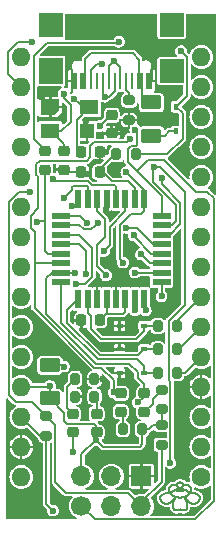
<source format=gbr>
%TF.GenerationSoftware,KiCad,Pcbnew,(6.0.8)*%
%TF.CreationDate,2022-12-14T23:26:50+01:00*%
%TF.ProjectId,rugged_nano,72756767-6564-45f6-9e61-6e6f2e6b6963,rev?*%
%TF.SameCoordinates,Original*%
%TF.FileFunction,Copper,L1,Top*%
%TF.FilePolarity,Positive*%
%FSLAX46Y46*%
G04 Gerber Fmt 4.6, Leading zero omitted, Abs format (unit mm)*
G04 Created by KiCad (PCBNEW (6.0.8)) date 2022-12-14 23:26:50*
%MOMM*%
%LPD*%
G01*
G04 APERTURE LIST*
G04 Aperture macros list*
%AMRoundRect*
0 Rectangle with rounded corners*
0 $1 Rounding radius*
0 $2 $3 $4 $5 $6 $7 $8 $9 X,Y pos of 4 corners*
0 Add a 4 corners polygon primitive as box body*
4,1,4,$2,$3,$4,$5,$6,$7,$8,$9,$2,$3,0*
0 Add four circle primitives for the rounded corners*
1,1,$1+$1,$2,$3*
1,1,$1+$1,$4,$5*
1,1,$1+$1,$6,$7*
1,1,$1+$1,$8,$9*
0 Add four rect primitives between the rounded corners*
20,1,$1+$1,$2,$3,$4,$5,0*
20,1,$1+$1,$4,$5,$6,$7,0*
20,1,$1+$1,$6,$7,$8,$9,0*
20,1,$1+$1,$8,$9,$2,$3,0*%
%AMOutline5P*
0 Free polygon, 5 corners , with rotation*
0 The origin of the aperture is its center*
0 number of corners: always 5*
0 $1 to $10 corner X, Y*
0 $11 Rotation angle, in degrees counterclockwise*
0 create outline with 5 corners*
4,1,5,$1,$2,$3,$4,$5,$6,$7,$8,$9,$10,$1,$2,$11*%
%AMOutline6P*
0 Free polygon, 6 corners , with rotation*
0 The origin of the aperture is its center*
0 number of corners: always 6*
0 $1 to $12 corner X, Y*
0 $13 Rotation angle, in degrees counterclockwise*
0 create outline with 6 corners*
4,1,6,$1,$2,$3,$4,$5,$6,$7,$8,$9,$10,$11,$12,$1,$2,$13*%
%AMOutline7P*
0 Free polygon, 7 corners , with rotation*
0 The origin of the aperture is its center*
0 number of corners: always 7*
0 $1 to $14 corner X, Y*
0 $15 Rotation angle, in degrees counterclockwise*
0 create outline with 7 corners*
4,1,7,$1,$2,$3,$4,$5,$6,$7,$8,$9,$10,$11,$12,$13,$14,$1,$2,$15*%
%AMOutline8P*
0 Free polygon, 8 corners , with rotation*
0 The origin of the aperture is its center*
0 number of corners: always 8*
0 $1 to $16 corner X, Y*
0 $17 Rotation angle, in degrees counterclockwise*
0 create outline with 8 corners*
4,1,8,$1,$2,$3,$4,$5,$6,$7,$8,$9,$10,$11,$12,$13,$14,$15,$16,$1,$2,$17*%
G04 Aperture macros list end*
%TA.AperFunction,NonConductor*%
%ADD10C,0.150000*%
%TD*%
%TA.AperFunction,SMDPad,CuDef*%
%ADD11RoundRect,0.200000X-0.275000X0.200000X-0.275000X-0.200000X0.275000X-0.200000X0.275000X0.200000X0*%
%TD*%
%TA.AperFunction,SMDPad,CuDef*%
%ADD12RoundRect,0.225000X-0.225000X-0.250000X0.225000X-0.250000X0.225000X0.250000X-0.225000X0.250000X0*%
%TD*%
%TA.AperFunction,SMDPad,CuDef*%
%ADD13RoundRect,0.218750X-0.256250X0.218750X-0.256250X-0.218750X0.256250X-0.218750X0.256250X0.218750X0*%
%TD*%
%TA.AperFunction,SMDPad,CuDef*%
%ADD14RoundRect,0.200000X0.200000X0.275000X-0.200000X0.275000X-0.200000X-0.275000X0.200000X-0.275000X0*%
%TD*%
%TA.AperFunction,SMDPad,CuDef*%
%ADD15R,0.250000X1.450000*%
%TD*%
%TA.AperFunction,SMDPad,CuDef*%
%ADD16R,0.300000X1.450000*%
%TD*%
%TA.AperFunction,SMDPad,CuDef*%
%ADD17R,2.000000X2.000000*%
%TD*%
%TA.AperFunction,SMDPad,CuDef*%
%ADD18R,2.000000X2.200000*%
%TD*%
%TA.AperFunction,SMDPad,CuDef*%
%ADD19RoundRect,0.200000X-0.200000X-0.275000X0.200000X-0.275000X0.200000X0.275000X-0.200000X0.275000X0*%
%TD*%
%TA.AperFunction,SMDPad,CuDef*%
%ADD20R,0.550000X1.600000*%
%TD*%
%TA.AperFunction,SMDPad,CuDef*%
%ADD21R,1.600000X0.550000*%
%TD*%
%TA.AperFunction,SMDPad,CuDef*%
%ADD22R,0.600000X0.450000*%
%TD*%
%TA.AperFunction,SMDPad,CuDef*%
%ADD23RoundRect,0.225000X-0.250000X0.225000X-0.250000X-0.225000X0.250000X-0.225000X0.250000X0.225000X0*%
%TD*%
%TA.AperFunction,SMDPad,CuDef*%
%ADD24RoundRect,0.250000X0.625000X-0.375000X0.625000X0.375000X-0.625000X0.375000X-0.625000X-0.375000X0*%
%TD*%
%TA.AperFunction,SMDPad,CuDef*%
%ADD25RoundRect,0.250000X-0.625000X0.375000X-0.625000X-0.375000X0.625000X-0.375000X0.625000X0.375000X0*%
%TD*%
%TA.AperFunction,SMDPad,CuDef*%
%ADD26R,1.600000X1.300000*%
%TD*%
%TA.AperFunction,SMDPad,CuDef*%
%ADD27R,1.150000X1.300000*%
%TD*%
%TA.AperFunction,SMDPad,CuDef*%
%ADD28Outline5P,-0.800000X0.650000X0.800000X0.650000X0.800000X-0.260000X0.410000X-0.650000X-0.800000X-0.650000X0.000000*%
%TD*%
%TA.AperFunction,SMDPad,CuDef*%
%ADD29RoundRect,0.200000X0.275000X-0.200000X0.275000X0.200000X-0.275000X0.200000X-0.275000X-0.200000X0*%
%TD*%
%TA.AperFunction,ComponentPad*%
%ADD30C,1.700000*%
%TD*%
%TA.AperFunction,ComponentPad*%
%ADD31O,1.700000X1.700000*%
%TD*%
%TA.AperFunction,ComponentPad*%
%ADD32R,1.700000X1.700000*%
%TD*%
%TA.AperFunction,ComponentPad*%
%ADD33C,1.600000*%
%TD*%
%TA.AperFunction,ComponentPad*%
%ADD34O,1.600000X1.600000*%
%TD*%
%TA.AperFunction,SMDPad,CuDef*%
%ADD35R,0.450000X0.600000*%
%TD*%
%TA.AperFunction,ViaPad*%
%ADD36C,0.600000*%
%TD*%
%TA.AperFunction,Conductor*%
%ADD37C,0.150000*%
%TD*%
%TA.AperFunction,Conductor*%
%ADD38C,0.200000*%
%TD*%
G04 APERTURE END LIST*
D10*
X155367243Y-93857044D02*
X155391324Y-93858485D01*
X155399627Y-93103539D02*
X155439745Y-93100020D01*
X155928086Y-93233414D02*
X155896713Y-93218201D01*
X156855674Y-93569318D02*
X156928564Y-93602241D01*
X154953231Y-93233414D02*
X154984606Y-93218201D01*
X156213612Y-93507502D02*
X156187947Y-93538204D01*
X155203434Y-92865306D02*
X155179336Y-92851404D01*
X154731642Y-92819083D02*
X154704355Y-92833171D01*
X154248951Y-94378503D02*
X154295751Y-94380110D01*
X155662703Y-93273398D02*
X155679954Y-93260617D01*
X154295751Y-94380110D02*
X154341991Y-94376817D01*
X154719803Y-93566968D02*
X154746972Y-93593909D01*
X155746309Y-92722535D02*
X155755238Y-92735125D01*
X154892183Y-94804872D02*
X154914911Y-94835815D01*
X157118941Y-93810477D02*
X157123778Y-93840737D01*
X156287115Y-93398610D02*
X156262444Y-93439825D01*
X154107652Y-93540338D02*
X154025732Y-93569318D01*
X155140144Y-93200138D02*
X155126148Y-93182947D01*
X155557054Y-93320580D02*
X155581280Y-93313552D01*
X154618890Y-93439825D02*
X154678482Y-93397960D01*
X155865137Y-93203724D02*
X155833350Y-93190015D01*
X155795171Y-92808607D02*
X155795171Y-92808607D01*
X154884279Y-92779673D02*
X154852019Y-92783216D01*
X155286833Y-94918159D02*
X155325560Y-94901680D01*
X156338745Y-93279910D02*
X156325138Y-93318592D01*
X154025732Y-93569318D02*
X153952842Y-93602241D01*
X153960150Y-94245535D02*
X154008898Y-94284202D01*
X156921255Y-94245535D02*
X156872507Y-94284202D01*
X155758861Y-93814432D02*
X155716537Y-93825091D01*
X155439745Y-93100020D02*
X155439745Y-93100020D01*
X156202882Y-92849189D02*
X156227282Y-92867074D01*
X156991459Y-93639527D02*
X157018856Y-93659938D01*
X155358096Y-93108440D02*
X155399627Y-93103539D01*
X155592378Y-94918159D02*
X155553610Y-94901680D01*
X155086160Y-92808607D02*
X155086160Y-92808607D01*
X155988724Y-94020467D02*
X155800590Y-93802907D01*
X154826412Y-94593177D02*
X154832394Y-94643048D01*
X154556195Y-93318592D02*
X154573363Y-93358179D01*
X155101218Y-92777073D02*
X155093542Y-92792458D01*
X155673415Y-93834686D02*
X155629347Y-93843020D01*
X155669621Y-94938959D02*
X155631128Y-94930579D01*
X155423044Y-93072631D02*
X155404961Y-93046428D01*
X155514068Y-93857044D02*
X155489988Y-93858485D01*
X154985040Y-93757645D02*
X155016697Y-93773365D01*
X155881861Y-94905499D02*
X155849906Y-94920947D01*
X154105859Y-94340635D02*
X154153937Y-94359130D01*
X156008032Y-94770104D02*
X155988072Y-94804872D01*
X154536239Y-93039524D02*
X154528519Y-93070187D01*
X154678482Y-93397960D02*
X154738521Y-93357713D01*
X155275385Y-92914575D02*
X155251600Y-92896900D01*
X154944677Y-94061674D02*
X154911531Y-94140815D01*
X156345092Y-93039524D02*
X156352812Y-93070187D01*
X156679750Y-94371631D02*
X156632456Y-94378503D01*
X155163537Y-92689202D02*
X155153783Y-92699763D01*
X154892140Y-93705307D02*
X154922716Y-93723732D01*
X154940277Y-94862913D02*
X154968043Y-94886148D01*
X154746972Y-93593909D02*
X154774825Y-93619143D01*
X155800590Y-93802907D02*
X155852316Y-93892701D01*
X155052164Y-92797509D02*
X155018137Y-92789001D01*
X155741122Y-93200138D02*
X155755221Y-93182947D01*
X155016183Y-93203724D02*
X155047972Y-93190015D01*
X153911314Y-94199415D02*
X153960150Y-94245535D01*
X153838013Y-93681599D02*
X153816458Y-93704560D01*
X156091488Y-92796931D02*
X156121149Y-92806982D01*
X154432519Y-94356989D02*
X154476672Y-94341185D01*
X155080769Y-93802907D02*
X155122445Y-93814432D01*
X155772190Y-92762359D02*
X155780194Y-92777039D01*
X156271045Y-92908209D02*
X156290153Y-92931337D01*
X155108687Y-92817369D02*
X155086160Y-92808607D01*
X157047132Y-94100801D02*
X157018948Y-94145477D01*
X156054092Y-94482273D02*
X156056380Y-94539579D01*
X154008898Y-94284202D02*
X154057490Y-94315780D01*
X153776538Y-93978480D02*
X153791434Y-94017355D01*
X154842198Y-94689173D02*
X154855590Y-94731531D01*
X157123778Y-93840737D02*
X157124911Y-93872615D01*
X155492729Y-92582917D02*
X155519009Y-92587143D01*
X154397940Y-93472839D02*
X154294721Y-93492520D01*
X155209701Y-94938959D02*
X155248134Y-94930579D01*
X155456491Y-93072631D02*
X155474630Y-93046428D01*
X155852316Y-93892701D02*
X155897598Y-93978963D01*
X153862457Y-94145477D02*
X153911314Y-94199415D01*
X156052837Y-94087864D02*
X155988724Y-94020467D01*
X155080817Y-93802907D02*
X155080817Y-93802907D01*
X154591177Y-92931337D02*
X154574091Y-92956094D01*
X155629347Y-93843020D02*
X155584185Y-93849895D01*
X154803313Y-93642785D02*
X154832393Y-93664949D01*
X154922050Y-93249328D02*
X154953231Y-93233414D01*
X155217521Y-93273398D02*
X155200507Y-93260617D01*
X155364079Y-94881122D02*
X155402153Y-94856466D01*
X155863193Y-92789001D02*
X155897123Y-92783023D01*
X156077998Y-93642785D02*
X156048918Y-93664949D01*
X154201657Y-94371631D02*
X154248951Y-94378503D01*
X155927612Y-93741139D02*
X155896268Y-93757645D01*
X155795171Y-92808607D02*
X155829166Y-92797509D01*
X155439773Y-93100020D02*
X155456491Y-93072631D01*
X155164770Y-93825091D02*
X155207893Y-93834686D01*
X156318989Y-94299617D02*
X156277530Y-94274583D01*
X155194305Y-92661130D02*
X155183807Y-92669905D01*
X155697491Y-92669183D02*
X155707780Y-92678631D01*
X155619148Y-92618248D02*
X155642569Y-92630257D01*
X154521842Y-93169893D02*
X154525540Y-93205500D01*
X153920084Y-93620312D02*
X153889947Y-93639527D01*
X155800590Y-93802907D02*
X155800590Y-93802907D01*
X155063374Y-94932473D02*
X155098371Y-94940056D01*
X155415790Y-93859413D02*
X155440659Y-93859804D01*
X155018137Y-92789001D02*
X154984206Y-92783023D01*
X155466097Y-92579837D02*
X155492729Y-92582917D01*
X155832684Y-93788414D02*
X155800535Y-93802907D01*
X155725746Y-92838775D02*
X155749433Y-92827428D01*
X153770888Y-93781782D02*
X153762465Y-93810477D01*
X155997049Y-92779673D02*
X156029310Y-92783216D01*
X156197780Y-94217840D02*
X156122703Y-94154628D01*
X154667698Y-93507502D02*
X154693363Y-93538204D01*
X154618919Y-93439825D02*
X154506327Y-93455414D01*
X154197637Y-93514879D02*
X154107652Y-93540338D01*
X155189623Y-93141206D02*
X155230916Y-93131104D01*
X154922716Y-93723732D02*
X154953698Y-93741139D01*
X155936672Y-94061674D02*
X155969776Y-94140815D01*
X155465524Y-93859413D02*
X155440657Y-93859804D01*
X155521701Y-93108440D02*
X155479965Y-93103539D01*
X155519009Y-92587143D02*
X155544865Y-92592653D01*
X156106486Y-93619143D02*
X156077998Y-93642785D01*
X154789841Y-92796931D02*
X154760180Y-92806982D01*
X155315741Y-93114689D02*
X155358096Y-93108440D01*
X155696268Y-93246847D02*
X155711799Y-93232142D01*
X155171772Y-94943319D02*
X155209701Y-94938959D01*
X155144296Y-92710956D02*
X155135087Y-92722801D01*
X153765830Y-93941434D02*
X153776538Y-93978480D01*
X155251600Y-92896900D02*
X155227569Y-92880474D01*
X154532412Y-93242192D02*
X154542588Y-93279910D01*
X154057490Y-94315780D02*
X154105859Y-94340635D01*
X155112222Y-93165036D02*
X155130740Y-93158635D01*
X155939764Y-94862913D02*
X155911893Y-94886148D01*
X154506327Y-93455414D02*
X154397940Y-93472839D01*
X155642569Y-92630257D02*
X155665197Y-92644233D01*
X155109221Y-92762434D02*
X155101218Y-92777073D01*
X155255017Y-93295776D02*
X155235636Y-93285135D01*
X154950501Y-92779516D02*
X154917149Y-92778420D01*
X155298780Y-92933492D02*
X155275385Y-92914575D01*
X155755221Y-93182947D02*
X155769147Y-93165036D01*
X154573363Y-93358179D02*
X154594218Y-93398610D01*
X156176974Y-92833171D02*
X156202882Y-92849189D01*
X155896713Y-93218201D02*
X155865137Y-93203724D01*
X155707619Y-94943319D02*
X155669621Y-94938959D01*
X156134338Y-93593909D02*
X156106486Y-93619143D01*
X155321646Y-92953642D02*
X155298780Y-92933492D01*
X155515061Y-94881122D02*
X155476969Y-94856466D01*
X155184429Y-93246847D02*
X155169119Y-93232142D01*
X153862549Y-93659938D02*
X153838013Y-93681599D01*
X156019030Y-94288306D02*
X156035655Y-94356617D01*
X155402153Y-94856466D02*
X155439544Y-94827692D01*
X156683768Y-93514879D02*
X156773754Y-93540338D01*
X155988072Y-94804872D02*
X155965236Y-94835815D01*
X155686959Y-92660312D02*
X155697491Y-92669183D01*
X155731389Y-93152527D02*
X155691424Y-93141206D01*
X156775547Y-94340635D02*
X156727469Y-94359130D01*
X154678447Y-92849189D02*
X154654047Y-92867074D01*
X155737089Y-92710608D02*
X155746309Y-92722535D01*
X154528519Y-93070187D02*
X154523460Y-93102177D01*
X153757628Y-93840737D02*
X153756495Y-93872615D01*
X155749433Y-92827428D02*
X155772623Y-92817369D01*
X156250046Y-92886767D02*
X156271045Y-92908209D01*
X157070767Y-94058112D02*
X157047132Y-94100801D01*
X155238479Y-92631421D02*
X155215975Y-92645235D01*
X155800535Y-93802907D02*
X155800535Y-93802907D01*
X155474630Y-93046428D02*
X155494042Y-93021420D01*
X156872507Y-94284202D02*
X156823915Y-94315780D01*
X155676191Y-92652001D02*
X155686959Y-92660312D01*
X155122445Y-93814432D02*
X155164770Y-93825091D01*
X155407180Y-93333580D02*
X155376720Y-93330648D01*
X154758704Y-94154628D02*
X154828569Y-94087864D01*
X155016697Y-93773365D02*
X155048622Y-93788414D01*
X154891054Y-93265912D02*
X154922050Y-93249328D01*
X155134583Y-94943678D02*
X155171772Y-94943319D01*
X155864610Y-93773365D02*
X155832684Y-93788414D01*
X157110518Y-93781782D02*
X157118941Y-93810477D01*
X154760180Y-92806982D02*
X154731642Y-92819083D01*
X156970091Y-94199415D02*
X156921255Y-94245535D01*
X155235636Y-93285135D02*
X155217521Y-93273398D01*
X155716537Y-93825091D02*
X155673415Y-93834686D01*
X155772623Y-92817369D02*
X155795171Y-92808607D01*
X156029310Y-92783216D02*
X156060832Y-92788989D01*
X154738521Y-93357713D02*
X154799081Y-93319349D01*
X155691424Y-93141206D02*
X155649840Y-93131104D01*
X155677476Y-92865306D02*
X155701712Y-92851404D01*
X155990264Y-93265912D02*
X155959267Y-93249328D01*
X155179336Y-92851404D02*
X155155418Y-92838775D01*
X155479965Y-93103539D02*
X155439770Y-93100020D01*
X155439770Y-93100020D02*
X155439770Y-93100020D01*
X155047972Y-93190015D02*
X155079982Y-93177108D01*
X155628991Y-92896900D02*
X155653186Y-92880474D01*
X155285679Y-92609432D02*
X155261740Y-92619537D01*
X155251961Y-93843020D02*
X155297123Y-93849895D01*
X155155418Y-92838775D02*
X155131821Y-92827428D01*
X155439169Y-92577766D02*
X155412805Y-92580348D01*
X153782775Y-93754599D02*
X153770888Y-93781782D01*
X156773754Y-93540338D02*
X156855674Y-93569318D01*
X156060832Y-92788989D02*
X156091488Y-92796931D01*
X155649840Y-93131104D02*
X155607271Y-93122255D01*
X156054364Y-94593177D02*
X156048284Y-94643048D01*
X156585655Y-94380110D02*
X156539415Y-94376817D01*
X155514579Y-92997615D02*
X155536095Y-92975019D01*
X155348520Y-93326296D02*
X155322416Y-93320580D01*
X155476969Y-94856466D02*
X155439573Y-94827692D01*
X155564347Y-93114689D02*
X155521701Y-93108440D01*
X155275830Y-93305266D02*
X155255017Y-93295776D01*
X154631284Y-92886767D02*
X154610284Y-92908209D01*
X154983783Y-93978963D02*
X154944677Y-94061674D01*
X153759189Y-93906163D02*
X153765830Y-93941434D01*
X157089972Y-94017355D02*
X157070767Y-94058112D01*
X155896268Y-93757645D02*
X155864610Y-93773365D01*
X155112222Y-93165036D02*
X155112222Y-93165036D01*
X156334837Y-93010247D02*
X156345092Y-93039524D01*
X154610284Y-92908209D02*
X154591177Y-92931337D01*
X155502888Y-93330648D02*
X155530975Y-93326296D01*
X156019294Y-93685752D02*
X155989170Y-93705307D01*
X155833350Y-93190015D02*
X155801342Y-93177108D01*
X155769106Y-93165036D02*
X155750568Y-93158635D01*
X155080817Y-93802907D02*
X155029083Y-93892701D01*
X154820497Y-92788989D02*
X154789841Y-92796931D01*
X156149687Y-92819083D02*
X156176974Y-92833171D01*
X154153937Y-94359130D02*
X154201657Y-94371631D01*
X155605037Y-92914575D02*
X155628991Y-92896900D01*
X155530975Y-93326296D02*
X155557054Y-93320580D01*
X156187947Y-93538204D02*
X156161507Y-93566968D01*
X156035655Y-94356617D02*
X156047263Y-94421279D01*
X154892683Y-94020467D02*
X155080817Y-93802907D01*
X156360140Y-93135432D02*
X156359490Y-93169893D01*
X156539415Y-94376817D02*
X156493804Y-94368988D01*
X155086160Y-92808607D02*
X155052164Y-92797509D01*
X155343838Y-92975019D02*
X155321646Y-92953642D01*
X156237105Y-94247202D02*
X156197780Y-94217840D01*
X155173548Y-92679256D02*
X155163537Y-92689202D01*
X157018856Y-93659938D02*
X157043393Y-93681599D01*
X155607271Y-93122255D02*
X155564347Y-93114689D01*
X154603877Y-94274583D02*
X154644302Y-94247202D01*
X155273151Y-93122255D02*
X155315741Y-93114689D01*
X154774825Y-93619143D02*
X154803313Y-93642785D01*
X155595008Y-92608068D02*
X155619148Y-92618248D01*
X154984606Y-93218201D02*
X155016183Y-93203724D01*
X154559154Y-92982417D02*
X154546494Y-93010247D01*
X155322416Y-93320580D02*
X155298241Y-93313552D01*
X155205030Y-92652913D02*
X155194305Y-92661130D01*
X157083401Y-93728876D02*
X157098631Y-93754599D01*
X155544865Y-92592653D02*
X155570223Y-92599582D01*
X155763869Y-92748394D02*
X155772190Y-92762359D01*
X156961321Y-93620312D02*
X156991459Y-93639527D01*
X155631128Y-94930579D02*
X155592378Y-94918159D01*
X155325560Y-94901680D02*
X155364079Y-94881122D01*
X155711799Y-93232142D02*
X155726699Y-93216554D01*
X157124911Y-93872615D02*
X157122217Y-93906163D01*
X155472642Y-93333580D02*
X155502888Y-93330648D01*
X157043393Y-93681599D02*
X157064948Y-93704560D01*
X155098371Y-94940056D02*
X155134583Y-94943678D01*
X155787871Y-92792449D02*
X155795212Y-92808607D01*
X155169119Y-93232142D02*
X155154413Y-93216554D01*
X155584185Y-93849895D02*
X155561148Y-93852725D01*
X156307971Y-93358179D02*
X156287115Y-93398610D01*
X154642854Y-93474748D02*
X154667698Y-93507502D01*
X154872331Y-94770104D02*
X154892183Y-94804872D01*
X155801342Y-93177108D02*
X155769106Y-93165036D01*
X154521192Y-93135432D02*
X154521842Y-93169893D01*
X155343528Y-93855116D02*
X155367243Y-93857044D01*
X154562418Y-94299617D02*
X154603877Y-94274583D01*
X156122703Y-94154628D02*
X156052837Y-94087864D01*
X156325138Y-93318592D02*
X156307971Y-93358179D01*
X155154413Y-93216554D02*
X155140144Y-93200138D01*
X155581280Y-93313552D02*
X155603805Y-93305266D01*
X156202846Y-93397960D02*
X156142802Y-93357713D01*
X155829166Y-92797509D02*
X155863193Y-92789001D01*
X153889947Y-93639527D02*
X153862549Y-93659938D01*
X156021085Y-93283133D02*
X155990264Y-93265912D01*
X154832394Y-94643048D02*
X154842198Y-94689173D01*
X155536095Y-92975019D02*
X155558441Y-92953642D01*
X155653186Y-92880474D02*
X155677476Y-92865306D01*
X155391324Y-93858485D02*
X155415790Y-93859413D01*
X154525540Y-93205500D02*
X154532412Y-93242192D01*
X154845468Y-94356617D02*
X154833783Y-94421279D01*
X156262433Y-93439825D02*
X156238456Y-93474748D01*
X156290153Y-92931337D02*
X156307239Y-92956094D01*
X156586684Y-93492520D02*
X156683768Y-93514879D01*
X155149862Y-93152527D02*
X155189623Y-93141206D01*
X155769106Y-93165036D02*
X155769106Y-93165036D01*
X155117540Y-92748521D02*
X155109221Y-92762434D01*
X154852019Y-92783216D02*
X154820497Y-92788989D01*
X155153783Y-92699763D02*
X155144296Y-92710956D01*
X156121149Y-92806982D02*
X156149687Y-92819083D01*
X155385638Y-93021420D02*
X155365217Y-92997615D01*
X155310218Y-92600958D02*
X155285679Y-92609432D01*
X155200507Y-93260617D02*
X155184429Y-93246847D01*
X155439187Y-92577766D02*
X155466097Y-92579837D01*
X153762465Y-93810477D02*
X153757628Y-93840737D01*
X156277530Y-94274583D02*
X156237105Y-94247202D01*
X154523460Y-93102177D02*
X154521192Y-93135432D01*
X155744885Y-94943678D02*
X155707619Y-94943319D01*
X156024880Y-94731531D02*
X156008032Y-94770104D01*
X155726699Y-93216554D02*
X155741122Y-93200138D01*
X156357871Y-93102177D02*
X156360140Y-93135432D01*
X154644302Y-94247202D02*
X154683627Y-94217840D01*
X154968043Y-94886148D02*
X154997973Y-94905499D01*
X156262486Y-93439825D02*
X156375077Y-93455414D01*
X155701712Y-92851404D02*
X155725746Y-92838775D01*
X155131821Y-92827428D02*
X155108687Y-92817369D01*
X154387603Y-94368988D02*
X154432519Y-94356989D01*
X154519994Y-94321939D02*
X154562418Y-94299617D01*
X153791434Y-94017355D02*
X153810639Y-94058112D01*
X155215975Y-92645235D02*
X155205030Y-92652913D01*
X154654047Y-92867074D02*
X154631284Y-92886767D01*
X157115576Y-93941434D02*
X157104868Y-93978480D01*
X154997973Y-94905499D02*
X155029829Y-94920947D01*
X154833783Y-94421279D02*
X154826870Y-94482273D01*
X155989170Y-93705307D02*
X155958594Y-93723732D01*
X155964179Y-92778420D02*
X155997049Y-92779673D01*
X156483465Y-93472839D02*
X156586684Y-93492520D01*
X154546494Y-93010247D02*
X154536239Y-93039524D01*
X155048622Y-93788414D02*
X155080769Y-93802907D01*
X154294721Y-93492520D02*
X154197637Y-93514879D01*
X157018948Y-94145477D02*
X156970091Y-94199415D01*
X154911531Y-94140815D02*
X154884105Y-94216365D01*
X155261740Y-92619537D02*
X155238479Y-92631421D01*
X155911893Y-94886148D02*
X155881861Y-94905499D01*
X154341991Y-94376817D02*
X154387603Y-94368988D01*
X155849906Y-94920947D02*
X155816267Y-94932473D01*
X155553610Y-94901680D02*
X155515061Y-94881122D01*
X155558441Y-92953642D02*
X155581471Y-92933492D01*
X156359490Y-93169893D02*
X156355793Y-93205500D01*
X153952842Y-93602241D02*
X153920084Y-93620312D01*
X154984206Y-92783023D02*
X154950501Y-92779516D01*
X155439744Y-93100020D02*
X155423044Y-93072631D01*
X156161507Y-93566968D02*
X156134338Y-93593909D01*
X156361413Y-94321939D02*
X156318989Y-94299617D01*
X155897123Y-92783023D02*
X155930828Y-92779516D01*
X154799081Y-93319349D02*
X154860233Y-93283133D01*
X156448888Y-94356989D02*
X156404735Y-94341185D01*
X155603805Y-93305266D02*
X155624782Y-93295776D01*
X155079982Y-93177108D02*
X155112222Y-93165036D01*
X155644364Y-93285135D02*
X155662703Y-93273398D01*
X156262444Y-93439825D02*
X156262444Y-93439825D01*
X155581471Y-92933492D02*
X155605037Y-92914575D01*
X156227282Y-92867074D02*
X156250046Y-92886767D01*
X154862017Y-93685752D02*
X154892140Y-93705307D01*
X153756495Y-93872615D02*
X153759189Y-93906163D01*
X156355793Y-93205500D02*
X156348920Y-93242192D01*
X156352812Y-93070187D02*
X156357871Y-93102177D01*
X154953698Y-93741139D02*
X154985040Y-93757645D01*
X155029083Y-93892701D02*
X154983783Y-93978963D01*
X154832393Y-93664949D02*
X154862017Y-93685752D01*
X154542588Y-93279910D02*
X154556195Y-93318592D01*
X154826870Y-94482273D02*
X154824492Y-94539579D01*
X153834273Y-94100801D02*
X153862457Y-94145477D01*
X156048284Y-94643048D02*
X156038376Y-94689173D01*
X154860233Y-93283133D02*
X154891054Y-93265912D01*
X155298241Y-93313552D02*
X155275830Y-93305266D01*
X155755238Y-92735125D02*
X155763869Y-92748394D01*
X153816458Y-93704560D02*
X153798005Y-93728876D01*
X155126165Y-92735316D02*
X155117540Y-92748521D01*
X155958594Y-93723732D02*
X155927612Y-93741139D01*
X155930828Y-92779516D02*
X155964179Y-92778420D01*
X155679954Y-93260617D02*
X155696268Y-93246847D01*
X153798005Y-93728876D02*
X153782775Y-93754599D01*
X155297123Y-93849895D02*
X155320161Y-93852725D01*
X154476672Y-94341185D02*
X154519994Y-94321939D01*
X155750568Y-93158635D02*
X155731389Y-93152527D01*
X156348920Y-93242192D02*
X156338745Y-93279910D01*
X156262444Y-93439825D02*
X156202846Y-93397960D01*
X155126148Y-93182947D02*
X155112258Y-93165036D01*
X156404735Y-94341185D02*
X156361413Y-94321939D01*
X156928564Y-93602241D02*
X156961321Y-93620312D01*
X154855590Y-94731531D02*
X154872331Y-94770104D01*
X155780194Y-92777039D02*
X155787871Y-92792449D01*
X156727469Y-94359130D02*
X156679750Y-94371631D01*
X154917149Y-92778420D02*
X154884279Y-92779673D01*
X156142802Y-93357713D02*
X156082239Y-93319349D01*
X155489988Y-93858485D02*
X155465524Y-93859413D01*
X156307239Y-92956094D02*
X156322177Y-92982417D01*
X154618877Y-93439825D02*
X154642854Y-93474748D01*
X156082239Y-93319349D02*
X156021085Y-93283133D01*
X155230916Y-93131104D02*
X155273151Y-93122255D01*
X155320161Y-93852725D02*
X155343528Y-93855116D01*
X156056380Y-94539579D02*
X156054364Y-94593177D01*
X155404961Y-93046428D02*
X155385638Y-93021420D01*
X155665197Y-92644233D02*
X155676191Y-92652001D01*
X155227569Y-92880474D02*
X155203434Y-92865306D01*
X156047263Y-94421279D02*
X156054092Y-94482273D01*
X156238456Y-93474748D02*
X156213612Y-93507502D01*
X157104868Y-93978480D02*
X157089972Y-94017355D01*
X155959267Y-93249328D02*
X155928086Y-93233414D01*
X157098631Y-93754599D02*
X157110518Y-93781782D01*
X156375077Y-93455414D02*
X156483465Y-93472839D01*
X155624782Y-93295776D02*
X155644364Y-93285135D01*
X155412805Y-92580348D02*
X155386650Y-92583808D01*
X155969776Y-94140815D02*
X155997150Y-94216365D01*
X154693363Y-93538204D02*
X154719803Y-93566968D01*
X153810639Y-94058112D02*
X153834273Y-94100801D01*
X155360782Y-92588296D02*
X155335278Y-92593962D01*
X156048918Y-93664949D02*
X156019294Y-93685752D01*
X154618890Y-93439825D02*
X154618890Y-93439825D01*
X155130740Y-93158635D02*
X155149862Y-93152527D01*
X157018948Y-94145477D02*
X157018948Y-94145477D01*
X155897598Y-93978963D02*
X155936672Y-94061674D01*
X156322177Y-92982417D02*
X156334837Y-93010247D01*
X155093542Y-92792458D02*
X155086201Y-92808607D01*
X155080769Y-93802907D02*
X155080769Y-93802907D01*
X155207893Y-93834686D02*
X155251961Y-93843020D01*
X155816267Y-94932473D02*
X155781180Y-94940056D01*
X154574091Y-92956094D02*
X154559154Y-92982417D01*
X155440067Y-93335039D02*
X155407180Y-93333580D01*
X157122217Y-93906163D02*
X157115576Y-93941434D01*
X155440083Y-93335039D02*
X155472642Y-93333580D01*
X155386650Y-92583808D02*
X155360782Y-92588296D01*
X154862163Y-94288306D02*
X154845468Y-94356617D01*
X155494042Y-93021420D02*
X155514579Y-92997615D01*
X155800535Y-93802907D02*
X155758861Y-93814432D01*
X156493804Y-94368988D02*
X156448888Y-94356989D01*
X155376720Y-93330648D02*
X155348520Y-93326296D01*
X153862457Y-94145477D02*
X153862457Y-94145477D01*
X155029829Y-94920947D02*
X155063374Y-94932473D01*
X155439770Y-93100020D02*
X155439773Y-93100020D01*
X154884105Y-94216365D02*
X154862163Y-94288306D01*
X154704355Y-92833171D02*
X154678447Y-92849189D01*
X155781180Y-94940056D02*
X155744885Y-94943678D01*
X155570223Y-92599582D02*
X155595008Y-92608068D01*
X157064948Y-93704560D02*
X157083401Y-93728876D01*
X154594218Y-93398610D02*
X154618890Y-93439825D01*
X155727588Y-92699326D02*
X155737089Y-92710608D01*
X155365217Y-92997615D02*
X155343838Y-92975019D01*
X155335278Y-92593962D02*
X155310218Y-92600958D01*
X154824492Y-94539579D02*
X154826412Y-94593177D01*
X154914911Y-94835815D02*
X154940277Y-94862913D01*
X154828569Y-94087864D02*
X154892683Y-94020467D01*
X154683627Y-94217840D02*
X154758704Y-94154628D01*
X156823915Y-94315780D02*
X156775547Y-94340635D01*
X155717815Y-92688673D02*
X155727588Y-92699326D01*
X156632456Y-94378503D02*
X156585655Y-94380110D01*
X155707780Y-92678631D02*
X155717815Y-92688673D01*
X156038376Y-94689173D02*
X156024880Y-94731531D01*
X155248134Y-94930579D02*
X155286833Y-94918159D01*
X155561148Y-93852725D02*
X155537782Y-93855116D01*
X155997150Y-94216365D02*
X156019030Y-94288306D01*
X155537782Y-93855116D02*
X155514068Y-93857044D01*
X155135087Y-92722801D02*
X155126165Y-92735316D01*
X155183807Y-92669905D02*
X155173548Y-92679256D01*
X155439745Y-93100020D02*
X155439744Y-93100020D01*
X155965236Y-94835815D02*
X155939764Y-94862913D01*
D11*
%TO.P,R32,1*%
%TO.N,Net-(D28-Pad2)*%
X153870000Y-84735000D03*
%TO.P,R32,2*%
%TO.N,+5V*%
X153870000Y-86385000D03*
%TD*%
D12*
%TO.P,C1,1*%
%TO.N,GND*%
X147095000Y-66310000D03*
%TO.P,C1,2*%
%TO.N,Net-(C1-Pad2)*%
X148645000Y-66310000D03*
%TD*%
D13*
%TO.P,D26,1,K*%
%TO.N,Net-(D26-Pad1)*%
X146370000Y-86772500D03*
%TO.P,D26,2,A*%
%TO.N,13*%
X146370000Y-88347500D03*
%TD*%
D12*
%TO.P,C14,1*%
%TO.N,GND*%
X147095000Y-78860000D03*
%TO.P,C14,2*%
%TO.N,Net-(C14-Pad2)*%
X148645000Y-78860000D03*
%TD*%
D14*
%TO.P,R31,1*%
%TO.N,Net-(D27-Pad1)*%
X148195000Y-85310000D03*
%TO.P,R31,2*%
%TO.N,GND*%
X146545000Y-85310000D03*
%TD*%
D15*
%TO.P,J3,A1,GND*%
%TO.N,GND*%
X153020000Y-58572500D03*
%TO.P,J3,A4,VBUS*%
%TO.N,Net-(F3-Pad1)*%
X152220000Y-58572500D03*
%TO.P,J3,A5,CC1*%
%TO.N,Net-(J3-PadA5)*%
X150895000Y-58572500D03*
%TO.P,J3,A6,D+*%
%TO.N,Net-(J3-PadA6)*%
X149895000Y-58572500D03*
%TO.P,J3,A7,D-*%
%TO.N,Net-(J3-PadA7)*%
X149395000Y-58572500D03*
%TO.P,J3,A8,SBU1*%
%TO.N,unconnected-(J3-PadA8)*%
X148395000Y-58572500D03*
%TO.P,J3,A9,VBUS*%
%TO.N,Net-(F3-Pad1)*%
X147070000Y-58572500D03*
%TO.P,J3,A12,GND*%
%TO.N,GND*%
X146270000Y-58572500D03*
D16*
%TO.P,J3,B1,GND*%
X146545000Y-58572500D03*
%TO.P,J3,B4,VBUS*%
%TO.N,Net-(F3-Pad1)*%
X147345000Y-58572500D03*
D15*
%TO.P,J3,B5,CC2*%
%TO.N,Net-(J3-PadB5)*%
X147895000Y-58572500D03*
%TO.P,J3,B6,D+*%
%TO.N,Net-(J3-PadA6)*%
X148895000Y-58572500D03*
%TO.P,J3,B7,D-*%
%TO.N,Net-(J3-PadA7)*%
X150395000Y-58572500D03*
%TO.P,J3,B8,SBU2*%
%TO.N,unconnected-(J3-PadB8)*%
X151395000Y-58572500D03*
D16*
%TO.P,J3,B9,VBUS*%
%TO.N,Net-(F3-Pad1)*%
X151945000Y-58572500D03*
%TO.P,J3,B12,GND*%
%TO.N,GND*%
X152745000Y-58572500D03*
D17*
%TO.P,J3,S1,SHIELD*%
%TO.N,unconnected-(J3-PadS1)*%
X154730000Y-53822500D03*
X144510000Y-53822500D03*
D18*
X144510000Y-57752500D03*
D17*
X154730000Y-57752500D03*
%TD*%
D19*
%TO.P,R33,1*%
%TO.N,Net-(D29-Pad2)*%
X150595000Y-88060000D03*
%TO.P,R33,2*%
%TO.N,+5V*%
X152245000Y-88060000D03*
%TD*%
D20*
%TO.P,U1,1,PD3*%
%TO.N,3*%
X146820000Y-77060000D03*
%TO.P,U1,2,PD4*%
%TO.N,4*%
X147620000Y-77060000D03*
%TO.P,U1,3,GND*%
%TO.N,GND*%
X148420000Y-77060000D03*
%TO.P,U1,4,VCC*%
%TO.N,Net-(C14-Pad2)*%
X149220000Y-77060000D03*
%TO.P,U1,5,GND*%
%TO.N,GND*%
X150020000Y-77060000D03*
%TO.P,U1,6,VCC*%
%TO.N,Net-(C14-Pad2)*%
X150820000Y-77060000D03*
%TO.P,U1,7,XTAL1/PB6*%
%TO.N,Net-(C2-Pad1)*%
X151620000Y-77060000D03*
%TO.P,U1,8,XTAL2/PB7*%
%TO.N,Net-(C3-Pad1)*%
X152420000Y-77060000D03*
D21*
%TO.P,U1,9,PD5*%
%TO.N,5*%
X153870000Y-75610000D03*
%TO.P,U1,10,PD6*%
%TO.N,6*%
X153870000Y-74810000D03*
%TO.P,U1,11,PD7*%
%TO.N,7*%
X153870000Y-74010000D03*
%TO.P,U1,12,PB0*%
%TO.N,8*%
X153870000Y-73210000D03*
%TO.P,U1,13,PB1*%
%TO.N,9*%
X153870000Y-72410000D03*
%TO.P,U1,14,PB2*%
%TO.N,10*%
X153870000Y-71610000D03*
%TO.P,U1,15,PB3*%
%TO.N,11*%
X153870000Y-70810000D03*
%TO.P,U1,16,PB4*%
%TO.N,12*%
X153870000Y-70010000D03*
D20*
%TO.P,U1,17,PB5*%
%TO.N,13*%
X152420000Y-68560000D03*
%TO.P,U1,18,AVCC*%
%TO.N,Net-(C1-Pad2)*%
X151620000Y-68560000D03*
%TO.P,U1,19,ADC6*%
%TO.N,A6*%
X150820000Y-68560000D03*
%TO.P,U1,20,AREF*%
%TO.N,AREF*%
X150020000Y-68560000D03*
%TO.P,U1,21,GND*%
%TO.N,GND*%
X149220000Y-68560000D03*
%TO.P,U1,22,ADC7*%
%TO.N,A7*%
X148420000Y-68560000D03*
%TO.P,U1,23,PC0*%
%TO.N,A0*%
X147620000Y-68560000D03*
%TO.P,U1,24,PC1*%
%TO.N,A1*%
X146820000Y-68560000D03*
D21*
%TO.P,U1,25,PC2*%
%TO.N,A2*%
X145370000Y-70010000D03*
%TO.P,U1,26,PC3*%
%TO.N,A3*%
X145370000Y-70810000D03*
%TO.P,U1,27,PC4*%
%TO.N,A4*%
X145370000Y-71610000D03*
%TO.P,U1,28,PC5*%
%TO.N,A5*%
X145370000Y-72410000D03*
%TO.P,U1,29,~{RESET}/PC6*%
%TO.N,RST*%
X145370000Y-73210000D03*
%TO.P,U1,30,PD0*%
%TO.N,0{slash}RX*%
X145370000Y-74010000D03*
%TO.P,U1,31,PD1*%
%TO.N,1{slash}TX*%
X145370000Y-74810000D03*
%TO.P,U1,32,PD2*%
%TO.N,2*%
X145370000Y-75610000D03*
%TD*%
D19*
%TO.P,R11,1*%
%TO.N,2*%
X153545000Y-83310000D03*
%TO.P,R11,2*%
%TO.N,2_B*%
X155195000Y-83310000D03*
%TD*%
D22*
%TO.P,D13,1,K*%
%TO.N,4*%
X152420000Y-79312500D03*
%TO.P,D13,2,A*%
%TO.N,GND*%
X150320000Y-79312500D03*
%TD*%
D23*
%TO.P,C9,1*%
%TO.N,Net-(C9-Pad1)*%
X145620000Y-64535000D03*
%TO.P,C9,2*%
%TO.N,GND*%
X145620000Y-66085000D03*
%TD*%
D22*
%TO.P,D12,1,K*%
%TO.N,3*%
X152420000Y-81312500D03*
%TO.P,D12,2,A*%
%TO.N,GND*%
X150320000Y-81312500D03*
%TD*%
%TO.P,D11,1,K*%
%TO.N,2*%
X152420000Y-83312500D03*
%TO.P,D11,2,A*%
%TO.N,GND*%
X150320000Y-83312500D03*
%TD*%
D24*
%TO.P,F1,1*%
%TO.N,+5V*%
X144420000Y-85460000D03*
%TO.P,F1,2*%
%TO.N,Net-(C14-Pad2)*%
X144420000Y-82660000D03*
%TD*%
D25*
%TO.P,F3,1*%
%TO.N,Net-(F3-Pad1)*%
X153020000Y-60410000D03*
%TO.P,F3,2*%
%TO.N,Net-(D30-Pad2)*%
X153020000Y-63210000D03*
%TD*%
D14*
%TO.P,R23,1*%
%TO.N,+5V*%
X151695000Y-64810000D03*
%TO.P,R23,2*%
%TO.N,Net-(C1-Pad2)*%
X150045000Y-64810000D03*
%TD*%
D26*
%TO.P,Y2,1,1*%
%TO.N,Net-(C9-Pad1)*%
X144470000Y-62810000D03*
D27*
%TO.P,Y2,2,2*%
%TO.N,GND*%
X147545000Y-62810000D03*
D26*
%TO.P,Y2,3,3*%
%TO.N,Net-(C8-Pad1)*%
X147770000Y-60810000D03*
D28*
%TO.P,Y2,4,4*%
%TO.N,GND*%
X144470000Y-60810000D03*
%TD*%
D19*
%TO.P,R13,1*%
%TO.N,4*%
X153545000Y-79310000D03*
%TO.P,R13,2*%
%TO.N,4_B*%
X155195000Y-79310000D03*
%TD*%
%TO.P,R30,1*%
%TO.N,Net-(D26-Pad1)*%
X146545000Y-83810000D03*
%TO.P,R30,2*%
%TO.N,GND*%
X148195000Y-83810000D03*
%TD*%
D29*
%TO.P,R24,1*%
%TO.N,RST*%
X153870000Y-89385000D03*
%TO.P,R24,2*%
%TO.N,+5V*%
X153870000Y-87735000D03*
%TD*%
D11*
%TO.P,R29,1*%
%TO.N,Net-(J3-PadA5)*%
X151120000Y-60235000D03*
%TO.P,R29,2*%
%TO.N,GND*%
X151120000Y-61885000D03*
%TD*%
D23*
%TO.P,C12,1*%
%TO.N,Net-(C12-Pad1)*%
X144020000Y-64535000D03*
%TO.P,C12,2*%
%TO.N,RST*%
X144020000Y-66085000D03*
%TD*%
D30*
%TO.P,J2,1,Pin_1*%
%TO.N,12*%
X147095000Y-94585000D03*
D31*
%TO.P,J2,2,Pin_2*%
%TO.N,+5V*%
X147095000Y-92045000D03*
%TO.P,J2,3,Pin_3*%
%TO.N,13*%
X149635000Y-94585000D03*
%TO.P,J2,4,Pin_4*%
%TO.N,11*%
X149635000Y-92045000D03*
%TO.P,J2,5,Pin_5*%
%TO.N,RST*%
X152175000Y-94585000D03*
D32*
%TO.P,J2,6,Pin_6*%
%TO.N,GND*%
X152175000Y-92045000D03*
%TD*%
D33*
%TO.P,A1,1,D1/TX*%
%TO.N,1{slash}TX_B*%
X157240000Y-92120000D03*
D34*
%TO.P,A1,2,D0/RX*%
%TO.N,0{slash}RX_B*%
X157240000Y-89580000D03*
%TO.P,A1,3,~{RESET}*%
%TO.N,Net-(A1-Pad28)*%
X157240000Y-87040000D03*
%TO.P,A1,4,GND*%
%TO.N,GND*%
X157240000Y-84500000D03*
%TO.P,A1,5,D2*%
%TO.N,2_B*%
X157240000Y-81960000D03*
%TO.P,A1,6,D3*%
%TO.N,3_B*%
X157240000Y-79420000D03*
%TO.P,A1,7,D4*%
%TO.N,4_B*%
X157240000Y-76880000D03*
%TO.P,A1,8,D5*%
%TO.N,5_B*%
X157240000Y-74340000D03*
%TO.P,A1,9,D6*%
%TO.N,6_B*%
X157240000Y-71800000D03*
%TO.P,A1,10,D7*%
%TO.N,7_B*%
X157240000Y-69260000D03*
%TO.P,A1,11,D8*%
%TO.N,8_B*%
X157240000Y-66720000D03*
%TO.P,A1,12,D9*%
%TO.N,9_B*%
X157240000Y-64180000D03*
%TO.P,A1,13,D10*%
%TO.N,10_B*%
X157240000Y-61640000D03*
%TO.P,A1,14,D11*%
%TO.N,11_B*%
X157240000Y-59100000D03*
%TO.P,A1,15,D12*%
%TO.N,12_B*%
X157240000Y-56560000D03*
%TO.P,A1,16,D13*%
%TO.N,13_B*%
X142000000Y-56560000D03*
%TO.P,A1,17,3V3*%
%TO.N,+3.3V*%
X142000000Y-59100000D03*
%TO.P,A1,18,AREF*%
%TO.N,AREF*%
X142000000Y-61640000D03*
%TO.P,A1,19,A0*%
%TO.N,A0_B*%
X142000000Y-64180000D03*
%TO.P,A1,20,A1*%
%TO.N,A1_B*%
X142000000Y-66720000D03*
%TO.P,A1,21,A2*%
%TO.N,A2_B*%
X142000000Y-69260000D03*
%TO.P,A1,22,A3*%
%TO.N,A3_B*%
X142000000Y-71800000D03*
%TO.P,A1,23,A4*%
%TO.N,A4_B*%
X142000000Y-74340000D03*
%TO.P,A1,24,A5*%
%TO.N,A5_B*%
X142000000Y-76880000D03*
%TO.P,A1,25,A6*%
%TO.N,A6_B*%
X142000000Y-79420000D03*
%TO.P,A1,26,A7*%
%TO.N,A7_B*%
X142000000Y-81960000D03*
%TO.P,A1,27,+5V*%
%TO.N,+5V*%
X142000000Y-84500000D03*
%TO.P,A1,28,~{RESET}*%
%TO.N,Net-(A1-Pad28)*%
X142000000Y-87040000D03*
%TO.P,A1,29,GND*%
%TO.N,GND*%
X142000000Y-89580000D03*
%TO.P,A1,30,VIN*%
%TO.N,Net-(A1-Pad30)*%
X142000000Y-92120000D03*
%TD*%
D13*
%TO.P,D29,1,K*%
%TO.N,0{slash}RX*%
X150420000Y-85022500D03*
%TO.P,D29,2,A*%
%TO.N,Net-(D29-Pad2)*%
X150420000Y-86597500D03*
%TD*%
D29*
%TO.P,R25,1*%
%TO.N,Net-(A1-Pad28)*%
X144120000Y-88635000D03*
%TO.P,R25,2*%
%TO.N,RST*%
X144120000Y-86985000D03*
%TD*%
D35*
%TO.P,D30,1,K*%
%TO.N,+5V*%
X155122500Y-60760000D03*
%TO.P,D30,2,A*%
%TO.N,Net-(D30-Pad2)*%
X155122500Y-62860000D03*
%TD*%
D12*
%TO.P,C8,1*%
%TO.N,Net-(C8-Pad1)*%
X147095000Y-64560000D03*
%TO.P,C8,2*%
%TO.N,GND*%
X148645000Y-64560000D03*
%TD*%
D13*
%TO.P,D28,1,K*%
%TO.N,1{slash}TX*%
X152420000Y-85022500D03*
%TO.P,D28,2,A*%
%TO.N,Net-(D28-Pad2)*%
X152420000Y-86597500D03*
%TD*%
%TO.P,D27,1,K*%
%TO.N,Net-(D27-Pad1)*%
X148370000Y-86772500D03*
%TO.P,D27,2,A*%
%TO.N,+5V*%
X148370000Y-88347500D03*
%TD*%
D19*
%TO.P,R12,1*%
%TO.N,3*%
X153545000Y-81310000D03*
%TO.P,R12,2*%
%TO.N,3_B*%
X155195000Y-81310000D03*
%TD*%
D23*
%TO.P,C7,1*%
%TO.N,+3.3V*%
X149645000Y-61485000D03*
%TO.P,C7,2*%
%TO.N,GND*%
X149645000Y-63035000D03*
%TD*%
D36*
%TO.N,+5V*%
X155520000Y-56060000D03*
X144420000Y-84410000D03*
X148320000Y-88960000D03*
%TO.N,Net-(A1-Pad28)*%
X144670000Y-94960000D03*
%TO.N,+3.3V*%
X142870000Y-55310000D03*
X148645500Y-62400231D03*
%TO.N,AREF*%
X144724990Y-66874390D03*
%TO.N,GND*%
X149145500Y-64560000D03*
X147695500Y-66460000D03*
X149870000Y-66110000D03*
X151120000Y-72860000D03*
X154920000Y-59860000D03*
X149870000Y-75810000D03*
X152070000Y-61460500D03*
X148944500Y-83860000D03*
X149270000Y-81060000D03*
X143720000Y-59960000D03*
X147470000Y-61960000D03*
X150145000Y-62534500D03*
X146170000Y-56660000D03*
X151190030Y-83389970D03*
X145606001Y-61790399D03*
X149620000Y-79810000D03*
X147370000Y-86310000D03*
X149181223Y-69474405D03*
%TO.N,Net-(C8-Pad1)*%
X146477700Y-60105234D03*
%TO.N,Net-(C9-Pad1)*%
X145595000Y-59660000D03*
%TO.N,Net-(C12-Pad1)*%
X150255000Y-55260000D03*
%TO.N,RST*%
X142713767Y-67966233D03*
X143370000Y-70560000D03*
%TO.N,0{slash}RX*%
X151220500Y-63477714D03*
X149820000Y-84960000D03*
%TO.N,A0*%
X145620000Y-68460000D03*
%TO.N,A1*%
X146320000Y-69192560D03*
%TO.N,A2*%
X147568198Y-70586802D03*
%TO.N,A3*%
X148470500Y-70606766D03*
%TO.N,A4*%
X146669502Y-75760498D03*
%TO.N,A5*%
X147445000Y-74935000D03*
%TO.N,A6*%
X148986040Y-72987998D03*
%TO.N,A7*%
X149170498Y-75035000D03*
%TO.N,1{slash}TX*%
X151870000Y-85810000D03*
X146570000Y-74810000D03*
%TO.N,5*%
X153870000Y-76810000D03*
%TO.N,6*%
X151620000Y-74810000D03*
%TO.N,7*%
X152120000Y-73260000D03*
%TO.N,8*%
X151520000Y-71660000D03*
%TO.N,9*%
X150894502Y-71016233D03*
%TO.N,10*%
X153870000Y-66810000D03*
%TO.N,11*%
X154620000Y-90910000D03*
X153220000Y-65835500D03*
%TO.N,12*%
X151652130Y-62735527D03*
%TO.N,13*%
X150896400Y-66295612D03*
X146370000Y-89960000D03*
X150620000Y-73960000D03*
%TO.N,Net-(J3-PadB5)*%
X148829270Y-57134500D03*
%TO.N,Net-(J3-PadA6)*%
X149054074Y-59910708D03*
%TO.N,Net-(J3-PadA7)*%
X149870000Y-56860000D03*
%TO.N,Net-(C2-Pad1)*%
X151620001Y-78010000D03*
%TO.N,Net-(C3-Pad1)*%
X152520000Y-78010000D03*
%TO.N,Net-(C14-Pad2)*%
X145594500Y-82768118D03*
X148501267Y-78716267D03*
%TD*%
D37*
%TO.N,+5V*%
X148320000Y-87760000D02*
X148195000Y-87635000D01*
X151695000Y-64810000D02*
X154297500Y-64810000D01*
X144420000Y-84410000D02*
X144330000Y-84500000D01*
X152820000Y-88060000D02*
X153145000Y-87735000D01*
X144420000Y-84410000D02*
X144420000Y-85460000D01*
D38*
X144330000Y-84500000D02*
X142000000Y-84500000D01*
D37*
X152020000Y-89560000D02*
X152245000Y-89335000D01*
X153870000Y-87735000D02*
X153870000Y-86385000D01*
X148195000Y-87635000D02*
X145909232Y-87635000D01*
X155647500Y-63460000D02*
X155647500Y-61285000D01*
X145620000Y-86660000D02*
X144420000Y-85460000D01*
D38*
X155520000Y-56060000D02*
X156030000Y-56570000D01*
D37*
X145620000Y-87345768D02*
X145620000Y-86660000D01*
X145909232Y-87635000D02*
X145620000Y-87345768D01*
X147095000Y-90185000D02*
X147095000Y-92045000D01*
D38*
X156030000Y-59852500D02*
X155122500Y-60760000D01*
D37*
X155647500Y-61285000D02*
X155122500Y-60760000D01*
X154297500Y-64810000D02*
X155647500Y-63460000D01*
X148320000Y-88960000D02*
X147095000Y-90185000D01*
X148320000Y-88960000D02*
X148920000Y-89560000D01*
X153145000Y-87735000D02*
X153870000Y-87735000D01*
X148320000Y-88960000D02*
X148320000Y-87760000D01*
X148920000Y-89560000D02*
X152020000Y-89560000D01*
X152245000Y-89335000D02*
X152245000Y-88060000D01*
D38*
X156030000Y-56570000D02*
X156030000Y-59852500D01*
D37*
X152245000Y-88060000D02*
X152820000Y-88060000D01*
%TO.N,Net-(A1-Pad28)*%
X144120000Y-94410000D02*
X144670000Y-94960000D01*
X143595000Y-88635000D02*
X142000000Y-87040000D01*
X144120000Y-88635000D02*
X143595000Y-88635000D01*
X144120000Y-88635000D02*
X144120000Y-94410000D01*
%TO.N,2_B*%
X155195000Y-83310000D02*
X155890000Y-83310000D01*
X155890000Y-83310000D02*
X157240000Y-81960000D01*
%TO.N,3_B*%
X155195000Y-81310000D02*
X155350000Y-81310000D01*
X155350000Y-81310000D02*
X157240000Y-79420000D01*
%TO.N,4_B*%
X155195000Y-78925000D02*
X157240000Y-76880000D01*
X155195000Y-79310000D02*
X155195000Y-78925000D01*
%TO.N,+3.3V*%
X149560731Y-61485000D02*
X149645000Y-61485000D01*
X148645500Y-62400231D02*
X149560731Y-61485000D01*
X141694365Y-55310000D02*
X140900000Y-56104365D01*
X142870000Y-55310000D02*
X141694365Y-55310000D01*
X140900000Y-58000000D02*
X142000000Y-59100000D01*
X140900000Y-56104365D02*
X140900000Y-58000000D01*
%TO.N,AREF*%
X144910600Y-67060000D02*
X147620000Y-67060000D01*
X147970000Y-67410000D02*
X149895000Y-67410000D01*
X144724990Y-66874390D02*
X144910600Y-67060000D01*
X150020000Y-67535000D02*
X150020000Y-68560000D01*
X147620000Y-67060000D02*
X147970000Y-67410000D01*
X149895000Y-67410000D02*
X150020000Y-67535000D01*
%TO.N,GND*%
X147095000Y-66310000D02*
X145845000Y-66310000D01*
X147695500Y-66460000D02*
X147545500Y-66310000D01*
X153020000Y-58572500D02*
X153020000Y-58635000D01*
X145845000Y-66310000D02*
X145620000Y-66085000D01*
%TO.N,Net-(C8-Pad1)*%
X146695000Y-64160000D02*
X146695000Y-61885000D01*
X146932466Y-60560000D02*
X147770000Y-60560000D01*
X146695000Y-61885000D02*
X147770000Y-60810000D01*
X147095000Y-64560000D02*
X146695000Y-64160000D01*
X146477700Y-60105234D02*
X146932466Y-60560000D01*
%TO.N,Net-(C9-Pad1)*%
X146181001Y-62028572D02*
X145399573Y-62810000D01*
X145595000Y-60035000D02*
X146181001Y-60621001D01*
X145595000Y-59660000D02*
X145595000Y-60035000D01*
X145399573Y-62810000D02*
X144470000Y-62810000D01*
X145620000Y-63960000D02*
X144470000Y-62810000D01*
X146181001Y-60621001D02*
X146181001Y-62028572D01*
X145620000Y-64535000D02*
X145620000Y-63960000D01*
%TO.N,Net-(C12-Pad1)*%
X144202500Y-55360000D02*
X143075000Y-56487500D01*
X150270000Y-55260000D02*
X150170000Y-55360000D01*
X143075000Y-63490000D02*
X144120000Y-64535000D01*
X143075000Y-56487500D02*
X143075000Y-63490000D01*
X150170000Y-55360000D02*
X144202500Y-55360000D01*
%TO.N,RST*%
X144120000Y-86985000D02*
X144870000Y-87735000D01*
X144020000Y-72960000D02*
X144270000Y-73210000D01*
X151050000Y-93460000D02*
X152175000Y-94585000D01*
X144020000Y-70460000D02*
X143470000Y-70460000D01*
X141520000Y-85760000D02*
X142895000Y-85760000D01*
X142713767Y-67966233D02*
X141773487Y-67966233D01*
X142895000Y-85760000D02*
X144120000Y-86985000D01*
X144870000Y-92560000D02*
X145770000Y-93460000D01*
X144020000Y-66085000D02*
X144020000Y-70460000D01*
X144020000Y-70460000D02*
X144020000Y-72960000D01*
X152175000Y-94205000D02*
X152175000Y-94585000D01*
X144870000Y-87735000D02*
X144870000Y-92560000D01*
X145770000Y-93460000D02*
X151050000Y-93460000D01*
X141773487Y-67966233D02*
X140925000Y-68814720D01*
X140925000Y-85165000D02*
X141520000Y-85760000D01*
X144270000Y-73210000D02*
X145370000Y-73210000D01*
X153870000Y-89385000D02*
X153870000Y-92510000D01*
X143470000Y-70460000D02*
X143370000Y-70560000D01*
X140925000Y-68814720D02*
X140925000Y-85165000D01*
X153870000Y-92510000D02*
X152175000Y-94205000D01*
%TO.N,0{slash}RX*%
X147845000Y-64092538D02*
X147845000Y-65027462D01*
X148187578Y-82862500D02*
X143120000Y-77794922D01*
X143270000Y-65660000D02*
X143270000Y-66517107D01*
X143120000Y-77794922D02*
X143120000Y-74060000D01*
X143587893Y-65335000D02*
X143266447Y-65656446D01*
X143270000Y-66517107D02*
X143420000Y-66667107D01*
X143420000Y-69360280D02*
X142795000Y-69985280D01*
X143120000Y-74060000D02*
X143170000Y-74010000D01*
X148760173Y-82862500D02*
X148187578Y-82862500D01*
X143420000Y-66667107D02*
X143420000Y-69360280D01*
X147841231Y-64088769D02*
X147845000Y-64092538D01*
X142795000Y-69985280D02*
X142795000Y-71074720D01*
X150938214Y-63760000D02*
X148170000Y-63760000D01*
X149820000Y-83922327D02*
X148760173Y-82862500D01*
X143170000Y-74010000D02*
X145370000Y-74010000D01*
X149820000Y-84960000D02*
X149820000Y-83922327D01*
X147537462Y-65335000D02*
X143587893Y-65335000D01*
X142795000Y-71074720D02*
X143120000Y-71399720D01*
X143120000Y-71399720D02*
X143120000Y-75310000D01*
X143266447Y-65656446D02*
X143270000Y-65660000D01*
X148170000Y-63760000D02*
X147841231Y-64088769D01*
X151220500Y-63477714D02*
X150938214Y-63760000D01*
X147845000Y-65027462D02*
X147537462Y-65335000D01*
%TO.N,A0*%
X146370000Y-67460000D02*
X147520000Y-67460000D01*
X145620000Y-68460000D02*
X146270000Y-67810000D01*
X146270000Y-67560000D02*
X146370000Y-67460000D01*
X146270000Y-67810000D02*
X146270000Y-67560000D01*
X147620000Y-67560000D02*
X147620000Y-68560000D01*
X147520000Y-67460000D02*
X147620000Y-67560000D01*
%TO.N,A2*%
X147568198Y-70586802D02*
X146991396Y-70010000D01*
X146991396Y-70010000D02*
X145370000Y-70010000D01*
%TO.N,A3*%
X148215171Y-70859068D02*
X147912437Y-71161802D01*
X147912437Y-71161802D02*
X147270000Y-71161802D01*
X148218198Y-70859068D02*
X148215171Y-70859068D01*
X148470500Y-70606766D02*
X148218198Y-70859068D01*
X147270000Y-71161802D02*
X146918198Y-70810000D01*
X146918198Y-70810000D02*
X145370000Y-70810000D01*
%TO.N,A4*%
X148020000Y-72710000D02*
X146920000Y-71610000D01*
X146920000Y-71610000D02*
X145370000Y-71610000D01*
X146669502Y-75760498D02*
X147432675Y-75760498D01*
X148020000Y-75173173D02*
X148020000Y-72710000D01*
X147432675Y-75760498D02*
X148020000Y-75173173D01*
%TO.N,A5*%
X146870000Y-72410000D02*
X147445000Y-72985000D01*
X145370000Y-72410000D02*
X146870000Y-72410000D01*
X147445000Y-72985000D02*
X147445000Y-74935000D01*
%TO.N,A6*%
X150820000Y-69610000D02*
X150820000Y-68560000D01*
X148986040Y-72987998D02*
X149520000Y-72454038D01*
X149520000Y-70910000D02*
X150820000Y-69610000D01*
X149520000Y-72454038D02*
X149520000Y-70910000D01*
%TO.N,A7*%
X149120000Y-70310000D02*
X148420000Y-69610000D01*
X148411040Y-72508910D02*
X149120000Y-71799950D01*
X149170498Y-75035000D02*
X148411040Y-74275542D01*
X148411040Y-74275542D02*
X148411040Y-72508910D01*
X148420000Y-69610000D02*
X148420000Y-68560000D01*
X149120000Y-71799950D02*
X149120000Y-70310000D01*
%TO.N,1{slash}TX*%
X151845000Y-83698750D02*
X151845000Y-83232474D01*
X144120000Y-78299948D02*
X144120000Y-75310000D01*
X146570000Y-74810000D02*
X145370000Y-74810000D01*
X144620000Y-74810000D02*
X145370000Y-74810000D01*
X148332552Y-82512500D02*
X144120000Y-78299948D01*
X151845000Y-83232474D02*
X151125026Y-82512500D01*
X151870000Y-85810000D02*
X152370000Y-85310000D01*
X152370000Y-84223750D02*
X151845000Y-83698750D01*
X151125026Y-82512500D02*
X148332552Y-82512500D01*
X144120000Y-75310000D02*
X144620000Y-74810000D01*
X152370000Y-85310000D02*
X152370000Y-84223750D01*
%TO.N,2*%
X151822500Y-82162500D02*
X152420000Y-82760000D01*
X152420000Y-83312500D02*
X153542500Y-83312500D01*
X148477526Y-82162500D02*
X151822500Y-82162500D01*
X153542500Y-83312500D02*
X153545000Y-83310000D01*
X145370000Y-75610000D02*
X145370000Y-79054974D01*
X145370000Y-79054974D02*
X148477526Y-82162500D01*
X152420000Y-82760000D02*
X152420000Y-83312500D01*
%TO.N,3*%
X148622500Y-81812500D02*
X151920000Y-81812500D01*
X145870000Y-79060000D02*
X148622500Y-81812500D01*
X151920000Y-81812500D02*
X152420000Y-81312500D01*
X152420000Y-81312500D02*
X153542500Y-81312500D01*
X153542500Y-81312500D02*
X153545000Y-81310000D01*
X145870000Y-78010000D02*
X145870000Y-79060000D01*
X146820000Y-77060000D02*
X145870000Y-78010000D01*
%TO.N,4*%
X147620000Y-77060000D02*
X147620000Y-78202893D01*
X147620000Y-78202893D02*
X147870000Y-78452893D01*
X152420000Y-79312500D02*
X153542500Y-79312500D01*
X151742500Y-80437500D02*
X152420000Y-79760000D01*
X148747500Y-80437500D02*
X151742500Y-80437500D01*
X153542500Y-79312500D02*
X153545000Y-79310000D01*
X147870000Y-78452893D02*
X147870000Y-79560000D01*
X147870000Y-79560000D02*
X148747500Y-80437500D01*
X152420000Y-79760000D02*
X152420000Y-79312500D01*
%TO.N,5*%
X153870000Y-75610000D02*
X153870000Y-76810000D01*
%TO.N,6*%
X153870000Y-74810000D02*
X151620000Y-74810000D01*
%TO.N,7*%
X152870000Y-74010000D02*
X153870000Y-74010000D01*
X152120000Y-73260000D02*
X152870000Y-74010000D01*
%TO.N,8*%
X151520000Y-71710000D02*
X153020000Y-73210000D01*
X153020000Y-73210000D02*
X153870000Y-73210000D01*
X151520000Y-71660000D02*
X151520000Y-71710000D01*
%TO.N,9*%
X153173225Y-72410000D02*
X153870000Y-72410000D01*
X151779458Y-71016233D02*
X153173225Y-72410000D01*
X150894502Y-71016233D02*
X151779458Y-71016233D01*
%TO.N,10*%
X155470000Y-68904975D02*
X153870000Y-67304976D01*
X155470000Y-70710000D02*
X155470000Y-68904975D01*
X153870000Y-67304976D02*
X153870000Y-66810000D01*
X153870000Y-71610000D02*
X154570000Y-71610000D01*
X154570000Y-71610000D02*
X155470000Y-70710000D01*
%TO.N,11*%
X155820000Y-77538249D02*
X155820000Y-67946827D01*
X154620000Y-90910000D02*
X154620000Y-84059999D01*
X155820000Y-67946827D02*
X153708673Y-65835500D01*
X153170000Y-65885500D02*
X153170000Y-67099950D01*
X154745000Y-70810000D02*
X153870000Y-70810000D01*
X154480876Y-83920875D02*
X154480876Y-78877373D01*
X155120000Y-69049950D02*
X155120000Y-70435000D01*
X154480876Y-78877373D02*
X155820000Y-77538249D01*
X155120000Y-70435000D02*
X154745000Y-70810000D01*
X153220000Y-65835500D02*
X153170000Y-65885500D01*
X153708673Y-65835500D02*
X153220000Y-65835500D01*
X153170000Y-67099950D02*
X155120000Y-69049950D01*
X154620000Y-84059999D02*
X154480876Y-83920875D01*
%TO.N,12*%
X151720000Y-64060000D02*
X151298249Y-64060000D01*
X154120500Y-65260500D02*
X156820000Y-67960000D01*
X150995000Y-65419924D02*
X151777538Y-66202462D01*
X152932827Y-65260500D02*
X154120500Y-65260500D01*
X151652130Y-62735527D02*
X151795000Y-62878397D01*
X152720000Y-65260000D02*
X152932327Y-65260000D01*
X157740140Y-67960000D02*
X158315000Y-68534860D01*
X152932327Y-65260000D02*
X152932827Y-65260500D01*
X151795000Y-63985000D02*
X151720000Y-64060000D01*
X153870000Y-68294924D02*
X153870000Y-70010000D01*
X156820000Y-67960000D02*
X157740140Y-67960000D01*
X156720000Y-95710000D02*
X148220000Y-95710000D01*
X148220000Y-95710000D02*
X147095000Y-94585000D01*
X151777538Y-66202462D02*
X152720000Y-65260000D01*
X151795000Y-62878397D02*
X151795000Y-63985000D01*
X151777538Y-66202462D02*
X153870000Y-68294924D01*
X158315000Y-94115000D02*
X156720000Y-95710000D01*
X150995000Y-64363249D02*
X150995000Y-65419924D01*
X158315000Y-68534860D02*
X158315000Y-94115000D01*
X151298249Y-64060000D02*
X150995000Y-64363249D01*
%TO.N,13*%
X152420000Y-67860000D02*
X152420000Y-68560000D01*
X146370000Y-89960000D02*
X146370000Y-88735000D01*
X150896400Y-66336400D02*
X152420000Y-67860000D01*
X150620000Y-73960000D02*
X150320000Y-73660000D01*
X151270000Y-69810000D02*
X152170000Y-69810000D01*
X150896400Y-66295612D02*
X150896400Y-66336400D01*
X150320000Y-70760000D02*
X151270000Y-69810000D01*
X150320000Y-73660000D02*
X150320000Y-70760000D01*
X152420000Y-69560000D02*
X152420000Y-68560000D01*
X152170000Y-69810000D02*
X152420000Y-69560000D01*
%TO.N,Net-(D26-Pad1)*%
X145870000Y-86272500D02*
X146370000Y-86772500D01*
X146545000Y-83810000D02*
X145870000Y-84485000D01*
X145870000Y-84485000D02*
X145870000Y-86272500D01*
%TO.N,Net-(D27-Pad1)*%
X148195000Y-85310000D02*
X148370000Y-85485000D01*
X148370000Y-85485000D02*
X148370000Y-86772500D01*
%TO.N,Net-(D28-Pad2)*%
X152420000Y-86597500D02*
X153120000Y-85897500D01*
X153120000Y-85897500D02*
X153120000Y-85485000D01*
X153120000Y-85485000D02*
X153870000Y-84735000D01*
%TO.N,Net-(D29-Pad2)*%
X150595000Y-88060000D02*
X150595000Y-86772500D01*
X150595000Y-86772500D02*
X150420000Y-86597500D01*
D38*
%TO.N,Net-(D30-Pad2)*%
X154520000Y-62860000D02*
X154170000Y-63210000D01*
X154170000Y-63210000D02*
X153020000Y-63210000D01*
X155122500Y-62860000D02*
X154520000Y-62860000D01*
%TO.N,Net-(F3-Pad1)*%
X151945000Y-56785000D02*
X151945000Y-58572500D01*
X147420001Y-58497499D02*
X147420001Y-56759999D01*
X147420001Y-56759999D02*
X147920000Y-56260000D01*
D37*
X152220000Y-58572500D02*
X151945000Y-58572500D01*
D38*
X147920000Y-56260000D02*
X151420000Y-56260000D01*
X152220000Y-60010000D02*
X152220000Y-58572500D01*
X151420000Y-56260000D02*
X151945000Y-56785000D01*
D37*
X147345000Y-58572500D02*
X147420001Y-58497499D01*
%TO.N,Net-(J3-PadB5)*%
X148445500Y-57134500D02*
X147895000Y-57685000D01*
X148829270Y-57134500D02*
X148445500Y-57134500D01*
X147895000Y-57685000D02*
X147895000Y-58572500D01*
%TO.N,Net-(J3-PadA5)*%
X150895000Y-59372500D02*
X150895000Y-58572500D01*
X151120000Y-60235000D02*
X151120000Y-59597500D01*
X151120000Y-59597500D02*
X150895000Y-59372500D01*
%TO.N,Net-(J3-PadA6)*%
X149054074Y-59910708D02*
X149456792Y-59910708D01*
X149456792Y-59910708D02*
X149895000Y-59472500D01*
X149895000Y-59472500D02*
X149895000Y-58572500D01*
X148895000Y-58572500D02*
X148895000Y-59751634D01*
X148895000Y-59751634D02*
X149054074Y-59910708D01*
%TO.N,Net-(J3-PadA7)*%
X150395000Y-57385000D02*
X150395000Y-58572500D01*
X149870000Y-56860000D02*
X149395000Y-57335000D01*
X149395000Y-57335000D02*
X149395000Y-58572500D01*
X149870000Y-56860000D02*
X150395000Y-57385000D01*
%TO.N,Net-(C1-Pad2)*%
X149645000Y-67060000D02*
X148645000Y-66060000D01*
X151620000Y-67685000D02*
X150995000Y-67060000D01*
X151620000Y-68560000D02*
X151620000Y-67685000D01*
X150045000Y-64810000D02*
X149895000Y-64810000D01*
X149895000Y-64810000D02*
X148645000Y-66060000D01*
X150995000Y-67060000D02*
X149645000Y-67060000D01*
%TO.N,Net-(C3-Pad1)*%
X152520000Y-77160000D02*
X152420000Y-77060000D01*
X152520000Y-77960000D02*
X152520000Y-77160000D01*
%TO.N,Net-(C14-Pad2)*%
X150820000Y-78110000D02*
X150820000Y-77060000D01*
X150620000Y-78310000D02*
X150820000Y-78110000D01*
X145486382Y-82660000D02*
X144420000Y-82660000D01*
X145594500Y-82768118D02*
X145486382Y-82660000D01*
X148895000Y-78535000D02*
X149220000Y-78210000D01*
X149220000Y-78210000D02*
X149220000Y-77060000D01*
X148895000Y-79060000D02*
X148895000Y-78535000D01*
X149320000Y-78310000D02*
X150620000Y-78310000D01*
X149220000Y-78210000D02*
X149320000Y-78310000D01*
%TD*%
%TA.AperFunction,Conductor*%
%TO.N,GND*%
G36*
X140838500Y-85471922D02*
G01*
X140854861Y-85484477D01*
X141300504Y-85930120D01*
X141310328Y-85942090D01*
X141321376Y-85958624D01*
X141327844Y-85962946D01*
X141344377Y-85973993D01*
X141344384Y-85973998D01*
X141361595Y-85985498D01*
X141361597Y-85985499D01*
X141412505Y-86019515D01*
X141420134Y-86021032D01*
X141420135Y-86021033D01*
X141467971Y-86030548D01*
X141514170Y-86058582D01*
X141531540Y-86109754D01*
X141511954Y-86160118D01*
X141489159Y-86178040D01*
X141452937Y-86196976D01*
X141452934Y-86196978D01*
X141449512Y-86198767D01*
X141446505Y-86201185D01*
X141446503Y-86201186D01*
X141370420Y-86262359D01*
X141296600Y-86321711D01*
X141206808Y-86428722D01*
X141185491Y-86454127D01*
X141170480Y-86472016D01*
X141168618Y-86475404D01*
X141168616Y-86475406D01*
X141131863Y-86542260D01*
X141075956Y-86643954D01*
X141016628Y-86830978D01*
X141007422Y-86913050D01*
X140995298Y-87021144D01*
X140994757Y-87025963D01*
X140995080Y-87029809D01*
X141010498Y-87213417D01*
X141011175Y-87221483D01*
X141012239Y-87225194D01*
X141012240Y-87225199D01*
X141044625Y-87338137D01*
X141065258Y-87410091D01*
X141067022Y-87413523D01*
X141067023Y-87413526D01*
X141139827Y-87555186D01*
X141154944Y-87584601D01*
X141276818Y-87738369D01*
X141279759Y-87740872D01*
X141279762Y-87740875D01*
X141421351Y-87861376D01*
X141426238Y-87865535D01*
X141429612Y-87867421D01*
X141429614Y-87867422D01*
X141455409Y-87881838D01*
X141597513Y-87961257D01*
X141601184Y-87962450D01*
X141601189Y-87962452D01*
X141692265Y-87992044D01*
X141784118Y-88021889D01*
X141787959Y-88022347D01*
X141975104Y-88044663D01*
X141975105Y-88044663D01*
X141978946Y-88045121D01*
X142174576Y-88030068D01*
X142203870Y-88021889D01*
X142290933Y-87997580D01*
X142363556Y-87977303D01*
X142405840Y-87955944D01*
X142434848Y-87941291D01*
X142488507Y-87934892D01*
X142526328Y-87955944D01*
X143375504Y-88805120D01*
X143385328Y-88817090D01*
X143396376Y-88833624D01*
X143415638Y-88846495D01*
X143447592Y-88890072D01*
X143449774Y-88899816D01*
X143451987Y-88913784D01*
X143458328Y-88953823D01*
X143459354Y-88960304D01*
X143464765Y-88970924D01*
X143514126Y-89067801D01*
X143514128Y-89067804D01*
X143516950Y-89073342D01*
X143606658Y-89163050D01*
X143612196Y-89165872D01*
X143612199Y-89165874D01*
X143647684Y-89183954D01*
X143719696Y-89220646D01*
X143725837Y-89221619D01*
X143725838Y-89221619D01*
X143777858Y-89229858D01*
X143825122Y-89256056D01*
X143844500Y-89307885D01*
X143844500Y-94375087D01*
X143842982Y-94390499D01*
X143839103Y-94410000D01*
X143840621Y-94417631D01*
X143844500Y-94437132D01*
X143844500Y-94437133D01*
X143858269Y-94506353D01*
X143860485Y-94517495D01*
X143888371Y-94559229D01*
X143905591Y-94585000D01*
X143921376Y-94608624D01*
X143933419Y-94616671D01*
X143937909Y-94619671D01*
X143949880Y-94629496D01*
X144150815Y-94830431D01*
X144173653Y-94879407D01*
X144173014Y-94898441D01*
X144164391Y-94953823D01*
X144165487Y-94962204D01*
X144181287Y-95083030D01*
X144182980Y-95095979D01*
X144185245Y-95101126D01*
X144185245Y-95101127D01*
X144192226Y-95116992D01*
X144240720Y-95227203D01*
X144244342Y-95231512D01*
X144317270Y-95318270D01*
X144332970Y-95336948D01*
X144337650Y-95340064D01*
X144337652Y-95340065D01*
X144444758Y-95411361D01*
X144452313Y-95416390D01*
X144589157Y-95459142D01*
X144660828Y-95460456D01*
X144726873Y-95461667D01*
X144726874Y-95461667D01*
X144732499Y-95461770D01*
X144737926Y-95460290D01*
X144737929Y-95460290D01*
X144801658Y-95442915D01*
X144870817Y-95424060D01*
X144880575Y-95418069D01*
X144988198Y-95351988D01*
X144992991Y-95349045D01*
X144996764Y-95344877D01*
X144996766Y-95344875D01*
X145085423Y-95246927D01*
X145085424Y-95246926D01*
X145089200Y-95242754D01*
X145100169Y-95220115D01*
X145149256Y-95118798D01*
X145151710Y-95113733D01*
X145153066Y-95105674D01*
X145174990Y-94975364D01*
X145174990Y-94975359D01*
X145175496Y-94972354D01*
X145175579Y-94965569D01*
X145175610Y-94963052D01*
X145175610Y-94963048D01*
X145175647Y-94960000D01*
X145162671Y-94869389D01*
X145156121Y-94823651D01*
X145156120Y-94823648D01*
X145155323Y-94818082D01*
X145104818Y-94707001D01*
X145098314Y-94692696D01*
X145098313Y-94692695D01*
X145095984Y-94687572D01*
X145011353Y-94589353D01*
X145006075Y-94583228D01*
X145002400Y-94578963D01*
X144882095Y-94500985D01*
X144744739Y-94459907D01*
X144675201Y-94459482D01*
X144607004Y-94459065D01*
X144607001Y-94459065D01*
X144601376Y-94459031D01*
X144601166Y-94459091D01*
X144550539Y-94448147D01*
X144536773Y-94437157D01*
X144418639Y-94319023D01*
X144395801Y-94270047D01*
X144395500Y-94263162D01*
X144395500Y-89307885D01*
X144413982Y-89257105D01*
X144462143Y-89229857D01*
X144503143Y-89223364D01*
X144556189Y-89233677D01*
X144590196Y-89275673D01*
X144594500Y-89301392D01*
X144594500Y-92525087D01*
X144592982Y-92540499D01*
X144589103Y-92560000D01*
X144594500Y-92587132D01*
X144594500Y-92587133D01*
X144610485Y-92667495D01*
X144614806Y-92673962D01*
X144614807Y-92673964D01*
X144627949Y-92693631D01*
X144635939Y-92705589D01*
X144655474Y-92734825D01*
X144671376Y-92758624D01*
X144677846Y-92762947D01*
X144687909Y-92769671D01*
X144699880Y-92779496D01*
X145550504Y-93630120D01*
X145560328Y-93642090D01*
X145571376Y-93658624D01*
X145577844Y-93662946D01*
X145592548Y-93672771D01*
X145594377Y-93673993D01*
X145594378Y-93673994D01*
X145653394Y-93713427D01*
X145662505Y-93719515D01*
X145742003Y-93735328D01*
X145770000Y-93740897D01*
X145777631Y-93739379D01*
X145789501Y-93737018D01*
X145804913Y-93735500D01*
X146267010Y-93735500D01*
X146317790Y-93753982D01*
X146344810Y-93800782D01*
X146335426Y-93854000D01*
X146327527Y-93865280D01*
X146299281Y-93898942D01*
X146224024Y-93988630D01*
X146222159Y-93992023D01*
X146222158Y-93992024D01*
X146143207Y-94135636D01*
X146124776Y-94169162D01*
X146123607Y-94172847D01*
X146121547Y-94179341D01*
X146062484Y-94365532D01*
X146046490Y-94508121D01*
X146040758Y-94559229D01*
X146039520Y-94570262D01*
X146039843Y-94574108D01*
X146051646Y-94714659D01*
X146056759Y-94775553D01*
X146057821Y-94779257D01*
X146057822Y-94779262D01*
X146112480Y-94969876D01*
X146113544Y-94973586D01*
X146207712Y-95156818D01*
X146335677Y-95318270D01*
X146492564Y-95451791D01*
X146495938Y-95453677D01*
X146495940Y-95453678D01*
X146505717Y-95459142D01*
X146672398Y-95552297D01*
X146683386Y-95555867D01*
X146725969Y-95589137D01*
X146737204Y-95641995D01*
X146711834Y-95689709D01*
X146658973Y-95710000D01*
X140799000Y-95710000D01*
X140748220Y-95691518D01*
X140721200Y-95644718D01*
X140720000Y-95631000D01*
X140720000Y-92105963D01*
X140994757Y-92105963D01*
X140995080Y-92109809D01*
X141009276Y-92278863D01*
X141011175Y-92301483D01*
X141012239Y-92305194D01*
X141012240Y-92305199D01*
X141051482Y-92442048D01*
X141065258Y-92490091D01*
X141067022Y-92493523D01*
X141067023Y-92493526D01*
X141142800Y-92640971D01*
X141154944Y-92664601D01*
X141276818Y-92818369D01*
X141279759Y-92820872D01*
X141279762Y-92820875D01*
X141423292Y-92943028D01*
X141426238Y-92945535D01*
X141429612Y-92947421D01*
X141429614Y-92947422D01*
X141531193Y-93004192D01*
X141597513Y-93041257D01*
X141601184Y-93042450D01*
X141601189Y-93042452D01*
X141689726Y-93071219D01*
X141784118Y-93101889D01*
X141787959Y-93102347D01*
X141975104Y-93124663D01*
X141975105Y-93124663D01*
X141978946Y-93125121D01*
X142174576Y-93110068D01*
X142203870Y-93101889D01*
X142242453Y-93091116D01*
X142363556Y-93057303D01*
X142493357Y-92991736D01*
X142535235Y-92970582D01*
X142535237Y-92970581D01*
X142538689Y-92968837D01*
X142669450Y-92866676D01*
X142690261Y-92850417D01*
X142690263Y-92850415D01*
X142693303Y-92848040D01*
X142745718Y-92787316D01*
X142818989Y-92702431D01*
X142818991Y-92702428D01*
X142821509Y-92699511D01*
X142824850Y-92693631D01*
X142916517Y-92532268D01*
X142916518Y-92532266D01*
X142918425Y-92528909D01*
X142919645Y-92525242D01*
X142979137Y-92346404D01*
X142979138Y-92346399D01*
X142980358Y-92342732D01*
X142981075Y-92337061D01*
X142986882Y-92291087D01*
X143004949Y-92148071D01*
X143005341Y-92120000D01*
X142987801Y-91941116D01*
X142986571Y-91928572D01*
X142986571Y-91928571D01*
X142986194Y-91924728D01*
X142929484Y-91736894D01*
X142927673Y-91733489D01*
X142927671Y-91733483D01*
X142839182Y-91567061D01*
X142837370Y-91563653D01*
X142827880Y-91552016D01*
X142715802Y-91414595D01*
X142713361Y-91411602D01*
X142690608Y-91392779D01*
X142565154Y-91288995D01*
X142565152Y-91288994D01*
X142562180Y-91286535D01*
X142552288Y-91281186D01*
X142487716Y-91246273D01*
X142389585Y-91193213D01*
X142202152Y-91135193D01*
X142007019Y-91114683D01*
X142003173Y-91115033D01*
X142003172Y-91115033D01*
X141952519Y-91119643D01*
X141811618Y-91132466D01*
X141807911Y-91133557D01*
X141627102Y-91186772D01*
X141627099Y-91186773D01*
X141623393Y-91187864D01*
X141619966Y-91189656D01*
X141619965Y-91189656D01*
X141452937Y-91276976D01*
X141452934Y-91276978D01*
X141449512Y-91278767D01*
X141446505Y-91281185D01*
X141446503Y-91281186D01*
X141404473Y-91314979D01*
X141296600Y-91401711D01*
X141170480Y-91552016D01*
X141168618Y-91555404D01*
X141168616Y-91555406D01*
X141120599Y-91642749D01*
X141075956Y-91723954D01*
X141016628Y-91910978D01*
X140994757Y-92105963D01*
X140720000Y-92105963D01*
X140720000Y-89688319D01*
X141005533Y-89688319D01*
X141011346Y-89757548D01*
X141012732Y-89765102D01*
X141064660Y-89946196D01*
X141067488Y-89953338D01*
X141153603Y-90120899D01*
X141157762Y-90127353D01*
X141274785Y-90274999D01*
X141280116Y-90280519D01*
X141423579Y-90402616D01*
X141429901Y-90407010D01*
X141594347Y-90498915D01*
X141601381Y-90501989D01*
X141780552Y-90560204D01*
X141788066Y-90561856D01*
X141886168Y-90573555D01*
X141897224Y-90570962D01*
X141900000Y-90567250D01*
X141900000Y-90561375D01*
X142100000Y-90561375D01*
X142103884Y-90572046D01*
X142108408Y-90574658D01*
X142170637Y-90569869D01*
X142178206Y-90568535D01*
X142359659Y-90517872D01*
X142366820Y-90515094D01*
X142534967Y-90430158D01*
X142541467Y-90426033D01*
X142689915Y-90310053D01*
X142695479Y-90304754D01*
X142818575Y-90162147D01*
X142823009Y-90155861D01*
X142916057Y-89992065D01*
X142919186Y-89985038D01*
X142978649Y-89806285D01*
X142980352Y-89798792D01*
X142993613Y-89693820D01*
X142991097Y-89682746D01*
X142987479Y-89680000D01*
X142113930Y-89680000D01*
X142103259Y-89683884D01*
X142100000Y-89689528D01*
X142100000Y-90561375D01*
X141900000Y-90561375D01*
X141900000Y-89693930D01*
X141896116Y-89683259D01*
X141890472Y-89680000D01*
X141018764Y-89680000D01*
X141008093Y-89683884D01*
X141005533Y-89688319D01*
X140720000Y-89688319D01*
X140720000Y-89466158D01*
X141006455Y-89466158D01*
X141009125Y-89477194D01*
X141012931Y-89480000D01*
X141886070Y-89480000D01*
X141896741Y-89476116D01*
X141900000Y-89470472D01*
X141900000Y-89466070D01*
X142100000Y-89466070D01*
X142103884Y-89476741D01*
X142109528Y-89480000D01*
X142981104Y-89480000D01*
X142991775Y-89476116D01*
X142994235Y-89471855D01*
X142986079Y-89388670D01*
X142984585Y-89381126D01*
X142930137Y-89200786D01*
X142927207Y-89193675D01*
X142838764Y-89027339D01*
X142834513Y-89020940D01*
X142715444Y-88874948D01*
X142710032Y-88869497D01*
X142564874Y-88749412D01*
X142558498Y-88745112D01*
X142392786Y-88655512D01*
X142385705Y-88652535D01*
X142205745Y-88596829D01*
X142198204Y-88595281D01*
X142113853Y-88586415D01*
X142102835Y-88589162D01*
X142100000Y-88593064D01*
X142100000Y-89466070D01*
X141900000Y-89466070D01*
X141900000Y-88598854D01*
X141896116Y-88588183D01*
X141891769Y-88585673D01*
X141815561Y-88592609D01*
X141808005Y-88594050D01*
X141627290Y-88647238D01*
X141620153Y-88650122D01*
X141453212Y-88737397D01*
X141446778Y-88741606D01*
X141299955Y-88859655D01*
X141294473Y-88865024D01*
X141173380Y-89009336D01*
X141169030Y-89015689D01*
X141078279Y-89180765D01*
X141075248Y-89187837D01*
X141018287Y-89367401D01*
X141016689Y-89374917D01*
X141006455Y-89466158D01*
X140720000Y-89466158D01*
X140720000Y-85540338D01*
X140738482Y-85489558D01*
X140785282Y-85462538D01*
X140838500Y-85471922D01*
G37*
%TD.AperFunction*%
%TA.AperFunction,Conductor*%
G36*
X158013362Y-82708336D02*
G01*
X158038731Y-82756050D01*
X158039500Y-82767044D01*
X158039500Y-83695627D01*
X158021018Y-83746407D01*
X157974218Y-83773427D01*
X157921000Y-83764043D01*
X157910144Y-83756498D01*
X157804879Y-83669416D01*
X157798498Y-83665112D01*
X157632786Y-83575512D01*
X157625705Y-83572535D01*
X157445745Y-83516829D01*
X157438204Y-83515281D01*
X157353853Y-83506415D01*
X157342835Y-83509162D01*
X157340000Y-83513064D01*
X157340000Y-85481375D01*
X157343884Y-85492046D01*
X157348408Y-85494658D01*
X157410637Y-85489869D01*
X157418206Y-85488535D01*
X157599659Y-85437872D01*
X157606820Y-85435094D01*
X157774967Y-85350158D01*
X157781467Y-85346033D01*
X157911863Y-85244157D01*
X157963257Y-85227458D01*
X158013361Y-85247702D01*
X158038731Y-85295415D01*
X158039500Y-85306410D01*
X158039500Y-86234979D01*
X158021018Y-86285759D01*
X157974218Y-86312779D01*
X157921000Y-86303395D01*
X157910144Y-86295850D01*
X157805154Y-86208995D01*
X157805152Y-86208994D01*
X157802180Y-86206535D01*
X157792288Y-86201186D01*
X157702934Y-86152873D01*
X157629585Y-86113213D01*
X157442152Y-86055193D01*
X157247019Y-86034683D01*
X157243173Y-86035033D01*
X157243172Y-86035033D01*
X157192519Y-86039643D01*
X157051618Y-86052466D01*
X157047911Y-86053557D01*
X156867102Y-86106772D01*
X156867099Y-86106773D01*
X156863393Y-86107864D01*
X156859966Y-86109656D01*
X156859965Y-86109656D01*
X156692937Y-86196976D01*
X156692934Y-86196978D01*
X156689512Y-86198767D01*
X156686505Y-86201185D01*
X156686503Y-86201186D01*
X156610420Y-86262359D01*
X156536600Y-86321711D01*
X156446808Y-86428722D01*
X156425491Y-86454127D01*
X156410480Y-86472016D01*
X156408618Y-86475404D01*
X156408616Y-86475406D01*
X156371863Y-86542260D01*
X156315956Y-86643954D01*
X156256628Y-86830978D01*
X156247422Y-86913050D01*
X156235298Y-87021144D01*
X156234757Y-87025963D01*
X156235080Y-87029809D01*
X156250498Y-87213417D01*
X156251175Y-87221483D01*
X156252239Y-87225194D01*
X156252240Y-87225199D01*
X156284625Y-87338137D01*
X156305258Y-87410091D01*
X156307022Y-87413523D01*
X156307023Y-87413526D01*
X156379827Y-87555186D01*
X156394944Y-87584601D01*
X156516818Y-87738369D01*
X156519759Y-87740872D01*
X156519762Y-87740875D01*
X156661351Y-87861376D01*
X156666238Y-87865535D01*
X156669612Y-87867421D01*
X156669614Y-87867422D01*
X156695409Y-87881838D01*
X156837513Y-87961257D01*
X156841184Y-87962450D01*
X156841189Y-87962452D01*
X156932265Y-87992044D01*
X157024118Y-88021889D01*
X157027959Y-88022347D01*
X157215104Y-88044663D01*
X157215105Y-88044663D01*
X157218946Y-88045121D01*
X157414576Y-88030068D01*
X157443870Y-88021889D01*
X157530933Y-87997580D01*
X157603556Y-87977303D01*
X157699215Y-87928982D01*
X157775235Y-87890582D01*
X157775237Y-87890581D01*
X157778689Y-87888837D01*
X157878800Y-87810622D01*
X157911863Y-87784791D01*
X157963257Y-87768092D01*
X158013362Y-87788336D01*
X158038731Y-87836050D01*
X158039500Y-87847044D01*
X158039500Y-88774979D01*
X158021018Y-88825759D01*
X157974218Y-88852779D01*
X157921000Y-88843395D01*
X157910144Y-88835850D01*
X157805154Y-88748995D01*
X157805152Y-88748994D01*
X157802180Y-88746535D01*
X157794574Y-88742422D01*
X157711344Y-88697420D01*
X157629585Y-88653213D01*
X157442152Y-88595193D01*
X157247019Y-88574683D01*
X157243173Y-88575033D01*
X157243172Y-88575033D01*
X157213428Y-88577740D01*
X157051618Y-88592466D01*
X157047911Y-88593557D01*
X156867102Y-88646772D01*
X156867099Y-88646773D01*
X156863393Y-88647864D01*
X156859966Y-88649656D01*
X156859965Y-88649656D01*
X156692937Y-88736976D01*
X156692934Y-88736978D01*
X156689512Y-88738767D01*
X156686505Y-88741185D01*
X156686503Y-88741186D01*
X156651426Y-88769389D01*
X156536600Y-88861711D01*
X156459026Y-88954161D01*
X156416897Y-89004369D01*
X156410480Y-89012016D01*
X156408618Y-89015404D01*
X156408616Y-89015406D01*
X156334394Y-89150415D01*
X156315956Y-89183954D01*
X156256628Y-89370978D01*
X156234757Y-89565963D01*
X156235510Y-89574930D01*
X156250845Y-89757548D01*
X156251175Y-89761483D01*
X156252239Y-89765194D01*
X156252240Y-89765199D01*
X156289807Y-89896206D01*
X156305258Y-89950091D01*
X156307022Y-89953523D01*
X156307023Y-89953526D01*
X156377367Y-90090400D01*
X156394944Y-90124601D01*
X156516818Y-90278369D01*
X156519759Y-90280872D01*
X156519762Y-90280875D01*
X156601526Y-90350461D01*
X156666238Y-90405535D01*
X156669612Y-90407421D01*
X156669614Y-90407422D01*
X156702033Y-90425540D01*
X156837513Y-90501257D01*
X156841184Y-90502450D01*
X156841189Y-90502452D01*
X156935909Y-90533228D01*
X157024118Y-90561889D01*
X157027959Y-90562347D01*
X157215104Y-90584663D01*
X157215105Y-90584663D01*
X157218946Y-90585121D01*
X157414576Y-90570068D01*
X157443870Y-90561889D01*
X157541495Y-90534631D01*
X157603556Y-90517303D01*
X157716423Y-90460290D01*
X157775235Y-90430582D01*
X157775237Y-90430581D01*
X157778689Y-90428837D01*
X157879718Y-90349905D01*
X157911863Y-90324791D01*
X157963257Y-90308092D01*
X158013362Y-90328336D01*
X158038731Y-90376050D01*
X158039500Y-90387044D01*
X158039500Y-91314979D01*
X158021018Y-91365759D01*
X157974218Y-91392779D01*
X157921000Y-91383395D01*
X157910144Y-91375850D01*
X157805154Y-91288995D01*
X157805152Y-91288994D01*
X157802180Y-91286535D01*
X157792288Y-91281186D01*
X157727716Y-91246273D01*
X157629585Y-91193213D01*
X157442152Y-91135193D01*
X157247019Y-91114683D01*
X157243173Y-91115033D01*
X157243172Y-91115033D01*
X157192519Y-91119643D01*
X157051618Y-91132466D01*
X157047911Y-91133557D01*
X156867102Y-91186772D01*
X156867099Y-91186773D01*
X156863393Y-91187864D01*
X156859966Y-91189656D01*
X156859965Y-91189656D01*
X156692937Y-91276976D01*
X156692934Y-91276978D01*
X156689512Y-91278767D01*
X156686505Y-91281185D01*
X156686503Y-91281186D01*
X156644473Y-91314979D01*
X156536600Y-91401711D01*
X156410480Y-91552016D01*
X156408618Y-91555404D01*
X156408616Y-91555406D01*
X156360599Y-91642749D01*
X156315956Y-91723954D01*
X156256628Y-91910978D01*
X156234757Y-92105963D01*
X156235080Y-92109809D01*
X156249276Y-92278863D01*
X156251175Y-92301483D01*
X156252240Y-92305195D01*
X156252240Y-92305198D01*
X156270362Y-92368397D01*
X156291015Y-92440418D01*
X156291482Y-92442048D01*
X156287712Y-92495956D01*
X156250174Y-92534829D01*
X156196430Y-92540477D01*
X156189656Y-92538397D01*
X156186846Y-92537040D01*
X156183095Y-92536068D01*
X156183089Y-92536066D01*
X156173144Y-92533490D01*
X156167609Y-92531838D01*
X156154208Y-92527297D01*
X156150362Y-92526793D01*
X156147213Y-92526060D01*
X156143331Y-92525053D01*
X156140765Y-92524317D01*
X156137151Y-92522884D01*
X156133332Y-92522185D01*
X156133330Y-92522184D01*
X156123074Y-92520306D01*
X156117492Y-92519073D01*
X156111926Y-92517631D01*
X156103658Y-92515489D01*
X156099789Y-92515267D01*
X156096729Y-92514788D01*
X156092675Y-92514044D01*
X156090054Y-92513492D01*
X156086356Y-92512325D01*
X156072033Y-92510752D01*
X156066439Y-92509933D01*
X156052251Y-92507335D01*
X156048376Y-92507394D01*
X156045323Y-92507140D01*
X156041136Y-92506679D01*
X156038427Y-92506307D01*
X156034657Y-92505407D01*
X156030789Y-92505259D01*
X156030786Y-92505259D01*
X156020163Y-92504854D01*
X156014553Y-92504439D01*
X156014268Y-92504408D01*
X156000154Y-92502858D01*
X155996286Y-92503195D01*
X155993236Y-92503161D01*
X155988964Y-92502998D01*
X155986083Y-92502810D01*
X155982249Y-92502177D01*
X155967702Y-92502655D01*
X155962104Y-92502640D01*
X155951265Y-92502226D01*
X155902614Y-92482577D01*
X155902485Y-92482437D01*
X155899762Y-92480443D01*
X155897870Y-92478630D01*
X155895726Y-92475949D01*
X155891955Y-92472773D01*
X155886974Y-92468197D01*
X155883477Y-92464698D01*
X155880689Y-92462834D01*
X155878970Y-92461321D01*
X155876768Y-92458796D01*
X155872754Y-92455698D01*
X155867600Y-92451355D01*
X155866709Y-92450536D01*
X155866698Y-92450528D01*
X155863844Y-92447907D01*
X155861038Y-92446200D01*
X155859565Y-92445011D01*
X155857329Y-92442656D01*
X155853053Y-92439635D01*
X155847747Y-92435537D01*
X155846663Y-92434624D01*
X155843689Y-92432119D01*
X155841400Y-92430858D01*
X155839067Y-92428987D01*
X155838984Y-92429096D01*
X155835895Y-92426741D01*
X155833054Y-92424096D01*
X155829746Y-92422053D01*
X155829165Y-92421610D01*
X155826122Y-92419705D01*
X155823042Y-92417328D01*
X155819561Y-92415599D01*
X155816824Y-92413886D01*
X155813167Y-92411453D01*
X155802016Y-92403574D01*
X155800341Y-92402828D01*
X155798836Y-92401808D01*
X155798716Y-92401994D01*
X155795455Y-92399895D01*
X155792413Y-92397484D01*
X155788963Y-92395715D01*
X155788955Y-92395710D01*
X155780819Y-92391539D01*
X155775348Y-92388453D01*
X155767568Y-92383647D01*
X155767559Y-92383643D01*
X155764257Y-92381603D01*
X155760618Y-92380246D01*
X155757628Y-92378783D01*
X155754670Y-92377257D01*
X155754419Y-92377121D01*
X155751200Y-92374940D01*
X155738406Y-92369545D01*
X155733073Y-92367058D01*
X155720704Y-92360716D01*
X155716969Y-92359653D01*
X155715768Y-92359179D01*
X155713011Y-92358007D01*
X155709919Y-92356211D01*
X155695861Y-92351398D01*
X155690752Y-92349449D01*
X155680632Y-92345181D01*
X155680630Y-92345180D01*
X155677058Y-92343674D01*
X155673474Y-92342937D01*
X155671738Y-92342337D01*
X155669014Y-92340977D01*
X155653649Y-92336778D01*
X155648883Y-92335313D01*
X155637469Y-92331405D01*
X155637467Y-92331405D01*
X155633794Y-92330147D01*
X155630919Y-92329761D01*
X155628823Y-92328859D01*
X155612128Y-92325301D01*
X155607773Y-92324242D01*
X155595052Y-92320766D01*
X155595045Y-92320765D01*
X155591309Y-92319744D01*
X155590118Y-92319660D01*
X155589539Y-92319445D01*
X155571600Y-92316561D01*
X155567677Y-92315828D01*
X155553692Y-92312848D01*
X155553693Y-92312848D01*
X155549892Y-92312038D01*
X155548390Y-92312018D01*
X155548023Y-92311976D01*
X155548022Y-92311975D01*
X155536897Y-92310689D01*
X155532168Y-92310142D01*
X155528703Y-92309663D01*
X155517282Y-92307826D01*
X155517279Y-92307826D01*
X155515247Y-92307499D01*
X155514290Y-92307231D01*
X155512927Y-92307126D01*
X155509680Y-92306604D01*
X155507927Y-92306669D01*
X155507312Y-92306401D01*
X155507290Y-92306692D01*
X155494018Y-92305671D01*
X155491001Y-92305381D01*
X155474654Y-92303490D01*
X155474650Y-92303490D01*
X155470794Y-92303044D01*
X155466920Y-92303360D01*
X155466408Y-92303351D01*
X155459958Y-92302977D01*
X155456135Y-92302598D01*
X155443189Y-92301316D01*
X155443187Y-92301316D01*
X155439320Y-92300933D01*
X155436299Y-92301229D01*
X155433274Y-92300996D01*
X155429420Y-92301459D01*
X155429416Y-92301459D01*
X155416964Y-92302955D01*
X155412873Y-92303446D01*
X155407034Y-92303894D01*
X155403573Y-92303669D01*
X155388442Y-92305671D01*
X155382652Y-92306437D01*
X155379988Y-92306744D01*
X155369230Y-92307797D01*
X155369220Y-92307699D01*
X155368733Y-92307785D01*
X155366289Y-92307725D01*
X155361524Y-92308552D01*
X155358948Y-92308804D01*
X155358410Y-92308967D01*
X155357361Y-92308805D01*
X155357440Y-92309260D01*
X155346588Y-92311142D01*
X155343453Y-92311621D01*
X155330667Y-92313313D01*
X155330658Y-92313315D01*
X155329894Y-92313416D01*
X155327521Y-92313469D01*
X155324616Y-92314114D01*
X155323621Y-92314246D01*
X155322933Y-92314480D01*
X155322855Y-92314471D01*
X155322862Y-92314504D01*
X155309133Y-92317553D01*
X155305512Y-92318269D01*
X155296595Y-92319816D01*
X155288464Y-92321227D01*
X155287333Y-92321313D01*
X155270358Y-92326052D01*
X155266268Y-92327076D01*
X155249042Y-92330903D01*
X155247847Y-92331429D01*
X155245938Y-92331691D01*
X155242276Y-92332955D01*
X155242270Y-92332957D01*
X155230388Y-92337061D01*
X155225838Y-92338480D01*
X155213742Y-92341856D01*
X155213735Y-92341859D01*
X155210005Y-92342900D01*
X155207573Y-92344131D01*
X155206848Y-92344384D01*
X155203537Y-92345066D01*
X155189465Y-92351006D01*
X155184545Y-92352891D01*
X155173776Y-92356610D01*
X155173774Y-92356611D01*
X155170105Y-92357878D01*
X155167190Y-92359581D01*
X155164693Y-92360644D01*
X155164302Y-92360798D01*
X155160561Y-92361857D01*
X155157105Y-92363623D01*
X155157104Y-92363623D01*
X155147916Y-92368317D01*
X155142699Y-92370747D01*
X155133175Y-92374767D01*
X155133171Y-92374769D01*
X155129604Y-92376275D01*
X155126453Y-92378411D01*
X155123551Y-92379904D01*
X155121120Y-92381085D01*
X155117476Y-92382433D01*
X155114165Y-92384466D01*
X155114164Y-92384466D01*
X155106162Y-92389378D01*
X155100778Y-92392400D01*
X155088975Y-92398430D01*
X155085933Y-92400833D01*
X155083259Y-92402549D01*
X155082546Y-92402978D01*
X155079971Y-92404114D01*
X155069528Y-92411440D01*
X155068865Y-92411905D01*
X155065160Y-92414352D01*
X155062491Y-92416008D01*
X155059016Y-92417719D01*
X155055944Y-92420073D01*
X155053130Y-92421819D01*
X155052489Y-92422260D01*
X155052034Y-92422605D01*
X155048724Y-92424637D01*
X155045875Y-92427275D01*
X155042781Y-92429621D01*
X155042688Y-92429499D01*
X155040581Y-92431176D01*
X155038435Y-92432348D01*
X155035462Y-92434833D01*
X155035455Y-92434838D01*
X155034265Y-92435833D01*
X155028966Y-92439895D01*
X155028221Y-92440418D01*
X155024601Y-92442957D01*
X155022397Y-92445263D01*
X155021057Y-92446337D01*
X155018271Y-92448017D01*
X155014439Y-92451510D01*
X155009277Y-92455826D01*
X155005214Y-92458939D01*
X155003028Y-92461428D01*
X155001405Y-92462846D01*
X154998624Y-92464691D01*
X154995877Y-92467421D01*
X154995869Y-92467427D01*
X154995109Y-92468183D01*
X154990086Y-92472763D01*
X154986301Y-92475926D01*
X154984155Y-92478589D01*
X154982300Y-92480355D01*
X154979559Y-92482348D01*
X154979265Y-92482666D01*
X154930706Y-92502203D01*
X154919207Y-92502641D01*
X154913626Y-92502655D01*
X154899079Y-92502177D01*
X154895245Y-92502810D01*
X154892364Y-92502998D01*
X154888092Y-92503161D01*
X154885042Y-92503195D01*
X154881174Y-92502858D01*
X154867060Y-92504408D01*
X154866775Y-92504439D01*
X154861165Y-92504854D01*
X154850540Y-92505259D01*
X154850536Y-92505260D01*
X154846671Y-92505407D01*
X154842904Y-92506306D01*
X154840189Y-92506679D01*
X154836003Y-92507140D01*
X154832950Y-92507394D01*
X154829078Y-92507335D01*
X154825270Y-92508032D01*
X154825262Y-92508033D01*
X154814896Y-92509932D01*
X154809290Y-92510752D01*
X154807067Y-92510997D01*
X154798827Y-92511901D01*
X154798821Y-92511902D01*
X154794972Y-92512325D01*
X154791273Y-92513492D01*
X154788654Y-92514044D01*
X154784596Y-92514789D01*
X154781542Y-92515267D01*
X154777670Y-92515489D01*
X154773916Y-92516461D01*
X154773906Y-92516463D01*
X154763814Y-92519077D01*
X154758243Y-92520308D01*
X154744178Y-92522884D01*
X154740563Y-92524317D01*
X154737998Y-92525053D01*
X154734114Y-92526061D01*
X154730970Y-92526792D01*
X154727121Y-92527297D01*
X154723444Y-92528543D01*
X154713720Y-92531838D01*
X154708186Y-92533490D01*
X154694483Y-92537040D01*
X154690987Y-92538728D01*
X154688384Y-92539683D01*
X154684733Y-92540923D01*
X154681415Y-92541960D01*
X154677609Y-92542750D01*
X154674034Y-92544266D01*
X154664767Y-92548196D01*
X154659273Y-92550288D01*
X154653132Y-92552369D01*
X154646064Y-92554764D01*
X154642702Y-92556703D01*
X154639978Y-92557935D01*
X154636599Y-92559370D01*
X154633093Y-92560764D01*
X154629364Y-92561837D01*
X154625920Y-92563615D01*
X154625913Y-92563618D01*
X154617152Y-92568142D01*
X154611762Y-92570672D01*
X154599111Y-92576036D01*
X154595901Y-92578220D01*
X154592854Y-92579881D01*
X154589603Y-92581366D01*
X154589673Y-92581508D01*
X154586190Y-92583215D01*
X154582555Y-92584572D01*
X154579258Y-92586611D01*
X154579255Y-92586612D01*
X154571112Y-92591647D01*
X154565821Y-92594643D01*
X154553858Y-92600819D01*
X154550821Y-92603239D01*
X154547564Y-92605349D01*
X154547287Y-92604922D01*
X154544069Y-92606915D01*
X154544316Y-92607332D01*
X154540971Y-92609311D01*
X154537460Y-92610948D01*
X154534336Y-92613238D01*
X154534334Y-92613239D01*
X154526847Y-92618727D01*
X154521707Y-92622193D01*
X154510491Y-92629127D01*
X154507655Y-92631769D01*
X154504566Y-92634127D01*
X154504300Y-92633779D01*
X154500621Y-92636481D01*
X154500857Y-92636815D01*
X154497685Y-92639056D01*
X154494316Y-92640971D01*
X154491386Y-92643506D01*
X154484618Y-92649361D01*
X154479634Y-92653333D01*
X154477002Y-92655263D01*
X154469292Y-92660914D01*
X154466676Y-92663768D01*
X154463780Y-92666363D01*
X154463542Y-92666097D01*
X154459409Y-92669680D01*
X154459620Y-92669932D01*
X154456650Y-92672422D01*
X154453443Y-92674613D01*
X154450727Y-92677386D01*
X154450726Y-92677387D01*
X154444699Y-92683541D01*
X154439948Y-92688007D01*
X154430514Y-92696169D01*
X154428131Y-92699231D01*
X154425459Y-92702046D01*
X154425260Y-92701857D01*
X154420760Y-92706460D01*
X154420933Y-92706634D01*
X154418176Y-92709373D01*
X154415171Y-92711823D01*
X154407424Y-92721201D01*
X154402968Y-92726151D01*
X154397190Y-92732050D01*
X154397186Y-92732055D01*
X154394473Y-92734825D01*
X154392353Y-92738071D01*
X154389919Y-92741100D01*
X154389772Y-92740982D01*
X154385014Y-92746753D01*
X154385136Y-92746856D01*
X154382630Y-92749818D01*
X154379846Y-92752519D01*
X154377645Y-92755708D01*
X154377640Y-92755714D01*
X154373133Y-92762245D01*
X154369019Y-92767688D01*
X154361502Y-92776787D01*
X154359661Y-92780204D01*
X154357496Y-92783422D01*
X154357408Y-92783363D01*
X154352578Y-92790373D01*
X154352645Y-92790421D01*
X154350408Y-92793593D01*
X154347872Y-92796528D01*
X154345958Y-92799901D01*
X154342179Y-92806560D01*
X154338492Y-92812439D01*
X154331936Y-92821939D01*
X154330395Y-92825507D01*
X154330382Y-92825536D01*
X154330222Y-92825818D01*
X154328517Y-92828896D01*
X154328488Y-92828880D01*
X154323815Y-92837126D01*
X154323827Y-92837133D01*
X154323119Y-92838355D01*
X154322009Y-92840315D01*
X154319617Y-92843642D01*
X154314931Y-92853944D01*
X154311734Y-92860213D01*
X154308066Y-92866676D01*
X154308064Y-92866681D01*
X154306153Y-92870048D01*
X154304936Y-92873724D01*
X154304934Y-92873728D01*
X154304751Y-92874282D01*
X154297783Y-92889617D01*
X154295453Y-92893564D01*
X154294169Y-92897231D01*
X154291761Y-92904105D01*
X154289114Y-92910695D01*
X154284487Y-92920867D01*
X154283600Y-92924647D01*
X154283364Y-92925653D01*
X154277824Y-92941474D01*
X154277364Y-92942442D01*
X154277361Y-92942450D01*
X154275701Y-92945949D01*
X154274754Y-92949709D01*
X154274754Y-92949710D01*
X154272985Y-92956737D01*
X154270936Y-92963558D01*
X154267259Y-92974056D01*
X154266715Y-92977902D01*
X154266714Y-92977906D01*
X154266526Y-92979237D01*
X154262429Y-92995496D01*
X154260639Y-93000353D01*
X154260032Y-93004192D01*
X154258889Y-93011420D01*
X154257468Y-93018367D01*
X154254732Y-93029236D01*
X154254537Y-93033114D01*
X154254461Y-93034623D01*
X154251814Y-93051304D01*
X154250445Y-93056362D01*
X154250181Y-93060227D01*
X154250181Y-93060230D01*
X154249671Y-93067714D01*
X154248884Y-93074682D01*
X154247103Y-93085943D01*
X154247256Y-93089820D01*
X154247256Y-93089825D01*
X154247317Y-93091363D01*
X154246138Y-93108428D01*
X154245915Y-93109672D01*
X154245915Y-93109678D01*
X154245229Y-93113499D01*
X154245302Y-93117377D01*
X154245302Y-93117382D01*
X154245450Y-93125205D01*
X154245281Y-93132072D01*
X154244484Y-93143756D01*
X154244979Y-93147592D01*
X154244979Y-93147601D01*
X154245047Y-93148126D01*
X154245001Y-93148330D01*
X154245096Y-93151485D01*
X154244287Y-93151509D01*
X154233207Y-93200852D01*
X154190246Y-93233633D01*
X154184424Y-93235210D01*
X154161236Y-93240550D01*
X154156411Y-93241294D01*
X154156431Y-93241405D01*
X154152611Y-93242090D01*
X154148743Y-93242398D01*
X154145010Y-93243454D01*
X154145011Y-93243454D01*
X154131060Y-93247401D01*
X154127282Y-93248370D01*
X154113147Y-93251625D01*
X154113144Y-93251626D01*
X154109366Y-93252496D01*
X154105829Y-93254087D01*
X154102146Y-93255326D01*
X154102110Y-93255218D01*
X154097521Y-93256890D01*
X154055203Y-93268863D01*
X154045580Y-93270910D01*
X154045185Y-93271008D01*
X154041351Y-93271562D01*
X154026521Y-93276809D01*
X154021689Y-93278345D01*
X154006542Y-93282630D01*
X154003081Y-93284397D01*
X154002725Y-93284537D01*
X153993673Y-93288429D01*
X153952592Y-93302961D01*
X153944111Y-93305436D01*
X153937053Y-93307073D01*
X153933513Y-93308672D01*
X153925945Y-93312090D01*
X153919777Y-93314569D01*
X153911940Y-93317342D01*
X153908271Y-93318640D01*
X153904932Y-93320625D01*
X153904930Y-93320626D01*
X153902045Y-93322341D01*
X153894196Y-93326430D01*
X153858271Y-93342657D01*
X153849681Y-93345949D01*
X153847231Y-93346728D01*
X153847229Y-93346729D01*
X153843526Y-93347906D01*
X153832165Y-93354174D01*
X153826542Y-93356989D01*
X153820945Y-93359517D01*
X153818241Y-93360738D01*
X153818239Y-93360739D01*
X153814708Y-93362334D01*
X153811553Y-93364589D01*
X153808189Y-93366526D01*
X153808072Y-93366324D01*
X153801685Y-93369784D01*
X153801928Y-93370262D01*
X153798470Y-93372016D01*
X153794851Y-93373425D01*
X153791578Y-93375512D01*
X153781454Y-93381967D01*
X153777147Y-93384524D01*
X153763252Y-93392189D01*
X153760278Y-93394696D01*
X153758688Y-93395789D01*
X153753862Y-93398572D01*
X153753948Y-93398715D01*
X153750623Y-93400718D01*
X153747116Y-93402386D01*
X153735682Y-93410904D01*
X153730973Y-93414153D01*
X153718957Y-93421814D01*
X153716150Y-93424503D01*
X153713103Y-93426896D01*
X153712871Y-93426601D01*
X153706945Y-93431063D01*
X153707062Y-93431225D01*
X153703913Y-93433497D01*
X153700558Y-93435449D01*
X153697653Y-93438014D01*
X153697645Y-93438020D01*
X153691245Y-93443671D01*
X153686165Y-93447794D01*
X153676201Y-93455217D01*
X153673294Y-93458439D01*
X153660590Y-93469777D01*
X153655723Y-93473256D01*
X153648528Y-93480921D01*
X153643226Y-93486063D01*
X153635341Y-93493024D01*
X153630781Y-93499008D01*
X153620358Y-93510232D01*
X153616308Y-93513822D01*
X153616302Y-93513828D01*
X153613400Y-93516401D01*
X153611052Y-93519495D01*
X153608222Y-93523224D01*
X153602892Y-93529533D01*
X153602360Y-93530100D01*
X153597027Y-93535781D01*
X153594976Y-93539072D01*
X153594970Y-93539079D01*
X153591335Y-93544910D01*
X153583117Y-93555853D01*
X153574765Y-93565168D01*
X153572788Y-93568508D01*
X153571299Y-93571022D01*
X153566257Y-93578521D01*
X153564492Y-93580847D01*
X153564489Y-93580852D01*
X153562142Y-93583945D01*
X153560443Y-93587438D01*
X153560442Y-93587439D01*
X153556614Y-93595306D01*
X153553560Y-93600983D01*
X153552384Y-93602969D01*
X153549233Y-93607866D01*
X153541226Y-93619357D01*
X153539671Y-93622914D01*
X153539668Y-93622919D01*
X153539055Y-93624321D01*
X153534656Y-93632909D01*
X153533867Y-93634242D01*
X153533863Y-93634251D01*
X153531888Y-93637586D01*
X153530304Y-93642090D01*
X153527241Y-93650798D01*
X153525098Y-93656239D01*
X153523416Y-93660085D01*
X153521040Y-93665040D01*
X153515983Y-93674710D01*
X153514183Y-93678152D01*
X153513090Y-93681875D01*
X153513088Y-93681881D01*
X153512874Y-93682610D01*
X153509457Y-93692004D01*
X153509153Y-93692700D01*
X153509151Y-93692706D01*
X153507597Y-93696260D01*
X153506766Y-93700050D01*
X153504432Y-93710692D01*
X153503071Y-93716008D01*
X153501576Y-93721102D01*
X153499862Y-93726270D01*
X153496506Y-93735328D01*
X153496051Y-93736556D01*
X153494701Y-93740198D01*
X153494089Y-93744029D01*
X153494086Y-93744039D01*
X153493974Y-93744742D01*
X153491772Y-93754501D01*
X153490476Y-93758916D01*
X153490130Y-93762786D01*
X153489155Y-93773691D01*
X153488480Y-93779121D01*
X153488048Y-93781822D01*
X153487634Y-93784411D01*
X153486510Y-93790094D01*
X153484157Y-93800059D01*
X153484156Y-93800067D01*
X153483266Y-93803836D01*
X153483128Y-93807708D01*
X153483128Y-93807711D01*
X153483078Y-93809132D01*
X153482138Y-93818793D01*
X153481299Y-93824044D01*
X153481446Y-93827926D01*
X153481833Y-93838153D01*
X153481840Y-93843950D01*
X153481677Y-93848531D01*
X153481194Y-93854881D01*
X153480780Y-93858430D01*
X153479707Y-93867622D01*
X153480017Y-93871485D01*
X153480017Y-93871495D01*
X153480236Y-93874223D01*
X153480439Y-93883338D01*
X153480343Y-93886058D01*
X153480205Y-93889945D01*
X153482260Y-93902611D01*
X153483024Y-93908928D01*
X153483199Y-93911106D01*
X153483292Y-93912269D01*
X153483539Y-93919371D01*
X153483465Y-93926596D01*
X153483466Y-93926603D01*
X153483426Y-93930475D01*
X153484144Y-93934288D01*
X153484966Y-93938653D01*
X153486078Y-93946952D01*
X153486745Y-93955261D01*
X153487806Y-93959000D01*
X153487806Y-93959001D01*
X153489776Y-93965946D01*
X153491409Y-93972878D01*
X153491767Y-93974778D01*
X153492847Y-93982695D01*
X153493299Y-93987999D01*
X153493301Y-93988010D01*
X153493630Y-93991869D01*
X153494706Y-93995593D01*
X153494707Y-93995596D01*
X153496471Y-94001698D01*
X153498215Y-94009021D01*
X153500108Y-94019076D01*
X153501553Y-94022668D01*
X153503542Y-94027612D01*
X153506154Y-94035197D01*
X153506377Y-94035970D01*
X153508337Y-94044524D01*
X153509569Y-94051720D01*
X153510957Y-94055343D01*
X153510958Y-94055346D01*
X153513911Y-94063054D01*
X153516032Y-94069374D01*
X153518278Y-94077141D01*
X153519407Y-94081047D01*
X153522766Y-94087536D01*
X153526435Y-94095737D01*
X153526494Y-94095892D01*
X153529321Y-94104907D01*
X153529710Y-94106471D01*
X153529712Y-94106478D01*
X153530650Y-94110244D01*
X153536590Y-94122848D01*
X153536592Y-94122853D01*
X153538895Y-94128252D01*
X153543882Y-94141268D01*
X153545947Y-94144544D01*
X153545948Y-94144547D01*
X153546809Y-94145913D01*
X153551410Y-94154300D01*
X153551435Y-94154352D01*
X153551478Y-94154444D01*
X153555272Y-94164079D01*
X153555290Y-94164121D01*
X153556470Y-94167814D01*
X153562852Y-94179341D01*
X153564005Y-94181424D01*
X153566349Y-94186005D01*
X153572986Y-94200090D01*
X153575294Y-94203212D01*
X153575311Y-94203240D01*
X153580877Y-94211900D01*
X153581279Y-94212626D01*
X153583806Y-94218050D01*
X153585399Y-94221227D01*
X153586788Y-94224847D01*
X153588858Y-94228128D01*
X153595851Y-94239213D01*
X153598150Y-94243099D01*
X153602563Y-94251070D01*
X153602447Y-94251134D01*
X153602641Y-94251461D01*
X153602942Y-94252972D01*
X153628534Y-94291272D01*
X153630606Y-94294547D01*
X153638056Y-94306985D01*
X153640054Y-94310320D01*
X153642210Y-94312700D01*
X153643925Y-94315419D01*
X153645074Y-94316630D01*
X153647878Y-94320223D01*
X153663833Y-94344101D01*
X153672997Y-94350224D01*
X153687666Y-94362883D01*
X153688143Y-94363410D01*
X153693035Y-94368812D01*
X153698874Y-94376079D01*
X153702429Y-94381083D01*
X153705248Y-94383745D01*
X153705250Y-94383747D01*
X153712093Y-94390209D01*
X153716405Y-94394611D01*
X153725342Y-94404478D01*
X153730271Y-94408136D01*
X153737416Y-94414125D01*
X153756792Y-94432423D01*
X153762766Y-94438723D01*
X153765168Y-94441553D01*
X153765173Y-94441558D01*
X153767685Y-94444517D01*
X153770725Y-94446928D01*
X153770729Y-94446932D01*
X153776968Y-94451880D01*
X153782104Y-94456327D01*
X153790718Y-94464462D01*
X153794002Y-94466523D01*
X153797149Y-94468498D01*
X153804244Y-94473516D01*
X153823511Y-94488798D01*
X153829551Y-94494112D01*
X153836025Y-94500423D01*
X153839280Y-94502538D01*
X153839282Y-94502540D01*
X153844749Y-94506093D01*
X153850796Y-94510441D01*
X153858948Y-94516907D01*
X153865583Y-94520313D01*
X153866991Y-94521036D01*
X153873948Y-94525068D01*
X153893288Y-94537636D01*
X153899347Y-94541996D01*
X153904402Y-94546009D01*
X153904407Y-94546013D01*
X153907440Y-94548420D01*
X153910883Y-94550189D01*
X153910891Y-94550194D01*
X153915547Y-94552587D01*
X153922479Y-94556606D01*
X153930119Y-94561571D01*
X153933721Y-94563009D01*
X153933720Y-94563009D01*
X153939712Y-94565402D01*
X153946519Y-94568502D01*
X153965916Y-94578469D01*
X153972007Y-94581949D01*
X153981620Y-94588024D01*
X153989172Y-94590929D01*
X153996889Y-94594384D01*
X154004075Y-94598077D01*
X154014999Y-94601199D01*
X154021643Y-94603421D01*
X154031801Y-94607328D01*
X154040914Y-94610834D01*
X154047073Y-94613510D01*
X154057874Y-94618761D01*
X154065070Y-94620646D01*
X154073411Y-94623334D01*
X154076719Y-94624607D01*
X154076722Y-94624608D01*
X154080346Y-94626002D01*
X154084171Y-94626662D01*
X154084174Y-94626663D01*
X154092172Y-94628043D01*
X154098744Y-94629468D01*
X154117383Y-94634351D01*
X154123716Y-94636299D01*
X154135191Y-94640366D01*
X154142392Y-94641412D01*
X154151049Y-94643170D01*
X154154335Y-94644031D01*
X154154337Y-94644031D01*
X154158088Y-94645014D01*
X154161961Y-94645246D01*
X154161967Y-94645247D01*
X154170234Y-94645743D01*
X154176865Y-94646422D01*
X154194174Y-94648937D01*
X154200878Y-94650209D01*
X154208593Y-94652021D01*
X154208598Y-94652022D01*
X154212380Y-94652910D01*
X154216260Y-94653043D01*
X154216265Y-94653044D01*
X154219999Y-94653172D01*
X154228633Y-94653945D01*
X154236187Y-94655042D01*
X154240893Y-94654797D01*
X154247981Y-94654428D01*
X154254797Y-94654367D01*
X154270191Y-94654895D01*
X154277353Y-94655468D01*
X154279307Y-94655714D01*
X154288257Y-94656841D01*
X154292123Y-94656566D01*
X154292128Y-94656566D01*
X154296665Y-94656243D01*
X154304976Y-94656090D01*
X154308881Y-94656224D01*
X154313414Y-94656379D01*
X154317242Y-94655753D01*
X154317248Y-94655753D01*
X154324285Y-94654603D01*
X154331408Y-94653769D01*
X154344322Y-94652849D01*
X154352013Y-94652677D01*
X154357971Y-94652834D01*
X154357975Y-94652834D01*
X154361855Y-94652936D01*
X154371299Y-94651315D01*
X154379047Y-94650377D01*
X154384749Y-94649971D01*
X154384759Y-94649969D01*
X154388626Y-94649694D01*
X154392367Y-94648669D01*
X154392373Y-94648668D01*
X154398133Y-94647090D01*
X154405630Y-94645423D01*
X154415808Y-94643676D01*
X154424051Y-94642704D01*
X154432494Y-94642157D01*
X154437106Y-94640925D01*
X154439198Y-94640366D01*
X154443106Y-94639322D01*
X154450125Y-94637785D01*
X154457130Y-94636583D01*
X154457132Y-94636582D01*
X154460951Y-94635927D01*
X154463061Y-94635118D01*
X154516461Y-94639444D01*
X154554917Y-94677410D01*
X154560084Y-94695311D01*
X154560786Y-94695156D01*
X154561624Y-94698949D01*
X154562086Y-94702798D01*
X154563289Y-94706482D01*
X154563291Y-94706490D01*
X154564655Y-94710666D01*
X154566833Y-94718769D01*
X154569048Y-94729191D01*
X154570297Y-94736947D01*
X154570407Y-94737944D01*
X154571335Y-94746353D01*
X154574344Y-94755870D01*
X154576284Y-94763231D01*
X154578359Y-94772991D01*
X154582104Y-94781709D01*
X154584838Y-94789062D01*
X154587927Y-94798831D01*
X154589815Y-94805935D01*
X154592063Y-94816326D01*
X154593612Y-94819895D01*
X154593613Y-94819898D01*
X154595576Y-94824423D01*
X154598430Y-94832053D01*
X154601086Y-94840453D01*
X154606205Y-94849766D01*
X154609435Y-94856352D01*
X154612044Y-94862364D01*
X154613462Y-94865631D01*
X154615919Y-94872042D01*
X154618380Y-94879407D01*
X154619630Y-94883148D01*
X154621551Y-94886512D01*
X154623465Y-94889864D01*
X154627328Y-94897580D01*
X154628865Y-94901122D01*
X154628868Y-94901127D01*
X154630409Y-94904678D01*
X154637077Y-94914303D01*
X154640732Y-94920104D01*
X154645757Y-94928904D01*
X154648719Y-94934620D01*
X154654081Y-94946095D01*
X154656372Y-94949214D01*
X154656376Y-94949221D01*
X154658098Y-94951565D01*
X154663029Y-94959154D01*
X154666390Y-94965040D01*
X154674692Y-94974599D01*
X154678701Y-94979614D01*
X154679081Y-94980131D01*
X154684744Y-94987841D01*
X154688156Y-94992884D01*
X154695239Y-95004281D01*
X154697887Y-95007110D01*
X154697891Y-95007115D01*
X154699360Y-95008684D01*
X154705362Y-95015913D01*
X154708933Y-95020774D01*
X154711798Y-95023395D01*
X154711799Y-95023396D01*
X154718818Y-95029817D01*
X154723167Y-95034116D01*
X154730089Y-95041510D01*
X154733962Y-95045970D01*
X154742664Y-95056783D01*
X154746926Y-95060349D01*
X154753884Y-95066930D01*
X154757690Y-95070996D01*
X154760842Y-95073256D01*
X154768966Y-95079081D01*
X154773628Y-95082695D01*
X154781237Y-95089062D01*
X154785550Y-95092948D01*
X154795676Y-95102772D01*
X154798935Y-95104879D01*
X154798936Y-95104880D01*
X154800163Y-95105674D01*
X154807957Y-95111420D01*
X154812047Y-95114843D01*
X154815454Y-95116706D01*
X154815455Y-95116707D01*
X154824411Y-95121605D01*
X154829396Y-95124574D01*
X154837388Y-95129741D01*
X154842171Y-95133091D01*
X154850250Y-95139206D01*
X154850253Y-95139208D01*
X154853349Y-95141551D01*
X154856843Y-95143245D01*
X154856847Y-95143248D01*
X154858230Y-95143919D01*
X154866631Y-95148649D01*
X154867912Y-95149477D01*
X154867918Y-95149480D01*
X154871177Y-95151587D01*
X154884221Y-95156760D01*
X154889537Y-95159099D01*
X154897547Y-95162984D01*
X154902795Y-95165780D01*
X154914644Y-95172679D01*
X154918310Y-95173939D01*
X154918313Y-95173940D01*
X154920077Y-95174546D01*
X154928871Y-95178174D01*
X154930539Y-95178983D01*
X154930542Y-95178984D01*
X154934033Y-95180677D01*
X154947041Y-95184070D01*
X154947275Y-95184131D01*
X154953008Y-95185861D01*
X154960653Y-95188488D01*
X154966441Y-95190735D01*
X154978516Y-95195979D01*
X154982314Y-95196802D01*
X154982317Y-95196803D01*
X154984638Y-95197306D01*
X154993572Y-95199799D01*
X154995838Y-95200578D01*
X154995844Y-95200580D01*
X154999510Y-95201839D01*
X155003355Y-95202360D01*
X155003356Y-95202360D01*
X155012557Y-95203606D01*
X155018675Y-95204681D01*
X155025693Y-95206201D01*
X155032019Y-95207848D01*
X155037626Y-95209558D01*
X155043953Y-95211488D01*
X155047813Y-95211874D01*
X155047823Y-95211876D01*
X155050883Y-95212182D01*
X155059745Y-95213580D01*
X155062141Y-95214099D01*
X155066548Y-95215054D01*
X155079022Y-95215266D01*
X155085539Y-95215648D01*
X155091823Y-95216277D01*
X155098616Y-95217256D01*
X155110111Y-95219427D01*
X155113991Y-95219390D01*
X155113995Y-95219390D01*
X155117841Y-95219353D01*
X155126455Y-95219741D01*
X155130295Y-95220125D01*
X155130302Y-95220125D01*
X155134162Y-95220511D01*
X155139844Y-95219960D01*
X155145816Y-95219381D01*
X155152682Y-95219016D01*
X155158198Y-95218963D01*
X155165417Y-95219224D01*
X155172401Y-95219797D01*
X155172403Y-95219797D01*
X155176278Y-95220115D01*
X155184767Y-95219139D01*
X155193030Y-95218626D01*
X155201563Y-95218544D01*
X155205362Y-95217750D01*
X155205364Y-95217750D01*
X155208252Y-95217146D01*
X155212231Y-95216315D01*
X155219353Y-95215164D01*
X155224220Y-95214604D01*
X155231801Y-95214099D01*
X155241882Y-95213915D01*
X155245678Y-95213087D01*
X155245681Y-95213087D01*
X155251022Y-95211923D01*
X155258822Y-95210627D01*
X155264268Y-95210001D01*
X155264270Y-95210001D01*
X155268119Y-95209558D01*
X155277716Y-95206475D01*
X155285041Y-95204505D01*
X155289416Y-95203551D01*
X155297226Y-95202254D01*
X155306488Y-95201192D01*
X155310181Y-95200007D01*
X155310185Y-95200006D01*
X155316139Y-95198095D01*
X155323450Y-95196130D01*
X155329545Y-95194801D01*
X155329548Y-95194800D01*
X155333336Y-95193974D01*
X155340600Y-95190808D01*
X155341869Y-95190255D01*
X155349291Y-95187455D01*
X155353376Y-95186144D01*
X155361335Y-95184043D01*
X155365932Y-95183082D01*
X155365933Y-95183082D01*
X155369737Y-95182287D01*
X155377726Y-95178888D01*
X155379728Y-95178036D01*
X155386512Y-95175510D01*
X155393164Y-95173375D01*
X155393170Y-95173372D01*
X155396857Y-95172189D01*
X155401264Y-95169742D01*
X155401717Y-95169670D01*
X155403808Y-95168764D01*
X155404040Y-95169300D01*
X155454630Y-95161249D01*
X155475483Y-95168834D01*
X155475495Y-95168807D01*
X155475950Y-95169004D01*
X155477938Y-95169727D01*
X155479060Y-95170350D01*
X155479063Y-95170351D01*
X155482451Y-95172231D01*
X155486144Y-95173415D01*
X155486147Y-95173416D01*
X155492795Y-95175547D01*
X155499579Y-95178070D01*
X155506005Y-95180801D01*
X155506009Y-95180802D01*
X155509575Y-95182318D01*
X155513365Y-95183108D01*
X155513367Y-95183109D01*
X155517172Y-95183902D01*
X155517847Y-95184043D01*
X155517976Y-95184070D01*
X155525961Y-95186177D01*
X155530057Y-95187490D01*
X155537479Y-95190287D01*
X155542453Y-95192453D01*
X155542460Y-95192455D01*
X155546012Y-95194002D01*
X155555918Y-95196158D01*
X155563218Y-95198118D01*
X155567035Y-95199341D01*
X155572878Y-95201214D01*
X155576727Y-95201654D01*
X155582116Y-95202270D01*
X155589932Y-95203564D01*
X155594353Y-95204526D01*
X155601671Y-95206492D01*
X155611259Y-95209570D01*
X155620559Y-95210637D01*
X155628363Y-95211931D01*
X155633727Y-95213099D01*
X155633734Y-95213100D01*
X155637529Y-95213926D01*
X155647597Y-95214107D01*
X155655166Y-95214608D01*
X155660066Y-95215171D01*
X155667187Y-95216321D01*
X155677833Y-95218545D01*
X155686401Y-95218627D01*
X155694651Y-95219139D01*
X155699305Y-95219673D01*
X155699310Y-95219673D01*
X155703169Y-95220116D01*
X155707033Y-95219798D01*
X155707035Y-95219798D01*
X155709423Y-95219601D01*
X155713998Y-95219225D01*
X155721239Y-95218963D01*
X155723613Y-95218986D01*
X155726763Y-95219017D01*
X155733628Y-95219383D01*
X155741378Y-95220136D01*
X155741384Y-95220136D01*
X155745243Y-95220511D01*
X155749215Y-95220114D01*
X155752979Y-95219739D01*
X155761588Y-95219352D01*
X155763182Y-95219367D01*
X155769363Y-95219427D01*
X155773182Y-95218705D01*
X155773186Y-95218705D01*
X155780810Y-95217264D01*
X155787640Y-95216280D01*
X155793908Y-95215655D01*
X155800442Y-95215276D01*
X155804965Y-95215201D01*
X155812857Y-95215071D01*
X155819716Y-95213588D01*
X155828559Y-95212196D01*
X155831677Y-95211885D01*
X155835536Y-95211500D01*
X155847416Y-95207880D01*
X155853744Y-95206235D01*
X155859082Y-95205081D01*
X155860763Y-95204717D01*
X155866899Y-95203642D01*
X155879899Y-95201893D01*
X155883566Y-95200636D01*
X155883568Y-95200636D01*
X155885406Y-95200006D01*
X155885882Y-95199843D01*
X155894792Y-95197362D01*
X155900985Y-95196024D01*
X155904544Y-95194481D01*
X155904552Y-95194478D01*
X155913013Y-95190808D01*
X155918831Y-95188554D01*
X155926440Y-95185947D01*
X155932186Y-95184220D01*
X155941627Y-95181769D01*
X155941630Y-95181768D01*
X155945386Y-95180793D01*
X155950604Y-95178271D01*
X155959380Y-95174661D01*
X155964874Y-95172778D01*
X155976431Y-95166062D01*
X155976670Y-95165923D01*
X155981965Y-95163110D01*
X155989918Y-95159264D01*
X155995285Y-95156912D01*
X156004212Y-95153387D01*
X156008275Y-95151783D01*
X156012871Y-95148821D01*
X156021282Y-95144102D01*
X156026197Y-95141726D01*
X156037340Y-95133314D01*
X156042147Y-95129958D01*
X156050116Y-95124823D01*
X156055132Y-95121847D01*
X156064050Y-95116992D01*
X156064052Y-95116991D01*
X156067464Y-95115133D01*
X156070450Y-95112644D01*
X156070454Y-95112641D01*
X156071602Y-95111684D01*
X156079391Y-95105961D01*
X156080652Y-95105148D01*
X156080654Y-95105146D01*
X156083923Y-95103040D01*
X156094035Y-95093259D01*
X156098333Y-95089398D01*
X156105989Y-95083016D01*
X156110642Y-95079424D01*
X156121918Y-95071375D01*
X156125760Y-95067287D01*
X156132713Y-95060738D01*
X156137017Y-95057149D01*
X156145715Y-95046382D01*
X156149594Y-95041933D01*
X156156555Y-95034528D01*
X156160914Y-95030237D01*
X156170794Y-95021239D01*
X156174398Y-95016356D01*
X156180395Y-95009166D01*
X156181895Y-95007570D01*
X156184557Y-95004738D01*
X156191638Y-94993397D01*
X156195082Y-94988329D01*
X156201140Y-94980121D01*
X156205176Y-94975097D01*
X156210934Y-94968499D01*
X156210938Y-94968493D01*
X156213490Y-94965569D01*
X156216875Y-94959672D01*
X156221819Y-94952102D01*
X156223546Y-94949762D01*
X156223548Y-94949758D01*
X156225854Y-94946634D01*
X156231231Y-94935193D01*
X156234212Y-94929472D01*
X156239280Y-94920644D01*
X156242958Y-94914839D01*
X156247422Y-94908427D01*
X156247423Y-94908425D01*
X156249639Y-94905242D01*
X156252733Y-94898158D01*
X156256613Y-94890453D01*
X156260467Y-94883739D01*
X156264205Y-94872639D01*
X156266674Y-94866242D01*
X156270745Y-94856922D01*
X156273991Y-94850341D01*
X156277266Y-94844413D01*
X156279141Y-94841020D01*
X156281814Y-94832632D01*
X156284686Y-94825005D01*
X156288208Y-94816940D01*
X156289079Y-94812963D01*
X156290483Y-94806545D01*
X156292384Y-94799457D01*
X156295517Y-94789623D01*
X156298272Y-94782263D01*
X156300492Y-94777126D01*
X156302033Y-94773561D01*
X156304123Y-94763832D01*
X156306089Y-94756442D01*
X156307934Y-94750652D01*
X156307935Y-94750649D01*
X156309111Y-94746957D01*
X156310173Y-94737519D01*
X156311437Y-94729781D01*
X156313688Y-94719303D01*
X156315875Y-94711232D01*
X156318476Y-94703322D01*
X156318945Y-94699476D01*
X156319792Y-94695679D01*
X156321468Y-94696053D01*
X156343181Y-94653328D01*
X156392902Y-94632162D01*
X156417568Y-94634819D01*
X156420455Y-94635927D01*
X156431281Y-94637785D01*
X156438297Y-94639322D01*
X156445162Y-94641156D01*
X156445172Y-94641158D01*
X156448913Y-94642157D01*
X156452775Y-94642407D01*
X156452779Y-94642408D01*
X156457352Y-94642704D01*
X156465604Y-94643677D01*
X156475766Y-94645421D01*
X156483280Y-94647091D01*
X156489041Y-94648670D01*
X156489046Y-94648671D01*
X156492780Y-94649694D01*
X156496647Y-94649969D01*
X156496657Y-94649971D01*
X156502358Y-94650377D01*
X156510101Y-94651314D01*
X156519550Y-94652936D01*
X156523430Y-94652834D01*
X156523434Y-94652834D01*
X156529394Y-94652677D01*
X156537085Y-94652849D01*
X156549998Y-94653769D01*
X156557121Y-94654603D01*
X156564158Y-94655753D01*
X156564164Y-94655753D01*
X156567992Y-94656379D01*
X156572525Y-94656224D01*
X156576430Y-94656090D01*
X156584741Y-94656243D01*
X156589278Y-94656566D01*
X156589283Y-94656566D01*
X156593149Y-94656841D01*
X156604083Y-94655464D01*
X156611214Y-94654895D01*
X156626613Y-94654366D01*
X156633417Y-94654426D01*
X156645220Y-94655041D01*
X156649057Y-94654483D01*
X156649067Y-94654483D01*
X156652761Y-94653946D01*
X156661404Y-94653172D01*
X156663150Y-94653112D01*
X156669028Y-94652910D01*
X156680539Y-94650207D01*
X156687231Y-94648938D01*
X156704541Y-94646422D01*
X156711180Y-94645741D01*
X156723320Y-94645014D01*
X156727068Y-94644032D01*
X156727076Y-94644031D01*
X156730369Y-94643168D01*
X156739018Y-94641413D01*
X156742374Y-94640925D01*
X156742379Y-94640924D01*
X156746217Y-94640366D01*
X156757676Y-94636305D01*
X156764036Y-94634348D01*
X156782663Y-94629468D01*
X156789250Y-94628040D01*
X156797232Y-94626663D01*
X156797236Y-94626662D01*
X156801060Y-94626002D01*
X156807991Y-94623336D01*
X156816332Y-94620648D01*
X156819779Y-94619745D01*
X156819785Y-94619743D01*
X156823533Y-94618761D01*
X156834338Y-94613508D01*
X156840504Y-94610829D01*
X156846236Y-94608624D01*
X156859760Y-94603421D01*
X156866395Y-94601202D01*
X156877333Y-94598076D01*
X156884503Y-94594391D01*
X156892239Y-94590927D01*
X156899786Y-94588024D01*
X156909404Y-94581946D01*
X156915494Y-94578466D01*
X156920484Y-94575902D01*
X156934897Y-94568496D01*
X156941676Y-94565409D01*
X156951286Y-94561571D01*
X156958935Y-94556600D01*
X156965857Y-94552587D01*
X156973967Y-94548419D01*
X156982057Y-94541996D01*
X156988121Y-94537634D01*
X157007461Y-94525065D01*
X157014421Y-94521032D01*
X157019003Y-94518680D01*
X157022457Y-94516907D01*
X157025498Y-94514495D01*
X157025500Y-94514494D01*
X157030614Y-94510437D01*
X157036646Y-94506099D01*
X157045379Y-94500423D01*
X157048159Y-94497712D01*
X157048165Y-94497708D01*
X157051843Y-94494123D01*
X157057892Y-94488800D01*
X157077157Y-94473519D01*
X157084251Y-94468503D01*
X157090687Y-94464463D01*
X157099302Y-94456327D01*
X157104439Y-94451879D01*
X157113720Y-94444517D01*
X157118638Y-94438723D01*
X157124618Y-94432418D01*
X157143982Y-94414132D01*
X157151143Y-94408129D01*
X157152949Y-94406789D01*
X157152950Y-94406788D01*
X157156063Y-94404478D01*
X157164994Y-94394618D01*
X157169305Y-94390217D01*
X157176158Y-94383745D01*
X157178976Y-94381084D01*
X157182526Y-94376087D01*
X157188381Y-94368799D01*
X157193749Y-94362873D01*
X157208408Y-94350224D01*
X157211105Y-94348422D01*
X157211106Y-94348421D01*
X157217572Y-94344101D01*
X157233527Y-94320223D01*
X157236331Y-94316630D01*
X157237480Y-94315419D01*
X157239195Y-94312700D01*
X157241351Y-94310320D01*
X157243349Y-94306985D01*
X157250799Y-94294547D01*
X157252871Y-94291272D01*
X157278463Y-94252972D01*
X157278463Y-94252971D01*
X157279259Y-94253503D01*
X157280598Y-94252041D01*
X157278842Y-94251069D01*
X157283261Y-94243089D01*
X157285543Y-94239232D01*
X157294617Y-94224847D01*
X157296006Y-94221228D01*
X157297622Y-94218004D01*
X157300146Y-94212590D01*
X157300551Y-94211859D01*
X157306097Y-94203235D01*
X157306111Y-94203211D01*
X157308419Y-94200090D01*
X157315053Y-94186011D01*
X157317397Y-94181431D01*
X157320751Y-94175373D01*
X157324934Y-94167819D01*
X157326117Y-94164117D01*
X157326128Y-94164091D01*
X157329902Y-94154499D01*
X157329975Y-94154345D01*
X157334588Y-94145928D01*
X157335460Y-94144544D01*
X157335461Y-94144543D01*
X157337524Y-94141268D01*
X157338910Y-94137651D01*
X157338911Y-94137650D01*
X157342512Y-94128252D01*
X157344817Y-94122848D01*
X157349102Y-94113754D01*
X157350756Y-94110244D01*
X157351692Y-94106483D01*
X157351694Y-94106478D01*
X157352085Y-94104907D01*
X157354936Y-94095829D01*
X157354994Y-94095677D01*
X157358640Y-94087536D01*
X157361999Y-94081047D01*
X157363766Y-94074935D01*
X157365366Y-94069397D01*
X157367492Y-94063059D01*
X157370449Y-94055343D01*
X157370450Y-94055339D01*
X157371837Y-94051720D01*
X157373070Y-94044518D01*
X157375046Y-94035913D01*
X157375269Y-94035142D01*
X157377864Y-94027615D01*
X157379849Y-94022678D01*
X157379850Y-94022676D01*
X157381298Y-94019075D01*
X157382015Y-94015268D01*
X157382016Y-94015264D01*
X157383191Y-94009021D01*
X157384935Y-94001697D01*
X157386699Y-93995595D01*
X157386700Y-93995592D01*
X157387776Y-93991868D01*
X157388558Y-93982693D01*
X157389640Y-93974770D01*
X157389996Y-93972881D01*
X157391628Y-93965950D01*
X157393183Y-93960469D01*
X157394661Y-93955261D01*
X157395328Y-93946952D01*
X157396440Y-93938653D01*
X157397262Y-93934288D01*
X157397980Y-93930475D01*
X157397940Y-93926603D01*
X157397941Y-93926596D01*
X157397867Y-93919371D01*
X157398114Y-93912269D01*
X157398207Y-93911106D01*
X157398382Y-93908928D01*
X157399146Y-93902611D01*
X157401201Y-93889945D01*
X157401063Y-93886058D01*
X157400967Y-93883338D01*
X157401170Y-93874223D01*
X157401389Y-93871495D01*
X157401389Y-93871485D01*
X157401699Y-93867622D01*
X157400626Y-93858430D01*
X157400212Y-93854881D01*
X157399729Y-93848531D01*
X157399566Y-93843950D01*
X157399573Y-93838153D01*
X157399960Y-93827926D01*
X157400107Y-93824044D01*
X157399268Y-93818793D01*
X157398328Y-93809132D01*
X157398278Y-93807711D01*
X157398278Y-93807708D01*
X157398140Y-93803836D01*
X157397250Y-93800067D01*
X157397249Y-93800059D01*
X157394895Y-93790090D01*
X157393772Y-93784414D01*
X157393772Y-93784411D01*
X157392924Y-93779103D01*
X157392251Y-93773693D01*
X157392241Y-93773575D01*
X157391623Y-93766669D01*
X157391276Y-93762783D01*
X157391275Y-93762780D01*
X157390930Y-93758917D01*
X157389838Y-93755197D01*
X157389836Y-93755186D01*
X157389638Y-93754512D01*
X157387431Y-93744735D01*
X157387320Y-93744041D01*
X157387317Y-93744029D01*
X157386705Y-93740198D01*
X157381546Y-93726276D01*
X157379823Y-93721080D01*
X157379810Y-93721033D01*
X157378339Y-93716024D01*
X157376978Y-93710707D01*
X157374641Y-93700051D01*
X157374640Y-93700046D01*
X157373809Y-93696259D01*
X157371948Y-93692004D01*
X157368534Y-93682617D01*
X157368316Y-93681875D01*
X157368316Y-93681874D01*
X157367223Y-93678152D01*
X157360363Y-93665035D01*
X157357990Y-93660084D01*
X157356305Y-93656230D01*
X157354174Y-93650821D01*
X157349519Y-93637587D01*
X157346749Y-93632908D01*
X157342349Y-93624317D01*
X157341737Y-93622917D01*
X157341736Y-93622916D01*
X157340180Y-93619357D01*
X157337960Y-93616171D01*
X157337956Y-93616164D01*
X157332176Y-93607870D01*
X157329005Y-93602940D01*
X157327842Y-93600975D01*
X157324788Y-93595300D01*
X157319264Y-93583945D01*
X157316922Y-93580859D01*
X157316918Y-93580852D01*
X157315149Y-93578521D01*
X157310108Y-93571022D01*
X157308619Y-93568507D01*
X157308615Y-93568501D01*
X157306641Y-93565168D01*
X157304052Y-93562280D01*
X157304051Y-93562278D01*
X157298290Y-93555853D01*
X157290070Y-93544909D01*
X157286431Y-93539073D01*
X157284379Y-93535781D01*
X157279046Y-93530100D01*
X157278514Y-93529533D01*
X157273184Y-93523224D01*
X157270354Y-93519495D01*
X157268006Y-93516401D01*
X157263408Y-93512325D01*
X157261043Y-93510228D01*
X157250619Y-93499001D01*
X157246061Y-93493020D01*
X157238183Y-93486065D01*
X157232873Y-93480915D01*
X157225683Y-93473256D01*
X157220823Y-93469782D01*
X157208117Y-93458444D01*
X157205208Y-93455220D01*
X157195240Y-93447794D01*
X157190157Y-93443669D01*
X157183751Y-93438014D01*
X157183750Y-93438014D01*
X157180842Y-93435446D01*
X157177488Y-93433495D01*
X157174338Y-93431222D01*
X157174454Y-93431062D01*
X157168529Y-93426601D01*
X157168300Y-93426893D01*
X157165247Y-93424495D01*
X157162445Y-93421811D01*
X157150427Y-93414149D01*
X157145710Y-93410894D01*
X157137407Y-93404708D01*
X157137406Y-93404707D01*
X157134294Y-93402389D01*
X157130791Y-93400723D01*
X157127466Y-93398720D01*
X157127552Y-93398577D01*
X157122708Y-93395783D01*
X157121127Y-93394696D01*
X157118156Y-93392191D01*
X157104244Y-93384516D01*
X157099951Y-93381967D01*
X157086551Y-93373423D01*
X157082943Y-93372018D01*
X157079471Y-93370257D01*
X157079719Y-93369768D01*
X157073336Y-93366318D01*
X157073216Y-93366526D01*
X157069853Y-93364590D01*
X157066697Y-93362334D01*
X157063164Y-93360738D01*
X157063160Y-93360736D01*
X157054886Y-93356999D01*
X157049246Y-93354175D01*
X157041288Y-93349785D01*
X157037884Y-93347907D01*
X157031719Y-93345947D01*
X157023137Y-93342659D01*
X156987208Y-93326430D01*
X156979360Y-93322341D01*
X156976477Y-93320627D01*
X156976475Y-93320626D01*
X156973135Y-93318640D01*
X156969469Y-93317343D01*
X156969467Y-93317342D01*
X156961629Y-93314569D01*
X156955461Y-93312090D01*
X156947893Y-93308672D01*
X156944353Y-93307073D01*
X156937304Y-93305438D01*
X156928808Y-93302959D01*
X156887722Y-93288424D01*
X156878675Y-93284534D01*
X156878319Y-93284394D01*
X156874863Y-93282630D01*
X156859711Y-93278343D01*
X156854889Y-93276810D01*
X156840055Y-93271562D01*
X156836218Y-93271007D01*
X156835850Y-93270916D01*
X156826200Y-93268862D01*
X156783887Y-93256891D01*
X156779295Y-93255220D01*
X156779259Y-93255327D01*
X156775580Y-93254089D01*
X156772039Y-93252496D01*
X156768258Y-93251625D01*
X156768254Y-93251624D01*
X156758308Y-93249334D01*
X156754124Y-93248370D01*
X156750348Y-93247402D01*
X156736397Y-93243455D01*
X156736396Y-93243455D01*
X156732661Y-93242398D01*
X156728793Y-93242090D01*
X156724974Y-93241405D01*
X156724994Y-93241294D01*
X156720169Y-93240550D01*
X156696908Y-93235193D01*
X156651571Y-93205785D01*
X156635744Y-93154116D01*
X156636286Y-93148109D01*
X156636353Y-93147592D01*
X156636353Y-93147587D01*
X156636848Y-93143748D01*
X156636051Y-93132070D01*
X156635882Y-93125200D01*
X156636030Y-93117377D01*
X156636030Y-93117375D01*
X156636103Y-93113499D01*
X156635193Y-93108425D01*
X156634014Y-93091361D01*
X156634075Y-93089826D01*
X156634075Y-93089820D01*
X156634228Y-93085944D01*
X156632445Y-93074673D01*
X156631659Y-93067704D01*
X156631547Y-93066057D01*
X156646542Y-93014140D01*
X156691400Y-92984007D01*
X156748905Y-92991736D01*
X156837513Y-93041257D01*
X156841184Y-93042450D01*
X156841189Y-93042452D01*
X156929726Y-93071219D01*
X157024118Y-93101889D01*
X157027959Y-93102347D01*
X157215104Y-93124663D01*
X157215105Y-93124663D01*
X157218946Y-93125121D01*
X157414576Y-93110068D01*
X157443870Y-93101889D01*
X157482453Y-93091116D01*
X157603556Y-93057303D01*
X157733357Y-92991736D01*
X157775235Y-92970582D01*
X157775237Y-92970581D01*
X157778689Y-92968837D01*
X157880087Y-92889617D01*
X157911863Y-92864791D01*
X157963257Y-92848092D01*
X158013362Y-92868336D01*
X158038731Y-92916050D01*
X158039500Y-92927044D01*
X158039500Y-93968162D01*
X158021018Y-94018942D01*
X158016361Y-94024023D01*
X156629023Y-95411361D01*
X156580047Y-95434199D01*
X156573162Y-95434500D01*
X153002066Y-95434500D01*
X152951286Y-95416018D01*
X152924266Y-95369218D01*
X152933650Y-95316000D01*
X152942263Y-95303880D01*
X153008448Y-95227203D01*
X153037564Y-95193472D01*
X153039470Y-95190116D01*
X153039474Y-95190111D01*
X153123650Y-95041933D01*
X153139323Y-95014344D01*
X153140543Y-95010677D01*
X153203130Y-94822535D01*
X153203131Y-94822530D01*
X153204351Y-94818863D01*
X153230171Y-94614474D01*
X153230583Y-94585000D01*
X153218966Y-94466523D01*
X153210857Y-94383812D01*
X153210856Y-94383809D01*
X153210480Y-94379970D01*
X153171563Y-94251072D01*
X153152051Y-94186445D01*
X153152051Y-94186444D01*
X153150935Y-94182749D01*
X153147061Y-94175462D01*
X153061883Y-94015265D01*
X153054218Y-94000849D01*
X153046894Y-93991868D01*
X152971105Y-93898942D01*
X152953334Y-93847909D01*
X152972523Y-93797392D01*
X152976465Y-93793151D01*
X154040120Y-92729496D01*
X154052091Y-92719671D01*
X154062154Y-92712947D01*
X154068624Y-92708624D01*
X154074714Y-92699511D01*
X154084106Y-92685455D01*
X154106807Y-92651480D01*
X154121743Y-92629127D01*
X154129515Y-92617495D01*
X154131620Y-92606915D01*
X154145500Y-92537133D01*
X154145500Y-92537132D01*
X154149379Y-92517631D01*
X154150897Y-92510000D01*
X154147018Y-92490499D01*
X154145500Y-92475087D01*
X154145500Y-91339572D01*
X154163982Y-91288792D01*
X154210782Y-91261772D01*
X154264000Y-91271156D01*
X154277156Y-91280679D01*
X154279347Y-91282638D01*
X154282970Y-91286948D01*
X154402313Y-91366390D01*
X154539157Y-91409142D01*
X154610828Y-91410456D01*
X154676873Y-91411667D01*
X154676874Y-91411667D01*
X154682499Y-91411770D01*
X154687926Y-91410290D01*
X154687929Y-91410290D01*
X154752157Y-91392779D01*
X154820817Y-91374060D01*
X154830575Y-91368069D01*
X154938198Y-91301988D01*
X154942991Y-91299045D01*
X154946764Y-91294877D01*
X154946766Y-91294875D01*
X155035423Y-91196927D01*
X155035424Y-91196926D01*
X155039200Y-91192754D01*
X155101710Y-91063733D01*
X155102797Y-91057275D01*
X155124990Y-90925364D01*
X155124990Y-90925359D01*
X155125496Y-90922354D01*
X155125647Y-90910000D01*
X155105323Y-90768082D01*
X155045984Y-90637572D01*
X154952400Y-90528963D01*
X154931529Y-90515435D01*
X154898972Y-90472306D01*
X154895500Y-90449144D01*
X154895500Y-84608319D01*
X156245533Y-84608319D01*
X156251346Y-84677548D01*
X156252732Y-84685102D01*
X156304660Y-84866196D01*
X156307488Y-84873338D01*
X156393603Y-85040899D01*
X156397762Y-85047353D01*
X156514785Y-85194999D01*
X156520116Y-85200519D01*
X156663579Y-85322616D01*
X156669901Y-85327010D01*
X156834347Y-85418915D01*
X156841381Y-85421989D01*
X157020552Y-85480204D01*
X157028066Y-85481856D01*
X157126168Y-85493555D01*
X157137224Y-85490962D01*
X157140000Y-85487250D01*
X157140000Y-84613930D01*
X157136116Y-84603259D01*
X157130472Y-84600000D01*
X156258764Y-84600000D01*
X156248093Y-84603884D01*
X156245533Y-84608319D01*
X154895500Y-84608319D01*
X154895500Y-84386158D01*
X156246455Y-84386158D01*
X156249125Y-84397194D01*
X156252931Y-84400000D01*
X157126070Y-84400000D01*
X157136741Y-84396116D01*
X157140000Y-84390472D01*
X157140000Y-83518854D01*
X157136116Y-83508183D01*
X157131769Y-83505673D01*
X157055561Y-83512609D01*
X157048005Y-83514050D01*
X156867290Y-83567238D01*
X156860153Y-83570122D01*
X156693212Y-83657397D01*
X156686778Y-83661606D01*
X156539955Y-83779655D01*
X156534473Y-83785024D01*
X156413380Y-83929336D01*
X156409030Y-83935689D01*
X156318279Y-84100765D01*
X156315248Y-84107837D01*
X156258287Y-84287401D01*
X156256689Y-84294917D01*
X156246455Y-84386158D01*
X154895500Y-84386158D01*
X154895500Y-84094912D01*
X154897018Y-84079500D01*
X154899379Y-84067630D01*
X154900897Y-84059999D01*
X154901009Y-84060021D01*
X154917861Y-84013720D01*
X154964661Y-83986700D01*
X154978379Y-83985500D01*
X155346636Y-83985499D01*
X155426518Y-83985499D01*
X155429578Y-83985014D01*
X155429583Y-83985014D01*
X155514161Y-83971619D01*
X155514162Y-83971619D01*
X155520304Y-83970646D01*
X155552879Y-83954048D01*
X155627801Y-83915874D01*
X155627804Y-83915872D01*
X155633342Y-83913050D01*
X155723050Y-83823342D01*
X155725872Y-83817804D01*
X155725874Y-83817801D01*
X155758620Y-83753532D01*
X155780646Y-83710304D01*
X155782901Y-83696070D01*
X155789467Y-83654610D01*
X155815665Y-83607346D01*
X155866115Y-83587980D01*
X155881712Y-83589379D01*
X155882369Y-83589379D01*
X155890000Y-83590897D01*
X155917132Y-83585500D01*
X155917133Y-83585500D01*
X155997495Y-83569515D01*
X156003962Y-83565194D01*
X156003964Y-83565193D01*
X156039465Y-83541471D01*
X156039466Y-83541471D01*
X156065621Y-83523995D01*
X156065623Y-83523993D01*
X156082156Y-83512946D01*
X156088624Y-83508624D01*
X156099672Y-83492090D01*
X156109496Y-83480120D01*
X156712415Y-82877201D01*
X156761391Y-82854363D01*
X156806814Y-82864100D01*
X156837513Y-82881257D01*
X156841184Y-82882450D01*
X156841189Y-82882452D01*
X156953941Y-82919087D01*
X157024118Y-82941889D01*
X157027959Y-82942347D01*
X157215104Y-82964663D01*
X157215105Y-82964663D01*
X157218946Y-82965121D01*
X157414576Y-82950068D01*
X157443870Y-82941889D01*
X157515636Y-82921851D01*
X157603556Y-82897303D01*
X157726986Y-82834954D01*
X157775235Y-82810582D01*
X157775237Y-82810581D01*
X157778689Y-82808837D01*
X157855577Y-82748766D01*
X157911863Y-82704791D01*
X157963257Y-82688092D01*
X158013362Y-82708336D01*
G37*
%TD.AperFunction*%
%TA.AperFunction,Conductor*%
G36*
X153233628Y-88128310D02*
G01*
X153258702Y-88157155D01*
X153266950Y-88173342D01*
X153356658Y-88263050D01*
X153362196Y-88265872D01*
X153362199Y-88265874D01*
X153412437Y-88291471D01*
X153469696Y-88320646D01*
X153475837Y-88321619D01*
X153475838Y-88321619D01*
X153491409Y-88324085D01*
X153563481Y-88335500D01*
X153869802Y-88335500D01*
X154176518Y-88335499D01*
X154179578Y-88335014D01*
X154179583Y-88335014D01*
X154253143Y-88323364D01*
X154306189Y-88333676D01*
X154340196Y-88375673D01*
X154344500Y-88401392D01*
X154344500Y-88718609D01*
X154326018Y-88769389D01*
X154279218Y-88796409D01*
X154253143Y-88796636D01*
X154176519Y-88784500D01*
X153870198Y-88784500D01*
X153563482Y-88784501D01*
X153560422Y-88784986D01*
X153560417Y-88784986D01*
X153475839Y-88798381D01*
X153475838Y-88798381D01*
X153469696Y-88799354D01*
X153443633Y-88812634D01*
X153362199Y-88854126D01*
X153362196Y-88854128D01*
X153356658Y-88856950D01*
X153266950Y-88946658D01*
X153264128Y-88952196D01*
X153264126Y-88952199D01*
X153247159Y-88985500D01*
X153209354Y-89059696D01*
X153194500Y-89153481D01*
X153194501Y-89616518D01*
X153194986Y-89619578D01*
X153194986Y-89619583D01*
X153205071Y-89683259D01*
X153209354Y-89710304D01*
X153212179Y-89715848D01*
X153264126Y-89817801D01*
X153264128Y-89817804D01*
X153266950Y-89823342D01*
X153356658Y-89913050D01*
X153362196Y-89915872D01*
X153362199Y-89915874D01*
X153413177Y-89941848D01*
X153469696Y-89970646D01*
X153475837Y-89971619D01*
X153475838Y-89971619D01*
X153527858Y-89979858D01*
X153575122Y-90006056D01*
X153594500Y-90057885D01*
X153594500Y-92363162D01*
X153576018Y-92413942D01*
X153571361Y-92419023D01*
X153359861Y-92630523D01*
X153310885Y-92653361D01*
X153258687Y-92639375D01*
X153227692Y-92595109D01*
X153225000Y-92574662D01*
X153225000Y-92158930D01*
X153221116Y-92148259D01*
X153215472Y-92145000D01*
X152288930Y-92145000D01*
X152278259Y-92148884D01*
X152275000Y-92154528D01*
X152275000Y-93081070D01*
X152278884Y-93091741D01*
X152284528Y-93095000D01*
X152704662Y-93095000D01*
X152755442Y-93113482D01*
X152782462Y-93160282D01*
X152773078Y-93213500D01*
X152760523Y-93229861D01*
X152460284Y-93530100D01*
X152411308Y-93552938D01*
X152389536Y-93551683D01*
X152387254Y-93550977D01*
X152182369Y-93529443D01*
X152178523Y-93529793D01*
X152178522Y-93529793D01*
X152143832Y-93532950D01*
X151977203Y-93548114D01*
X151973496Y-93549205D01*
X151843626Y-93587428D01*
X151779572Y-93606280D01*
X151776153Y-93608067D01*
X151776149Y-93608069D01*
X151703813Y-93645885D01*
X151650249Y-93653032D01*
X151611352Y-93631736D01*
X151269496Y-93289880D01*
X151259671Y-93277909D01*
X151255430Y-93271562D01*
X151248624Y-93261376D01*
X151241911Y-93256890D01*
X151225623Y-93246007D01*
X151225622Y-93246006D01*
X151200281Y-93229073D01*
X151174609Y-93194060D01*
X151144876Y-93197975D01*
X151077133Y-93184500D01*
X151077132Y-93184500D01*
X151050000Y-93179103D01*
X151042369Y-93180621D01*
X151030499Y-93182982D01*
X151015087Y-93184500D01*
X150037021Y-93184500D01*
X149986241Y-93166018D01*
X149959221Y-93119218D01*
X149968605Y-93066000D01*
X150009453Y-93031723D01*
X150009399Y-93031583D01*
X150009812Y-93031423D01*
X150010001Y-93031264D01*
X150011278Y-93030854D01*
X150013008Y-93030183D01*
X150016725Y-93029145D01*
X150142905Y-92965407D01*
X150197156Y-92938003D01*
X150197158Y-92938002D01*
X150200610Y-92936258D01*
X150233180Y-92910812D01*
X151125000Y-92910812D01*
X151125758Y-92918510D01*
X151135086Y-92965407D01*
X151140926Y-92979504D01*
X151176487Y-93032725D01*
X151187274Y-93043512D01*
X151204178Y-93054807D01*
X151229850Y-93089821D01*
X151259584Y-93085906D01*
X151301491Y-93094242D01*
X151309188Y-93095000D01*
X152061070Y-93095000D01*
X152071741Y-93091116D01*
X152075000Y-93085472D01*
X152075000Y-92158930D01*
X152071116Y-92148259D01*
X152065472Y-92145000D01*
X151138930Y-92145000D01*
X151128259Y-92148884D01*
X151125000Y-92154528D01*
X151125000Y-92910812D01*
X150233180Y-92910812D01*
X150297944Y-92860213D01*
X150359909Y-92811801D01*
X150359911Y-92811799D01*
X150362951Y-92809424D01*
X150497564Y-92653472D01*
X150499470Y-92650116D01*
X150499474Y-92650111D01*
X150573913Y-92519073D01*
X150599323Y-92474344D01*
X150601370Y-92468190D01*
X150663130Y-92282535D01*
X150663131Y-92282530D01*
X150664351Y-92278863D01*
X150690171Y-92074474D01*
X150690583Y-92045000D01*
X150679412Y-91931070D01*
X151125000Y-91931070D01*
X151128884Y-91941741D01*
X151134528Y-91945000D01*
X152061070Y-91945000D01*
X152071741Y-91941116D01*
X152075000Y-91935472D01*
X152075000Y-91931070D01*
X152275000Y-91931070D01*
X152278884Y-91941741D01*
X152284528Y-91945000D01*
X153211070Y-91945000D01*
X153221741Y-91941116D01*
X153225000Y-91935472D01*
X153225000Y-91179188D01*
X153224242Y-91171490D01*
X153214914Y-91124593D01*
X153209074Y-91110496D01*
X153173513Y-91057275D01*
X153162725Y-91046487D01*
X153109504Y-91010926D01*
X153095407Y-91005086D01*
X153048510Y-90995758D01*
X153040812Y-90995000D01*
X152288930Y-90995000D01*
X152278259Y-90998884D01*
X152275000Y-91004528D01*
X152275000Y-91931070D01*
X152075000Y-91931070D01*
X152075000Y-91008930D01*
X152071116Y-90998259D01*
X152065472Y-90995000D01*
X151309188Y-90995000D01*
X151301490Y-90995758D01*
X151254593Y-91005086D01*
X151240496Y-91010926D01*
X151187275Y-91046487D01*
X151176487Y-91057275D01*
X151140926Y-91110496D01*
X151135086Y-91124593D01*
X151125758Y-91171490D01*
X151125000Y-91179188D01*
X151125000Y-91931070D01*
X150679412Y-91931070D01*
X150670480Y-91839970D01*
X150610935Y-91642749D01*
X150514218Y-91460849D01*
X150507021Y-91452024D01*
X150430850Y-91358630D01*
X150384011Y-91301200D01*
X150376366Y-91294875D01*
X150228250Y-91172343D01*
X150228249Y-91172342D01*
X150225275Y-91169882D01*
X150221874Y-91168043D01*
X150047451Y-91073733D01*
X150047449Y-91073732D01*
X150044055Y-91071897D01*
X149847254Y-91010977D01*
X149642369Y-90989443D01*
X149638523Y-90989793D01*
X149638522Y-90989793D01*
X149588417Y-90994353D01*
X149437203Y-91008114D01*
X149239572Y-91066280D01*
X149057002Y-91161726D01*
X149053993Y-91164146D01*
X149053992Y-91164146D01*
X148901257Y-91286948D01*
X148896447Y-91290815D01*
X148876171Y-91314979D01*
X148766513Y-91445663D01*
X148766510Y-91445667D01*
X148764024Y-91448630D01*
X148762159Y-91452023D01*
X148762158Y-91452024D01*
X148702434Y-91560662D01*
X148664776Y-91629162D01*
X148602484Y-91825532D01*
X148579520Y-92030262D01*
X148596759Y-92235553D01*
X148597821Y-92239257D01*
X148597822Y-92239262D01*
X148652480Y-92429876D01*
X148653544Y-92433586D01*
X148747712Y-92616818D01*
X148875677Y-92778270D01*
X148968360Y-92857149D01*
X149027479Y-92907463D01*
X149032564Y-92911791D01*
X149035938Y-92913677D01*
X149035940Y-92913678D01*
X149137418Y-92970392D01*
X149212398Y-93012297D01*
X149216069Y-93013490D01*
X149216074Y-93013492D01*
X149268012Y-93030367D01*
X149310596Y-93063636D01*
X149321831Y-93116495D01*
X149296461Y-93164208D01*
X149243600Y-93184500D01*
X147497021Y-93184500D01*
X147446241Y-93166018D01*
X147419221Y-93119218D01*
X147428605Y-93066000D01*
X147469453Y-93031723D01*
X147469399Y-93031583D01*
X147469812Y-93031423D01*
X147470001Y-93031264D01*
X147471278Y-93030854D01*
X147473008Y-93030183D01*
X147476725Y-93029145D01*
X147602905Y-92965407D01*
X147657156Y-92938003D01*
X147657158Y-92938002D01*
X147660610Y-92936258D01*
X147757944Y-92860213D01*
X147819909Y-92811801D01*
X147819911Y-92811799D01*
X147822951Y-92809424D01*
X147957564Y-92653472D01*
X147959470Y-92650116D01*
X147959474Y-92650111D01*
X148033913Y-92519073D01*
X148059323Y-92474344D01*
X148061370Y-92468190D01*
X148123130Y-92282535D01*
X148123131Y-92282530D01*
X148124351Y-92278863D01*
X148150171Y-92074474D01*
X148150583Y-92045000D01*
X148130480Y-91839970D01*
X148070935Y-91642749D01*
X147974218Y-91460849D01*
X147967021Y-91452024D01*
X147890850Y-91358630D01*
X147844011Y-91301200D01*
X147836366Y-91294875D01*
X147688250Y-91172343D01*
X147688249Y-91172342D01*
X147685275Y-91169882D01*
X147681874Y-91168043D01*
X147507451Y-91073733D01*
X147507449Y-91073732D01*
X147504055Y-91071897D01*
X147426139Y-91047778D01*
X147383095Y-91015106D01*
X147370500Y-90972311D01*
X147370500Y-90331838D01*
X147388982Y-90281058D01*
X147393639Y-90275977D01*
X148187249Y-89482367D01*
X148236225Y-89459529D01*
X148244558Y-89459241D01*
X148259387Y-89459513D01*
X148376872Y-89461667D01*
X148376873Y-89461667D01*
X148382499Y-89461770D01*
X148387710Y-89460349D01*
X148440292Y-89472390D01*
X148453245Y-89482861D01*
X148700504Y-89730120D01*
X148710328Y-89742090D01*
X148721376Y-89758624D01*
X148727844Y-89762946D01*
X148744377Y-89773993D01*
X148744379Y-89773995D01*
X148770534Y-89791471D01*
X148770535Y-89791471D01*
X148806036Y-89815193D01*
X148806038Y-89815194D01*
X148812505Y-89819515D01*
X148892867Y-89835500D01*
X148892868Y-89835500D01*
X148920000Y-89840897D01*
X148927631Y-89839379D01*
X148939501Y-89837018D01*
X148954913Y-89835500D01*
X151985087Y-89835500D01*
X152000500Y-89837018D01*
X152020000Y-89840897D01*
X152047132Y-89835500D01*
X152047133Y-89835500D01*
X152127495Y-89819515D01*
X152133962Y-89815194D01*
X152133964Y-89815193D01*
X152169465Y-89791471D01*
X152169466Y-89791471D01*
X152195621Y-89773995D01*
X152195623Y-89773993D01*
X152212156Y-89762946D01*
X152218624Y-89758624D01*
X152229672Y-89742090D01*
X152239496Y-89730120D01*
X152415120Y-89554496D01*
X152427091Y-89544671D01*
X152430966Y-89542082D01*
X152443624Y-89533624D01*
X152467142Y-89498428D01*
X152476471Y-89484465D01*
X152477873Y-89482367D01*
X152500193Y-89448964D01*
X152500194Y-89448962D01*
X152504515Y-89442495D01*
X152520500Y-89362133D01*
X152520500Y-89362132D01*
X152525897Y-89335000D01*
X152522018Y-89315499D01*
X152520500Y-89300087D01*
X152520500Y-88793202D01*
X152538982Y-88742422D01*
X152570550Y-88721129D01*
X152570304Y-88720646D01*
X152574239Y-88718641D01*
X152575843Y-88717824D01*
X152575845Y-88717823D01*
X152677801Y-88665874D01*
X152677804Y-88665872D01*
X152683342Y-88663050D01*
X152773050Y-88573342D01*
X152775872Y-88567804D01*
X152775874Y-88567801D01*
X152801848Y-88516823D01*
X152830646Y-88460304D01*
X152841906Y-88389208D01*
X152868104Y-88341945D01*
X152904520Y-88324085D01*
X152919864Y-88321033D01*
X152927495Y-88319515D01*
X152933962Y-88315194D01*
X152933964Y-88315193D01*
X152969465Y-88291471D01*
X152969466Y-88291471D01*
X152995621Y-88273995D01*
X152995623Y-88273993D01*
X153012156Y-88262946D01*
X153018624Y-88258624D01*
X153029672Y-88242090D01*
X153039496Y-88230120D01*
X153132454Y-88137162D01*
X153181430Y-88114324D01*
X153233628Y-88128310D01*
G37*
%TD.AperFunction*%
%TA.AperFunction,Conductor*%
G36*
X142805950Y-77577443D02*
G01*
X142840105Y-77619319D01*
X142844500Y-77645301D01*
X142844500Y-77760009D01*
X142842982Y-77775421D01*
X142839103Y-77794922D01*
X142840621Y-77802553D01*
X142844500Y-77822054D01*
X142844500Y-77822055D01*
X142857045Y-77885121D01*
X142860485Y-77902417D01*
X142921376Y-77993546D01*
X142937909Y-78004593D01*
X142949880Y-78014418D01*
X147946206Y-83010744D01*
X147969044Y-83059720D01*
X147955058Y-83111918D01*
X147910792Y-83142913D01*
X147902701Y-83144633D01*
X147875995Y-83148862D01*
X147864308Y-83152660D01*
X147762496Y-83204536D01*
X147752557Y-83211757D01*
X147671757Y-83292557D01*
X147664536Y-83302496D01*
X147612659Y-83404311D01*
X147608862Y-83415994D01*
X147595486Y-83500453D01*
X147595000Y-83506621D01*
X147595000Y-83696070D01*
X147598884Y-83706741D01*
X147604528Y-83710000D01*
X148781069Y-83710000D01*
X148791740Y-83706116D01*
X148794999Y-83700472D01*
X148794999Y-83506626D01*
X148794514Y-83500455D01*
X148792276Y-83486326D01*
X148802588Y-83433280D01*
X148844585Y-83399273D01*
X148898616Y-83400217D01*
X148926165Y-83418108D01*
X149521361Y-84013304D01*
X149544199Y-84062280D01*
X149544500Y-84069165D01*
X149544500Y-84498416D01*
X149526018Y-84549196D01*
X149507656Y-84565228D01*
X149501333Y-84569218D01*
X149492280Y-84574930D01*
X149436778Y-84637775D01*
X149401652Y-84677548D01*
X149397377Y-84682388D01*
X149336447Y-84812163D01*
X149333197Y-84833039D01*
X149320281Y-84915995D01*
X149314391Y-84953823D01*
X149315121Y-84959402D01*
X149330827Y-85079511D01*
X149332980Y-85095979D01*
X149390720Y-85227203D01*
X149394342Y-85231512D01*
X149470923Y-85322616D01*
X149482970Y-85336948D01*
X149487650Y-85340064D01*
X149487652Y-85340065D01*
X149597609Y-85413259D01*
X149602313Y-85416390D01*
X149607686Y-85418069D01*
X149607687Y-85418069D01*
X149643166Y-85429153D01*
X149739157Y-85459142D01*
X149750106Y-85459343D01*
X149760043Y-85459525D01*
X149810476Y-85478936D01*
X149819147Y-85488406D01*
X149820342Y-85490751D01*
X149914249Y-85584658D01*
X149919787Y-85587480D01*
X149919790Y-85587482D01*
X149970617Y-85613379D01*
X150032580Y-85644951D01*
X150038721Y-85645924D01*
X150038722Y-85645924D01*
X150070019Y-85650881D01*
X150130754Y-85660500D01*
X150709246Y-85660500D01*
X150769981Y-85650881D01*
X150801278Y-85645924D01*
X150801279Y-85645924D01*
X150807420Y-85644951D01*
X150869383Y-85613379D01*
X150920210Y-85587482D01*
X150920213Y-85587480D01*
X150925751Y-85584658D01*
X151019658Y-85490751D01*
X151022480Y-85485213D01*
X151022482Y-85485210D01*
X151056260Y-85418915D01*
X151079951Y-85372420D01*
X151084339Y-85344718D01*
X151088811Y-85316481D01*
X151095500Y-85274246D01*
X151095500Y-84770754D01*
X151081934Y-84685102D01*
X151080924Y-84678722D01*
X151080924Y-84678721D01*
X151079951Y-84672580D01*
X151045111Y-84604203D01*
X151022482Y-84559790D01*
X151022480Y-84559787D01*
X151019658Y-84554249D01*
X150925751Y-84460342D01*
X150920213Y-84457520D01*
X150920210Y-84457518D01*
X150857103Y-84425364D01*
X150807420Y-84400049D01*
X150801279Y-84399076D01*
X150801278Y-84399076D01*
X150769981Y-84394119D01*
X150709246Y-84384500D01*
X150174500Y-84384500D01*
X150123720Y-84366018D01*
X150096700Y-84319218D01*
X150095500Y-84305500D01*
X150095500Y-83957240D01*
X150097018Y-83941828D01*
X150099379Y-83929958D01*
X150100897Y-83922327D01*
X150085331Y-83844072D01*
X150082912Y-83831912D01*
X150091132Y-83778503D01*
X150131760Y-83742872D01*
X150160394Y-83737500D01*
X150206070Y-83737500D01*
X150216741Y-83733616D01*
X150220000Y-83727972D01*
X150220000Y-83723570D01*
X150420000Y-83723570D01*
X150423884Y-83734241D01*
X150429528Y-83737500D01*
X150635812Y-83737500D01*
X150643510Y-83736742D01*
X150690407Y-83727414D01*
X150704504Y-83721574D01*
X150757725Y-83686013D01*
X150768513Y-83675225D01*
X150804074Y-83622004D01*
X150809914Y-83607907D01*
X150819242Y-83561010D01*
X150820000Y-83553312D01*
X150820000Y-83426430D01*
X150816116Y-83415759D01*
X150810472Y-83412500D01*
X150433930Y-83412500D01*
X150423259Y-83416384D01*
X150420000Y-83422028D01*
X150420000Y-83723570D01*
X150220000Y-83723570D01*
X150220000Y-83426430D01*
X150216116Y-83415759D01*
X150210472Y-83412500D01*
X149833930Y-83412500D01*
X149808775Y-83421655D01*
X149789564Y-83437774D01*
X149735525Y-83437771D01*
X149706687Y-83419398D01*
X149210150Y-82922861D01*
X149187312Y-82873885D01*
X149201298Y-82821687D01*
X149245564Y-82790692D01*
X149266011Y-82788000D01*
X149847815Y-82788000D01*
X149898595Y-82806482D01*
X149925615Y-82853282D01*
X149916231Y-82906500D01*
X149891705Y-82932686D01*
X149882275Y-82938987D01*
X149871487Y-82949775D01*
X149835926Y-83002996D01*
X149830086Y-83017093D01*
X149820758Y-83063990D01*
X149820000Y-83071688D01*
X149820000Y-83198570D01*
X149823884Y-83209241D01*
X149829528Y-83212500D01*
X150806070Y-83212500D01*
X150816741Y-83208616D01*
X150820000Y-83202972D01*
X150820000Y-83071688D01*
X150819242Y-83063990D01*
X150809914Y-83017093D01*
X150804074Y-83002996D01*
X150768513Y-82949775D01*
X150757725Y-82938987D01*
X150748295Y-82932686D01*
X150716341Y-82889107D01*
X150719875Y-82835183D01*
X150757244Y-82796147D01*
X150792185Y-82788000D01*
X150978188Y-82788000D01*
X151028968Y-82806482D01*
X151034049Y-82811139D01*
X151546361Y-83323451D01*
X151569199Y-83372427D01*
X151569500Y-83379312D01*
X151569500Y-83663837D01*
X151567982Y-83679249D01*
X151566801Y-83685184D01*
X151564103Y-83698750D01*
X151568643Y-83721574D01*
X151569500Y-83725882D01*
X151569500Y-83725883D01*
X151583168Y-83794595D01*
X151585485Y-83806245D01*
X151646376Y-83897374D01*
X151652843Y-83901695D01*
X151662909Y-83908421D01*
X151674880Y-83918246D01*
X152037907Y-84281273D01*
X152060745Y-84330249D01*
X152046759Y-84382447D01*
X152017913Y-84407522D01*
X151914249Y-84460342D01*
X151820342Y-84554249D01*
X151817520Y-84559787D01*
X151817518Y-84559790D01*
X151794889Y-84604203D01*
X151760049Y-84672580D01*
X151759076Y-84678721D01*
X151759076Y-84678722D01*
X151758066Y-84685102D01*
X151744500Y-84770754D01*
X151744500Y-85265701D01*
X151726018Y-85316481D01*
X151687210Y-85341659D01*
X151668944Y-85346880D01*
X151668942Y-85346881D01*
X151663529Y-85348428D01*
X151625504Y-85372420D01*
X151560778Y-85413259D01*
X151542280Y-85424930D01*
X151493464Y-85480204D01*
X151451114Y-85528157D01*
X151447377Y-85532388D01*
X151386447Y-85662163D01*
X151385582Y-85667720D01*
X151367116Y-85786324D01*
X151364391Y-85803823D01*
X151367480Y-85827443D01*
X151381626Y-85935622D01*
X151382980Y-85945979D01*
X151440720Y-86077203D01*
X151444342Y-86081512D01*
X151489127Y-86134790D01*
X151532970Y-86186948D01*
X151537650Y-86190064D01*
X151537652Y-86190065D01*
X151574721Y-86214740D01*
X151652313Y-86266390D01*
X151657684Y-86268068D01*
X151689057Y-86277869D01*
X151732016Y-86310653D01*
X151744500Y-86353275D01*
X151744500Y-86849246D01*
X151760049Y-86947420D01*
X151779452Y-86985500D01*
X151817518Y-87060210D01*
X151817520Y-87060213D01*
X151820342Y-87065751D01*
X151914249Y-87159658D01*
X151919787Y-87162480D01*
X151919790Y-87162482D01*
X151964849Y-87185440D01*
X152032580Y-87219951D01*
X152038721Y-87220924D01*
X152038722Y-87220924D01*
X152080078Y-87227474D01*
X152127342Y-87253672D01*
X152146708Y-87304122D01*
X152129114Y-87355217D01*
X152082794Y-87383050D01*
X152067721Y-87384501D01*
X152013482Y-87384501D01*
X152010422Y-87384986D01*
X152010417Y-87384986D01*
X151925839Y-87398381D01*
X151925838Y-87398381D01*
X151919696Y-87399354D01*
X151914151Y-87402179D01*
X151914152Y-87402179D01*
X151812199Y-87454126D01*
X151812196Y-87454128D01*
X151806658Y-87456950D01*
X151716950Y-87546658D01*
X151714128Y-87552196D01*
X151714126Y-87552199D01*
X151694005Y-87591690D01*
X151659354Y-87659696D01*
X151658381Y-87665837D01*
X151658381Y-87665838D01*
X151646218Y-87742631D01*
X151644500Y-87753481D01*
X151644501Y-88366518D01*
X151644986Y-88369578D01*
X151644986Y-88369583D01*
X151650024Y-88401392D01*
X151659354Y-88460304D01*
X151662179Y-88465848D01*
X151714126Y-88567801D01*
X151714128Y-88567804D01*
X151716950Y-88573342D01*
X151806658Y-88663050D01*
X151812196Y-88665872D01*
X151812199Y-88665874D01*
X151914155Y-88717823D01*
X151914157Y-88717824D01*
X151919696Y-88720646D01*
X151919273Y-88721476D01*
X151957496Y-88751339D01*
X151969500Y-88793202D01*
X151969500Y-89188162D01*
X151951018Y-89238942D01*
X151946361Y-89244023D01*
X151929023Y-89261361D01*
X151880047Y-89284199D01*
X151873162Y-89284500D01*
X149066838Y-89284500D01*
X149016058Y-89266018D01*
X149010977Y-89261361D01*
X148839389Y-89089773D01*
X148816551Y-89040797D01*
X148817345Y-89020806D01*
X148825496Y-88972355D01*
X148826958Y-88972601D01*
X148847758Y-88928209D01*
X148867649Y-88913786D01*
X148875751Y-88909658D01*
X148969658Y-88815751D01*
X148972480Y-88810213D01*
X148972482Y-88810210D01*
X149003672Y-88748995D01*
X149029951Y-88697420D01*
X149045500Y-88599246D01*
X149045500Y-88095754D01*
X149029951Y-87997580D01*
X148994998Y-87928982D01*
X148972482Y-87884790D01*
X148972480Y-87884787D01*
X148969658Y-87879249D01*
X148875751Y-87785342D01*
X148870213Y-87782520D01*
X148870210Y-87782518D01*
X148815222Y-87754501D01*
X148757420Y-87725049D01*
X148751279Y-87724076D01*
X148751278Y-87724076D01*
X148719981Y-87719119D01*
X148659246Y-87709500D01*
X148654266Y-87709500D01*
X148653748Y-87709311D01*
X148653045Y-87709256D01*
X148653060Y-87709061D01*
X148603486Y-87691018D01*
X148581279Y-87660732D01*
X148581033Y-87660139D01*
X148579515Y-87652505D01*
X148574507Y-87645009D01*
X148547962Y-87605283D01*
X148547092Y-87603981D01*
X148533994Y-87584378D01*
X148533993Y-87584377D01*
X148518624Y-87561376D01*
X148509360Y-87555186D01*
X148506809Y-87551707D01*
X148506653Y-87551551D01*
X148506677Y-87551527D01*
X148477406Y-87511607D01*
X148480940Y-87457683D01*
X148518309Y-87418647D01*
X148553250Y-87410500D01*
X148659246Y-87410500D01*
X148719981Y-87400881D01*
X148751278Y-87395924D01*
X148751279Y-87395924D01*
X148757420Y-87394951D01*
X148835402Y-87355217D01*
X148870210Y-87337482D01*
X148870213Y-87337480D01*
X148875751Y-87334658D01*
X148969658Y-87240751D01*
X148972480Y-87235213D01*
X148972482Y-87235210D01*
X149016723Y-87148381D01*
X149029951Y-87122420D01*
X149045500Y-87024246D01*
X149045500Y-86849246D01*
X149744500Y-86849246D01*
X149760049Y-86947420D01*
X149779452Y-86985500D01*
X149817518Y-87060210D01*
X149817520Y-87060213D01*
X149820342Y-87065751D01*
X149914249Y-87159658D01*
X149919787Y-87162480D01*
X149919790Y-87162482D01*
X149964849Y-87185440D01*
X150032580Y-87219951D01*
X150038721Y-87220924D01*
X150038722Y-87220924D01*
X150065715Y-87225199D01*
X150130754Y-87235500D01*
X150240500Y-87235500D01*
X150291280Y-87253982D01*
X150318300Y-87300782D01*
X150319500Y-87314500D01*
X150319500Y-87326798D01*
X150301018Y-87377578D01*
X150269450Y-87398871D01*
X150269696Y-87399354D01*
X150264157Y-87402176D01*
X150264155Y-87402177D01*
X150162199Y-87454126D01*
X150162196Y-87454128D01*
X150156658Y-87456950D01*
X150066950Y-87546658D01*
X150064128Y-87552196D01*
X150064126Y-87552199D01*
X150044005Y-87591690D01*
X150009354Y-87659696D01*
X150008381Y-87665837D01*
X150008381Y-87665838D01*
X149996218Y-87742631D01*
X149994500Y-87753481D01*
X149994501Y-88366518D01*
X149994986Y-88369578D01*
X149994986Y-88369583D01*
X150000024Y-88401392D01*
X150009354Y-88460304D01*
X150012179Y-88465848D01*
X150064126Y-88567801D01*
X150064128Y-88567804D01*
X150066950Y-88573342D01*
X150156658Y-88663050D01*
X150162196Y-88665872D01*
X150162199Y-88665874D01*
X150212058Y-88691278D01*
X150269696Y-88720646D01*
X150275837Y-88721619D01*
X150275838Y-88721619D01*
X150304989Y-88726236D01*
X150363481Y-88735500D01*
X150594850Y-88735500D01*
X150826518Y-88735499D01*
X150829578Y-88735014D01*
X150829583Y-88735014D01*
X150914161Y-88721619D01*
X150914162Y-88721619D01*
X150920304Y-88720646D01*
X150955013Y-88702961D01*
X151027801Y-88665874D01*
X151027804Y-88665872D01*
X151033342Y-88663050D01*
X151123050Y-88573342D01*
X151125872Y-88567804D01*
X151125874Y-88567801D01*
X151151848Y-88516823D01*
X151180646Y-88460304D01*
X151195500Y-88366519D01*
X151195499Y-87753482D01*
X151193503Y-87740875D01*
X151181619Y-87665839D01*
X151181619Y-87665838D01*
X151180646Y-87659696D01*
X151164244Y-87627505D01*
X151125874Y-87552199D01*
X151125872Y-87552196D01*
X151123050Y-87546658D01*
X151033342Y-87456950D01*
X151027804Y-87454128D01*
X151027801Y-87454126D01*
X150925845Y-87402177D01*
X150925843Y-87402176D01*
X150920304Y-87399354D01*
X150920727Y-87398524D01*
X150882504Y-87368661D01*
X150870500Y-87326798D01*
X150870500Y-87236220D01*
X150888982Y-87185440D01*
X150913635Y-87165831D01*
X150925751Y-87159658D01*
X151019658Y-87065751D01*
X151022480Y-87060213D01*
X151022482Y-87060210D01*
X151060548Y-86985500D01*
X151079951Y-86947420D01*
X151095500Y-86849246D01*
X151095500Y-86345754D01*
X151079951Y-86247580D01*
X151046863Y-86182642D01*
X151022482Y-86134790D01*
X151022480Y-86134787D01*
X151019658Y-86129249D01*
X150925751Y-86035342D01*
X150920213Y-86032520D01*
X150920210Y-86032518D01*
X150864204Y-86003982D01*
X150807420Y-85975049D01*
X150801279Y-85974076D01*
X150801278Y-85974076D01*
X150769981Y-85969119D01*
X150709246Y-85959500D01*
X150130754Y-85959500D01*
X150070019Y-85969119D01*
X150038722Y-85974076D01*
X150038721Y-85974076D01*
X150032580Y-85975049D01*
X149975796Y-86003982D01*
X149919790Y-86032518D01*
X149919787Y-86032520D01*
X149914249Y-86035342D01*
X149820342Y-86129249D01*
X149817520Y-86134787D01*
X149817518Y-86134790D01*
X149793137Y-86182642D01*
X149760049Y-86247580D01*
X149744500Y-86345754D01*
X149744500Y-86849246D01*
X149045500Y-86849246D01*
X149045500Y-86520754D01*
X149035395Y-86456950D01*
X149030924Y-86428722D01*
X149030924Y-86428721D01*
X149029951Y-86422580D01*
X148988589Y-86341403D01*
X148972482Y-86309790D01*
X148972480Y-86309787D01*
X148969658Y-86304249D01*
X148875751Y-86210342D01*
X148870213Y-86207520D01*
X148870210Y-86207518D01*
X148812355Y-86178040D01*
X148757420Y-86150049D01*
X148751279Y-86149076D01*
X148751278Y-86149076D01*
X148731947Y-86146015D01*
X148712141Y-86142878D01*
X148664878Y-86116680D01*
X148645500Y-86064851D01*
X148645500Y-85933614D01*
X148663982Y-85882834D01*
X148668639Y-85877753D01*
X148723050Y-85823342D01*
X148725872Y-85817804D01*
X148725874Y-85817801D01*
X148751848Y-85766823D01*
X148780646Y-85710304D01*
X148781644Y-85704006D01*
X148788611Y-85660014D01*
X148795500Y-85616519D01*
X148795499Y-85003482D01*
X148795014Y-85000415D01*
X148781619Y-84915839D01*
X148781619Y-84915838D01*
X148780646Y-84909696D01*
X148752555Y-84854564D01*
X148725874Y-84802199D01*
X148725872Y-84802196D01*
X148723050Y-84796658D01*
X148633342Y-84706950D01*
X148627804Y-84704128D01*
X148627801Y-84704126D01*
X148565887Y-84672580D01*
X148520304Y-84649354D01*
X148514163Y-84648381D01*
X148514162Y-84648381D01*
X148450385Y-84638280D01*
X148447190Y-84637774D01*
X148399926Y-84611576D01*
X148380560Y-84561126D01*
X148398153Y-84510031D01*
X148447191Y-84481719D01*
X148514005Y-84471138D01*
X148525692Y-84467340D01*
X148627504Y-84415464D01*
X148637443Y-84408243D01*
X148718243Y-84327443D01*
X148725464Y-84317504D01*
X148777341Y-84215689D01*
X148781138Y-84204006D01*
X148794514Y-84119547D01*
X148795000Y-84113379D01*
X148795000Y-83923930D01*
X148791116Y-83913259D01*
X148785472Y-83910000D01*
X147608931Y-83910000D01*
X147598260Y-83913884D01*
X147595001Y-83919528D01*
X147595001Y-84113374D01*
X147595486Y-84119545D01*
X147608862Y-84204005D01*
X147612660Y-84215692D01*
X147664536Y-84317504D01*
X147671757Y-84327443D01*
X147752557Y-84408243D01*
X147762496Y-84415464D01*
X147864311Y-84467341D01*
X147875994Y-84471138D01*
X147942810Y-84481720D01*
X147990074Y-84507918D01*
X148009440Y-84558368D01*
X147991847Y-84609463D01*
X147942809Y-84637775D01*
X147875839Y-84648381D01*
X147875838Y-84648381D01*
X147869696Y-84649354D01*
X147864151Y-84652179D01*
X147864152Y-84652179D01*
X147762199Y-84704126D01*
X147762196Y-84704128D01*
X147756658Y-84706950D01*
X147666950Y-84796658D01*
X147664128Y-84802196D01*
X147664126Y-84802199D01*
X147656218Y-84817720D01*
X147609354Y-84909696D01*
X147594500Y-85003481D01*
X147594501Y-85616518D01*
X147594986Y-85619578D01*
X147594986Y-85619583D01*
X147608381Y-85704161D01*
X147609354Y-85710304D01*
X147612179Y-85715848D01*
X147664126Y-85817801D01*
X147664128Y-85817804D01*
X147666950Y-85823342D01*
X147756658Y-85913050D01*
X147762196Y-85915872D01*
X147762199Y-85915874D01*
X147800958Y-85935622D01*
X147869696Y-85970646D01*
X147875837Y-85971619D01*
X147875838Y-85971619D01*
X147904989Y-85976236D01*
X147963481Y-85985500D01*
X148015500Y-85985500D01*
X148066280Y-86003982D01*
X148093300Y-86050782D01*
X148094500Y-86064500D01*
X148094500Y-86064851D01*
X148076018Y-86115631D01*
X148027859Y-86142878D01*
X148008053Y-86146015D01*
X147988722Y-86149076D01*
X147988721Y-86149076D01*
X147982580Y-86150049D01*
X147927645Y-86178040D01*
X147869790Y-86207518D01*
X147869787Y-86207520D01*
X147864249Y-86210342D01*
X147770342Y-86304249D01*
X147767520Y-86309787D01*
X147767518Y-86309790D01*
X147751411Y-86341403D01*
X147710049Y-86422580D01*
X147709076Y-86428721D01*
X147709076Y-86428722D01*
X147704605Y-86456950D01*
X147694500Y-86520754D01*
X147694500Y-87024246D01*
X147710049Y-87122420D01*
X147761655Y-87223701D01*
X147770342Y-87240751D01*
X147768825Y-87241524D01*
X147781583Y-87286009D01*
X147759604Y-87335377D01*
X147711034Y-87359067D01*
X147702775Y-87359500D01*
X147037225Y-87359500D01*
X146986445Y-87341018D01*
X146959425Y-87294218D01*
X146968681Y-87241728D01*
X146969658Y-87240751D01*
X146972482Y-87235210D01*
X146996633Y-87187810D01*
X147029951Y-87122420D01*
X147045500Y-87024246D01*
X147045500Y-86520754D01*
X147035395Y-86456950D01*
X147030924Y-86428722D01*
X147030924Y-86428721D01*
X147029951Y-86422580D01*
X146988589Y-86341403D01*
X146972482Y-86309790D01*
X146972480Y-86309787D01*
X146969658Y-86304249D01*
X146875751Y-86210342D01*
X146870213Y-86207520D01*
X146870210Y-86207518D01*
X146812355Y-86178040D01*
X146757420Y-86150049D01*
X146751279Y-86149076D01*
X146751278Y-86149076D01*
X146706765Y-86142026D01*
X146659501Y-86115828D01*
X146640135Y-86065378D01*
X146657729Y-86014283D01*
X146704049Y-85986450D01*
X146719123Y-85984999D01*
X146773374Y-85984999D01*
X146779545Y-85984514D01*
X146864005Y-85971138D01*
X146875692Y-85967340D01*
X146977504Y-85915464D01*
X146987443Y-85908243D01*
X147068243Y-85827443D01*
X147075464Y-85817504D01*
X147127341Y-85715689D01*
X147131138Y-85704006D01*
X147144514Y-85619547D01*
X147145000Y-85613379D01*
X147145000Y-85423930D01*
X147141116Y-85413259D01*
X147135472Y-85410000D01*
X146524000Y-85410000D01*
X146473220Y-85391518D01*
X146446200Y-85344718D01*
X146445000Y-85331000D01*
X146445000Y-85289000D01*
X146463482Y-85238220D01*
X146510282Y-85211200D01*
X146524000Y-85210000D01*
X147131069Y-85210000D01*
X147141740Y-85206116D01*
X147144999Y-85200472D01*
X147144999Y-85006626D01*
X147144514Y-85000455D01*
X147131138Y-84915995D01*
X147127340Y-84904308D01*
X147075464Y-84802496D01*
X147068243Y-84792557D01*
X146987443Y-84711757D01*
X146977504Y-84704536D01*
X146875689Y-84652659D01*
X146864006Y-84648862D01*
X146797190Y-84638280D01*
X146749926Y-84612082D01*
X146730560Y-84561632D01*
X146748153Y-84510537D01*
X146797191Y-84482225D01*
X146864161Y-84471619D01*
X146864162Y-84471619D01*
X146870304Y-84470646D01*
X146896367Y-84457366D01*
X146977801Y-84415874D01*
X146977804Y-84415872D01*
X146983342Y-84413050D01*
X147073050Y-84323342D01*
X147075872Y-84317804D01*
X147075874Y-84317801D01*
X147109970Y-84250882D01*
X147130646Y-84210304D01*
X147131625Y-84204126D01*
X147140299Y-84149354D01*
X147145500Y-84116519D01*
X147145499Y-83503482D01*
X147145014Y-83500415D01*
X147131619Y-83415839D01*
X147131619Y-83415838D01*
X147130646Y-83409696D01*
X147115165Y-83379312D01*
X147075874Y-83302199D01*
X147075872Y-83302196D01*
X147073050Y-83296658D01*
X146983342Y-83206950D01*
X146977804Y-83204128D01*
X146977801Y-83204126D01*
X146926823Y-83178152D01*
X146870304Y-83149354D01*
X146864163Y-83148381D01*
X146864162Y-83148381D01*
X146829637Y-83142913D01*
X146776519Y-83134500D01*
X146545150Y-83134500D01*
X146313482Y-83134501D01*
X146310422Y-83134986D01*
X146310417Y-83134986D01*
X146225839Y-83148381D01*
X146225838Y-83148381D01*
X146219696Y-83149354D01*
X146214151Y-83152179D01*
X146214152Y-83152179D01*
X146112199Y-83204126D01*
X146112196Y-83204128D01*
X146106658Y-83206950D01*
X146016950Y-83296658D01*
X146014128Y-83302196D01*
X146014126Y-83302199D01*
X146013975Y-83302496D01*
X145959354Y-83409696D01*
X145958381Y-83415837D01*
X145958381Y-83415838D01*
X145955619Y-83433280D01*
X145944500Y-83503481D01*
X145944501Y-83756498D01*
X145944501Y-83988161D01*
X145926019Y-84038941D01*
X145921362Y-84044022D01*
X145699880Y-84265504D01*
X145687910Y-84275328D01*
X145671376Y-84286376D01*
X145656007Y-84309377D01*
X145656006Y-84309378D01*
X145641396Y-84331244D01*
X145610485Y-84377505D01*
X145603415Y-84413050D01*
X145589103Y-84485000D01*
X145590621Y-84492631D01*
X145592982Y-84504501D01*
X145594500Y-84519913D01*
X145594500Y-84833039D01*
X145576018Y-84883819D01*
X145529218Y-84910839D01*
X145476000Y-84901455D01*
X145447752Y-84872152D01*
X145447634Y-84871816D01*
X145367150Y-84762850D01*
X145258184Y-84682366D01*
X145252617Y-84680411D01*
X145252615Y-84680410D01*
X145172220Y-84652178D01*
X145130369Y-84637481D01*
X145098834Y-84634500D01*
X144983205Y-84634500D01*
X144932425Y-84616018D01*
X144905405Y-84569218D01*
X144905300Y-84542393D01*
X144924990Y-84425364D01*
X144924990Y-84425359D01*
X144925496Y-84422354D01*
X144925647Y-84410000D01*
X144915317Y-84337866D01*
X144906121Y-84273651D01*
X144906120Y-84273648D01*
X144905323Y-84268082D01*
X144862599Y-84174115D01*
X144848314Y-84142696D01*
X144848313Y-84142695D01*
X144845984Y-84137572D01*
X144752400Y-84028963D01*
X144632095Y-83950985D01*
X144494739Y-83909907D01*
X144423607Y-83909472D01*
X144357001Y-83909065D01*
X144356998Y-83909065D01*
X144351376Y-83909031D01*
X144213529Y-83948428D01*
X144092280Y-84024930D01*
X143997377Y-84132388D01*
X143994985Y-84137483D01*
X143994983Y-84137486D01*
X143987194Y-84154075D01*
X143948882Y-84192186D01*
X143915684Y-84199500D01*
X143013094Y-84199500D01*
X142962314Y-84181018D01*
X142937467Y-84143335D01*
X142929484Y-84116894D01*
X142927673Y-84113489D01*
X142927671Y-84113483D01*
X142839182Y-83947061D01*
X142837370Y-83943653D01*
X142825694Y-83929336D01*
X142715802Y-83794595D01*
X142713361Y-83791602D01*
X142701405Y-83781711D01*
X142565154Y-83668995D01*
X142565152Y-83668994D01*
X142562180Y-83666535D01*
X142557191Y-83663837D01*
X142479822Y-83622004D01*
X142389585Y-83573213D01*
X142202152Y-83515193D01*
X142007019Y-83494683D01*
X142003173Y-83495033D01*
X142003172Y-83495033D01*
X141952519Y-83499643D01*
X141811618Y-83512466D01*
X141807911Y-83513557D01*
X141627102Y-83566772D01*
X141627099Y-83566773D01*
X141623393Y-83567864D01*
X141619966Y-83569656D01*
X141619965Y-83569656D01*
X141452937Y-83656976D01*
X141452934Y-83656978D01*
X141449512Y-83658767D01*
X141446505Y-83661185D01*
X141446503Y-83661186D01*
X141329002Y-83755659D01*
X141277845Y-83773074D01*
X141227463Y-83753532D01*
X141201430Y-83706177D01*
X141200500Y-83694091D01*
X141200500Y-83088834D01*
X143344500Y-83088834D01*
X143347481Y-83120369D01*
X143392366Y-83248184D01*
X143395871Y-83252930D01*
X143395872Y-83252931D01*
X143428170Y-83296658D01*
X143472850Y-83357150D01*
X143477594Y-83360654D01*
X143557127Y-83419398D01*
X143581816Y-83437634D01*
X143587383Y-83439589D01*
X143587385Y-83439590D01*
X143645840Y-83460118D01*
X143709631Y-83482519D01*
X143741166Y-83485500D01*
X145098834Y-83485500D01*
X145130369Y-83482519D01*
X145194160Y-83460118D01*
X145252615Y-83439590D01*
X145252617Y-83439589D01*
X145258184Y-83437634D01*
X145282874Y-83419398D01*
X145362406Y-83360654D01*
X145367150Y-83357150D01*
X145370654Y-83352406D01*
X145370658Y-83352402D01*
X145415149Y-83292167D01*
X145460185Y-83262302D01*
X145502251Y-83263697D01*
X145508284Y-83265582D01*
X145508288Y-83265583D01*
X145513657Y-83267260D01*
X145585328Y-83268574D01*
X145651373Y-83269785D01*
X145651374Y-83269785D01*
X145656999Y-83269888D01*
X145662426Y-83268408D01*
X145662429Y-83268408D01*
X145741732Y-83246787D01*
X145795317Y-83232178D01*
X145840337Y-83204536D01*
X145912698Y-83160106D01*
X145917491Y-83157163D01*
X145921264Y-83152995D01*
X145921266Y-83152993D01*
X146009923Y-83055045D01*
X146009924Y-83055044D01*
X146013700Y-83050872D01*
X146076210Y-82921851D01*
X146077144Y-82916301D01*
X146099490Y-82783482D01*
X146099490Y-82783477D01*
X146099996Y-82780472D01*
X146100147Y-82768118D01*
X146089815Y-82695973D01*
X146080621Y-82631769D01*
X146080620Y-82631766D01*
X146079823Y-82626200D01*
X146038884Y-82536158D01*
X146022814Y-82500814D01*
X146022813Y-82500813D01*
X146020484Y-82495690D01*
X145926900Y-82387081D01*
X145806595Y-82309103D01*
X145669239Y-82268025D01*
X145569856Y-82267418D01*
X145519190Y-82248625D01*
X145493173Y-82205345D01*
X145492973Y-82204432D01*
X145492519Y-82199631D01*
X145447634Y-82071816D01*
X145425270Y-82041537D01*
X145370654Y-81967594D01*
X145367150Y-81962850D01*
X145258184Y-81882366D01*
X145252617Y-81880411D01*
X145252615Y-81880410D01*
X145194160Y-81859882D01*
X145130369Y-81837481D01*
X145098834Y-81834500D01*
X143741166Y-81834500D01*
X143709631Y-81837481D01*
X143645840Y-81859882D01*
X143587385Y-81880410D01*
X143587383Y-81880411D01*
X143581816Y-81882366D01*
X143472850Y-81962850D01*
X143469346Y-81967594D01*
X143414731Y-82041537D01*
X143392366Y-82071816D01*
X143347481Y-82199631D01*
X143344500Y-82231166D01*
X143344500Y-83088834D01*
X141200500Y-83088834D01*
X141200500Y-82764389D01*
X141218982Y-82713609D01*
X141265782Y-82686589D01*
X141319000Y-82695973D01*
X141330701Y-82704227D01*
X141426238Y-82785535D01*
X141429612Y-82787421D01*
X141429614Y-82787422D01*
X141503246Y-82828573D01*
X141597513Y-82881257D01*
X141601184Y-82882450D01*
X141601189Y-82882452D01*
X141713941Y-82919087D01*
X141784118Y-82941889D01*
X141787959Y-82942347D01*
X141975104Y-82964663D01*
X141975105Y-82964663D01*
X141978946Y-82965121D01*
X142174576Y-82950068D01*
X142203870Y-82941889D01*
X142275636Y-82921851D01*
X142363556Y-82897303D01*
X142486986Y-82834954D01*
X142535235Y-82810582D01*
X142535237Y-82810581D01*
X142538689Y-82808837D01*
X142667325Y-82708336D01*
X142690261Y-82690417D01*
X142690263Y-82690415D01*
X142693303Y-82688040D01*
X142787887Y-82578463D01*
X142818989Y-82542431D01*
X142818991Y-82542428D01*
X142821509Y-82539511D01*
X142848827Y-82491424D01*
X142916517Y-82372268D01*
X142916518Y-82372266D01*
X142918425Y-82368909D01*
X142919645Y-82365242D01*
X142979137Y-82186404D01*
X142979138Y-82186399D01*
X142980358Y-82182732D01*
X143004949Y-81988071D01*
X143005341Y-81960000D01*
X142986194Y-81764728D01*
X142971436Y-81715845D01*
X142930601Y-81580594D01*
X142929484Y-81576894D01*
X142927673Y-81573489D01*
X142927671Y-81573483D01*
X142839182Y-81407061D01*
X142837370Y-81403653D01*
X142827880Y-81392016D01*
X142715802Y-81254595D01*
X142713361Y-81251602D01*
X142688431Y-81230978D01*
X142565154Y-81128995D01*
X142565152Y-81128994D01*
X142562180Y-81126535D01*
X142552288Y-81121186D01*
X142453463Y-81067752D01*
X142389585Y-81033213D01*
X142202152Y-80975193D01*
X142007019Y-80954683D01*
X142003173Y-80955033D01*
X142003172Y-80955033D01*
X141952519Y-80959643D01*
X141811618Y-80972466D01*
X141807911Y-80973557D01*
X141627102Y-81026772D01*
X141627099Y-81026773D01*
X141623393Y-81027864D01*
X141619966Y-81029656D01*
X141619965Y-81029656D01*
X141452937Y-81116976D01*
X141452934Y-81116978D01*
X141449512Y-81118767D01*
X141446505Y-81121185D01*
X141446503Y-81121186D01*
X141329002Y-81215659D01*
X141277845Y-81233074D01*
X141227463Y-81213532D01*
X141201430Y-81166177D01*
X141200500Y-81154091D01*
X141200500Y-80224389D01*
X141218982Y-80173609D01*
X141265782Y-80146589D01*
X141319000Y-80155973D01*
X141330701Y-80164227D01*
X141426238Y-80245535D01*
X141597513Y-80341257D01*
X141601184Y-80342450D01*
X141601189Y-80342452D01*
X141721457Y-80381529D01*
X141784118Y-80401889D01*
X141787959Y-80402347D01*
X141975104Y-80424663D01*
X141975105Y-80424663D01*
X141978946Y-80425121D01*
X142174576Y-80410068D01*
X142203870Y-80401889D01*
X142228550Y-80394998D01*
X142363556Y-80357303D01*
X142486986Y-80294954D01*
X142535235Y-80270582D01*
X142535237Y-80270581D01*
X142538689Y-80268837D01*
X142671863Y-80164791D01*
X142690261Y-80150417D01*
X142690263Y-80150415D01*
X142693303Y-80148040D01*
X142731397Y-80103908D01*
X142818989Y-80002431D01*
X142818991Y-80002428D01*
X142821509Y-79999511D01*
X142829469Y-79985500D01*
X142916517Y-79832268D01*
X142916518Y-79832266D01*
X142918425Y-79828909D01*
X142922378Y-79817025D01*
X142979137Y-79646404D01*
X142979138Y-79646399D01*
X142980358Y-79642732D01*
X142983670Y-79616519D01*
X142993967Y-79535000D01*
X143004949Y-79448071D01*
X143005341Y-79420000D01*
X142986194Y-79224728D01*
X142978297Y-79198570D01*
X142939974Y-79071638D01*
X142929484Y-79036894D01*
X142927673Y-79033489D01*
X142927671Y-79033483D01*
X142839182Y-78867061D01*
X142837370Y-78863653D01*
X142827880Y-78852016D01*
X142715802Y-78714595D01*
X142713361Y-78711602D01*
X142690608Y-78692779D01*
X142565154Y-78588995D01*
X142565152Y-78588994D01*
X142562180Y-78586535D01*
X142552288Y-78581186D01*
X142423905Y-78511770D01*
X142389585Y-78493213D01*
X142202152Y-78435193D01*
X142007019Y-78414683D01*
X142003173Y-78415033D01*
X142003172Y-78415033D01*
X141982812Y-78416886D01*
X141811618Y-78432466D01*
X141807911Y-78433557D01*
X141627102Y-78486772D01*
X141627099Y-78486773D01*
X141623393Y-78487864D01*
X141619966Y-78489656D01*
X141619965Y-78489656D01*
X141452937Y-78576976D01*
X141452934Y-78576978D01*
X141449512Y-78578767D01*
X141446505Y-78581185D01*
X141446503Y-78581186D01*
X141329002Y-78675659D01*
X141277845Y-78693074D01*
X141227463Y-78673532D01*
X141201430Y-78626177D01*
X141200500Y-78614091D01*
X141200500Y-77684389D01*
X141218982Y-77633609D01*
X141265782Y-77606589D01*
X141319000Y-77615973D01*
X141330701Y-77624227D01*
X141355984Y-77645744D01*
X141426238Y-77705535D01*
X141429612Y-77707421D01*
X141429614Y-77707422D01*
X141492730Y-77742696D01*
X141597513Y-77801257D01*
X141601184Y-77802450D01*
X141601189Y-77802452D01*
X141721457Y-77841529D01*
X141784118Y-77861889D01*
X141787959Y-77862347D01*
X141975104Y-77884663D01*
X141975105Y-77884663D01*
X141978946Y-77885121D01*
X142174576Y-77870068D01*
X142203870Y-77861889D01*
X142246085Y-77850102D01*
X142363556Y-77817303D01*
X142530723Y-77732861D01*
X142535235Y-77730582D01*
X142535237Y-77730581D01*
X142538689Y-77728837D01*
X142671863Y-77624791D01*
X142690261Y-77610417D01*
X142690263Y-77610415D01*
X142693303Y-77608040D01*
X142695829Y-77605114D01*
X142705697Y-77593682D01*
X142752868Y-77567317D01*
X142805950Y-77577443D01*
G37*
%TD.AperFunction*%
%TA.AperFunction,Conductor*%
G36*
X146379327Y-77982611D02*
G01*
X146389846Y-77993359D01*
X146390623Y-77992582D01*
X146396128Y-77998087D01*
X146400448Y-78004552D01*
X146406913Y-78008872D01*
X146460300Y-78044545D01*
X146460302Y-78044546D01*
X146466769Y-78048867D01*
X146487694Y-78053029D01*
X146521440Y-78059742D01*
X146521443Y-78059742D01*
X146525252Y-78060500D01*
X146683253Y-78060500D01*
X146734033Y-78078982D01*
X146761053Y-78125782D01*
X146751669Y-78179000D01*
X146719119Y-78209889D01*
X146622616Y-78259060D01*
X146612679Y-78266280D01*
X146526280Y-78352679D01*
X146519058Y-78362618D01*
X146463585Y-78471490D01*
X146459789Y-78483173D01*
X146445486Y-78573483D01*
X146445000Y-78579651D01*
X146445000Y-78746070D01*
X146448884Y-78756741D01*
X146454528Y-78760000D01*
X147116000Y-78760000D01*
X147166780Y-78778482D01*
X147193800Y-78825282D01*
X147195000Y-78839000D01*
X147195000Y-79521069D01*
X147198884Y-79531740D01*
X147204528Y-79534999D01*
X147350344Y-79534999D01*
X147356515Y-79534514D01*
X147446826Y-79520211D01*
X147458508Y-79516415D01*
X147476226Y-79507387D01*
X147529862Y-79500802D01*
X147575183Y-79530234D01*
X147589573Y-79562363D01*
X147590931Y-79569187D01*
X147594500Y-79587130D01*
X147594500Y-79587133D01*
X147606290Y-79646404D01*
X147610485Y-79667495D01*
X147671376Y-79758624D01*
X147677843Y-79762945D01*
X147687909Y-79769671D01*
X147699880Y-79779496D01*
X148528004Y-80607620D01*
X148537828Y-80619590D01*
X148548876Y-80636124D01*
X148571877Y-80651493D01*
X148571878Y-80651494D01*
X148640005Y-80697015D01*
X148647634Y-80698532D01*
X148647635Y-80698533D01*
X148720360Y-80712999D01*
X148720365Y-80713000D01*
X148720368Y-80713000D01*
X148720376Y-80713001D01*
X148747500Y-80718396D01*
X148766997Y-80714518D01*
X148782408Y-80713000D01*
X151707587Y-80713000D01*
X151723000Y-80714518D01*
X151742500Y-80718397D01*
X151769632Y-80713000D01*
X151769633Y-80713000D01*
X151849995Y-80697015D01*
X151856462Y-80692694D01*
X151856464Y-80692693D01*
X151891965Y-80668971D01*
X151891966Y-80668971D01*
X151918121Y-80651495D01*
X151918123Y-80651493D01*
X151934656Y-80640446D01*
X151941124Y-80636124D01*
X151952172Y-80619590D01*
X151961996Y-80607620D01*
X152590120Y-79979496D01*
X152602091Y-79969671D01*
X152604860Y-79967821D01*
X152618624Y-79958624D01*
X152643137Y-79921939D01*
X152651471Y-79909465D01*
X152669998Y-79881738D01*
X152675193Y-79873964D01*
X152675194Y-79873962D01*
X152679515Y-79867495D01*
X152689554Y-79817025D01*
X152693555Y-79796912D01*
X152721589Y-79750713D01*
X152755625Y-79734842D01*
X152790162Y-79727972D01*
X152798231Y-79726367D01*
X152804701Y-79722044D01*
X152804703Y-79722043D01*
X152850619Y-79691363D01*
X152903109Y-79678519D01*
X152951576Y-79702419D01*
X152964894Y-79721177D01*
X153016950Y-79823342D01*
X153106658Y-79913050D01*
X153112196Y-79915872D01*
X153112199Y-79915874D01*
X153163177Y-79941848D01*
X153219696Y-79970646D01*
X153225837Y-79971619D01*
X153225838Y-79971619D01*
X153240828Y-79973993D01*
X153313481Y-79985500D01*
X153544850Y-79985500D01*
X153776518Y-79985499D01*
X153779578Y-79985014D01*
X153779583Y-79985014D01*
X153864161Y-79971619D01*
X153864162Y-79971619D01*
X153870304Y-79970646D01*
X153917807Y-79946442D01*
X153977801Y-79915874D01*
X153977804Y-79915872D01*
X153983342Y-79913050D01*
X154070515Y-79825877D01*
X154119491Y-79803039D01*
X154171689Y-79817025D01*
X154202684Y-79861291D01*
X154205376Y-79881738D01*
X154205376Y-80738262D01*
X154186894Y-80789042D01*
X154140094Y-80816062D01*
X154086876Y-80806678D01*
X154070515Y-80794123D01*
X153983342Y-80706950D01*
X153977804Y-80704128D01*
X153977801Y-80704126D01*
X153902198Y-80665605D01*
X153870304Y-80649354D01*
X153864163Y-80648381D01*
X153864162Y-80648381D01*
X153828715Y-80642767D01*
X153776519Y-80634500D01*
X153545150Y-80634500D01*
X153313482Y-80634501D01*
X153310422Y-80634986D01*
X153310417Y-80634986D01*
X153225839Y-80648381D01*
X153225838Y-80648381D01*
X153219696Y-80649354D01*
X153214151Y-80652179D01*
X153214152Y-80652179D01*
X153112199Y-80704126D01*
X153112196Y-80704128D01*
X153106658Y-80706950D01*
X153016950Y-80796658D01*
X153014128Y-80802196D01*
X153014126Y-80802199D01*
X152962997Y-80902546D01*
X152923476Y-80939401D01*
X152869510Y-80942229D01*
X152848718Y-80932367D01*
X152804703Y-80902957D01*
X152804701Y-80902956D01*
X152798231Y-80898633D01*
X152758646Y-80890759D01*
X152743560Y-80887758D01*
X152743557Y-80887758D01*
X152739748Y-80887000D01*
X152100252Y-80887000D01*
X152096443Y-80887758D01*
X152096440Y-80887758D01*
X152081354Y-80890759D01*
X152041769Y-80898633D01*
X152035302Y-80902954D01*
X152035300Y-80902955D01*
X152025212Y-80909696D01*
X151975448Y-80942948D01*
X151971128Y-80949413D01*
X151935455Y-81002800D01*
X151935454Y-81002802D01*
X151931133Y-81009269D01*
X151919500Y-81067752D01*
X151919500Y-81390662D01*
X151901018Y-81441442D01*
X151896361Y-81446523D01*
X151829023Y-81513861D01*
X151780047Y-81536699D01*
X151773162Y-81537000D01*
X150899000Y-81537000D01*
X150848220Y-81518518D01*
X150821200Y-81471718D01*
X150820000Y-81458000D01*
X150820000Y-81426430D01*
X150816116Y-81415759D01*
X150810472Y-81412500D01*
X149833930Y-81412500D01*
X149823259Y-81416384D01*
X149820000Y-81422028D01*
X149820000Y-81458000D01*
X149801518Y-81508780D01*
X149754718Y-81535800D01*
X149741000Y-81537000D01*
X148769338Y-81537000D01*
X148718558Y-81518518D01*
X148713477Y-81513861D01*
X148398186Y-81198570D01*
X149820000Y-81198570D01*
X149823884Y-81209241D01*
X149829528Y-81212500D01*
X150206070Y-81212500D01*
X150216741Y-81208616D01*
X150220000Y-81202972D01*
X150220000Y-81198570D01*
X150420000Y-81198570D01*
X150423884Y-81209241D01*
X150429528Y-81212500D01*
X150806070Y-81212500D01*
X150816741Y-81208616D01*
X150820000Y-81202972D01*
X150820000Y-81071688D01*
X150819242Y-81063990D01*
X150809914Y-81017093D01*
X150804074Y-81002996D01*
X150768513Y-80949775D01*
X150757725Y-80938987D01*
X150704504Y-80903426D01*
X150690407Y-80897586D01*
X150643510Y-80888258D01*
X150635812Y-80887500D01*
X150433930Y-80887500D01*
X150423259Y-80891384D01*
X150420000Y-80897028D01*
X150420000Y-81198570D01*
X150220000Y-81198570D01*
X150220000Y-80901430D01*
X150216116Y-80890759D01*
X150210472Y-80887500D01*
X150004188Y-80887500D01*
X149996490Y-80888258D01*
X149949593Y-80897586D01*
X149935496Y-80903426D01*
X149882275Y-80938987D01*
X149871487Y-80949775D01*
X149835926Y-81002996D01*
X149830086Y-81017093D01*
X149820758Y-81063990D01*
X149820000Y-81071688D01*
X149820000Y-81198570D01*
X148398186Y-81198570D01*
X146869477Y-79669861D01*
X146846639Y-79620885D01*
X146860625Y-79568687D01*
X146904891Y-79537692D01*
X146925338Y-79535000D01*
X146981070Y-79535000D01*
X146991741Y-79531116D01*
X146995000Y-79525472D01*
X146995000Y-78973930D01*
X146991116Y-78963259D01*
X146985472Y-78960000D01*
X146458931Y-78960000D01*
X146448260Y-78963884D01*
X146445001Y-78969528D01*
X146445001Y-79054663D01*
X146426519Y-79105443D01*
X146379719Y-79132463D01*
X146326501Y-79123079D01*
X146310140Y-79110524D01*
X146168639Y-78969023D01*
X146145801Y-78920047D01*
X146145500Y-78913162D01*
X146145500Y-78156838D01*
X146163982Y-78106058D01*
X146168639Y-78100977D01*
X146278153Y-77991463D01*
X146327129Y-77968625D01*
X146379327Y-77982611D01*
G37*
%TD.AperFunction*%
%TA.AperFunction,Conductor*%
G36*
X155510813Y-71151125D02*
G01*
X155541808Y-71195391D01*
X155544500Y-71215838D01*
X155544500Y-77391411D01*
X155526018Y-77442191D01*
X155521361Y-77447272D01*
X154310756Y-78657877D01*
X154298786Y-78667701D01*
X154282252Y-78678749D01*
X154266883Y-78701750D01*
X154266882Y-78701751D01*
X154266880Y-78701754D01*
X154266875Y-78701760D01*
X154258300Y-78714595D01*
X154257183Y-78716267D01*
X154221361Y-78769878D01*
X154219843Y-78777508D01*
X154216865Y-78784698D01*
X154215046Y-78783945D01*
X154192240Y-78821523D01*
X154141068Y-78838890D01*
X154090704Y-78819301D01*
X154078883Y-78806343D01*
X154075875Y-78802203D01*
X154073050Y-78796658D01*
X153983342Y-78706950D01*
X153977804Y-78704128D01*
X153977801Y-78704126D01*
X153917756Y-78673532D01*
X153870304Y-78649354D01*
X153864163Y-78648381D01*
X153864162Y-78648381D01*
X153835011Y-78643764D01*
X153776519Y-78634500D01*
X153545150Y-78634500D01*
X153313482Y-78634501D01*
X153310422Y-78634986D01*
X153310417Y-78634986D01*
X153225839Y-78648381D01*
X153225838Y-78648381D01*
X153219696Y-78649354D01*
X153214151Y-78652179D01*
X153214152Y-78652179D01*
X153112199Y-78704126D01*
X153112196Y-78704128D01*
X153106658Y-78706950D01*
X153016950Y-78796658D01*
X153014128Y-78802196D01*
X153014126Y-78802199D01*
X152962997Y-78902546D01*
X152923476Y-78939401D01*
X152869510Y-78942229D01*
X152848718Y-78932367D01*
X152804703Y-78902957D01*
X152804701Y-78902956D01*
X152798231Y-78898633D01*
X152758646Y-78890759D01*
X152743560Y-78887758D01*
X152743557Y-78887758D01*
X152739748Y-78887000D01*
X152100252Y-78887000D01*
X152096443Y-78887758D01*
X152096440Y-78887758D01*
X152081354Y-78890759D01*
X152041769Y-78898633D01*
X152035302Y-78902954D01*
X152035300Y-78902955D01*
X152009721Y-78920047D01*
X151975448Y-78942948D01*
X151971128Y-78949413D01*
X151935455Y-79002800D01*
X151935454Y-79002802D01*
X151931133Y-79009269D01*
X151929615Y-79016901D01*
X151922104Y-79054663D01*
X151919500Y-79067752D01*
X151919500Y-79557248D01*
X151920258Y-79561057D01*
X151920258Y-79561060D01*
X151925617Y-79588000D01*
X151931133Y-79615731D01*
X151935454Y-79622198D01*
X151935455Y-79622200D01*
X151951628Y-79646404D01*
X151975448Y-79682052D01*
X151981913Y-79686372D01*
X151987102Y-79691561D01*
X152009940Y-79740537D01*
X151995954Y-79792735D01*
X151987112Y-79803272D01*
X151651521Y-80138863D01*
X151602547Y-80161699D01*
X151595662Y-80162000D01*
X148894338Y-80162000D01*
X148843558Y-80143518D01*
X148838477Y-80138861D01*
X148369977Y-79670361D01*
X148347139Y-79621385D01*
X148361125Y-79569187D01*
X148383797Y-79553312D01*
X149820000Y-79553312D01*
X149820758Y-79561010D01*
X149830086Y-79607907D01*
X149835926Y-79622004D01*
X149871487Y-79675225D01*
X149882275Y-79686013D01*
X149935496Y-79721574D01*
X149949593Y-79727414D01*
X149996490Y-79736742D01*
X150004188Y-79737500D01*
X150206070Y-79737500D01*
X150216741Y-79733616D01*
X150220000Y-79727972D01*
X150220000Y-79723570D01*
X150420000Y-79723570D01*
X150423884Y-79734241D01*
X150429528Y-79737500D01*
X150635812Y-79737500D01*
X150643510Y-79736742D01*
X150690407Y-79727414D01*
X150704504Y-79721574D01*
X150757725Y-79686013D01*
X150768513Y-79675225D01*
X150804074Y-79622004D01*
X150809914Y-79607907D01*
X150819242Y-79561010D01*
X150820000Y-79553312D01*
X150820000Y-79426430D01*
X150816116Y-79415759D01*
X150810472Y-79412500D01*
X150433930Y-79412500D01*
X150423259Y-79416384D01*
X150420000Y-79422028D01*
X150420000Y-79723570D01*
X150220000Y-79723570D01*
X150220000Y-79426430D01*
X150216116Y-79415759D01*
X150210472Y-79412500D01*
X149833930Y-79412500D01*
X149823259Y-79416384D01*
X149820000Y-79422028D01*
X149820000Y-79553312D01*
X148383797Y-79553312D01*
X148405391Y-79538192D01*
X148425838Y-79535500D01*
X148903488Y-79535500D01*
X148966803Y-79525472D01*
X148996985Y-79520692D01*
X148996987Y-79520691D01*
X149003126Y-79519719D01*
X149123220Y-79458528D01*
X149218528Y-79363220D01*
X149279719Y-79243126D01*
X149286776Y-79198570D01*
X149820000Y-79198570D01*
X149823884Y-79209241D01*
X149829528Y-79212500D01*
X150206070Y-79212500D01*
X150216741Y-79208616D01*
X150220000Y-79202972D01*
X150220000Y-79198570D01*
X150420000Y-79198570D01*
X150423884Y-79209241D01*
X150429528Y-79212500D01*
X150806070Y-79212500D01*
X150816741Y-79208616D01*
X150820000Y-79202972D01*
X150820000Y-79071688D01*
X150819242Y-79063990D01*
X150809914Y-79017093D01*
X150804074Y-79002996D01*
X150768513Y-78949775D01*
X150757725Y-78938987D01*
X150704504Y-78903426D01*
X150690407Y-78897586D01*
X150643510Y-78888258D01*
X150635812Y-78887500D01*
X150433930Y-78887500D01*
X150423259Y-78891384D01*
X150420000Y-78897028D01*
X150420000Y-79198570D01*
X150220000Y-79198570D01*
X150220000Y-78901430D01*
X150216116Y-78890759D01*
X150210472Y-78887500D01*
X150004188Y-78887500D01*
X149996490Y-78888258D01*
X149949593Y-78897586D01*
X149935496Y-78903426D01*
X149882275Y-78938987D01*
X149871487Y-78949775D01*
X149835926Y-79002996D01*
X149830086Y-79017093D01*
X149820758Y-79063990D01*
X149820000Y-79071688D01*
X149820000Y-79198570D01*
X149286776Y-79198570D01*
X149295500Y-79143488D01*
X149295500Y-78664500D01*
X149313982Y-78613720D01*
X149360782Y-78586700D01*
X149374500Y-78585500D01*
X150585087Y-78585500D01*
X150600500Y-78587018D01*
X150620000Y-78590897D01*
X150647132Y-78585500D01*
X150647133Y-78585500D01*
X150707547Y-78573483D01*
X150719865Y-78571033D01*
X150719866Y-78571032D01*
X150727495Y-78569515D01*
X150779150Y-78535000D01*
X150795622Y-78523994D01*
X150795623Y-78523993D01*
X150818624Y-78508624D01*
X150829672Y-78492090D01*
X150839496Y-78480120D01*
X150990120Y-78329496D01*
X151002091Y-78319671D01*
X151018624Y-78308624D01*
X151050725Y-78260583D01*
X151094304Y-78228629D01*
X151148227Y-78232163D01*
X151184159Y-78268093D01*
X151185479Y-78267272D01*
X151188455Y-78272052D01*
X151190721Y-78277203D01*
X151194343Y-78281512D01*
X151262520Y-78362618D01*
X151282971Y-78386948D01*
X151287651Y-78390064D01*
X151287653Y-78390065D01*
X151357166Y-78436337D01*
X151402314Y-78466390D01*
X151407687Y-78468069D01*
X151407688Y-78468069D01*
X151467554Y-78486772D01*
X151539158Y-78509142D01*
X151610829Y-78510456D01*
X151676874Y-78511667D01*
X151676875Y-78511667D01*
X151682500Y-78511770D01*
X151687927Y-78510290D01*
X151687930Y-78510290D01*
X151763613Y-78489656D01*
X151820818Y-78474060D01*
X151830576Y-78468069D01*
X151938199Y-78401988D01*
X151942992Y-78399045D01*
X151946765Y-78394877D01*
X151946767Y-78394875D01*
X152011919Y-78322895D01*
X152059699Y-78297650D01*
X152112528Y-78309024D01*
X152130962Y-78325077D01*
X152162519Y-78362618D01*
X152182970Y-78386948D01*
X152187650Y-78390064D01*
X152187652Y-78390065D01*
X152257165Y-78436337D01*
X152302313Y-78466390D01*
X152307686Y-78468069D01*
X152307687Y-78468069D01*
X152367553Y-78486772D01*
X152439157Y-78509142D01*
X152510828Y-78510456D01*
X152576873Y-78511667D01*
X152576874Y-78511667D01*
X152582499Y-78511770D01*
X152587926Y-78510290D01*
X152587929Y-78510290D01*
X152663612Y-78489656D01*
X152720817Y-78474060D01*
X152730575Y-78468069D01*
X152838198Y-78401988D01*
X152842991Y-78399045D01*
X152846764Y-78394877D01*
X152846766Y-78394875D01*
X152935423Y-78296927D01*
X152935424Y-78296926D01*
X152939200Y-78292754D01*
X153001710Y-78163733D01*
X153002870Y-78156838D01*
X153024990Y-78025364D01*
X153024990Y-78025359D01*
X153025496Y-78022354D01*
X153025647Y-78010000D01*
X153012413Y-77917589D01*
X153006121Y-77873651D01*
X153006120Y-77873648D01*
X153005323Y-77868082D01*
X152959723Y-77767790D01*
X152948314Y-77742696D01*
X152948313Y-77742695D01*
X152945984Y-77737572D01*
X152914653Y-77701211D01*
X152895500Y-77649643D01*
X152895500Y-76240252D01*
X152894742Y-76236438D01*
X152885385Y-76189403D01*
X152883867Y-76181769D01*
X152879543Y-76175297D01*
X152877750Y-76170969D01*
X152875393Y-76116981D01*
X152908291Y-76074109D01*
X152961049Y-76062413D01*
X152980969Y-76067750D01*
X152985297Y-76069543D01*
X152991769Y-76073867D01*
X153030534Y-76081578D01*
X153046440Y-76084742D01*
X153046443Y-76084742D01*
X153050252Y-76085500D01*
X153515500Y-76085500D01*
X153566280Y-76103982D01*
X153593300Y-76150782D01*
X153594500Y-76164500D01*
X153594500Y-76348416D01*
X153576018Y-76399196D01*
X153557656Y-76415228D01*
X153548464Y-76421028D01*
X153542280Y-76424930D01*
X153447377Y-76532388D01*
X153386447Y-76662163D01*
X153381421Y-76694445D01*
X153371521Y-76758032D01*
X153364391Y-76803823D01*
X153382980Y-76945979D01*
X153440720Y-77077203D01*
X153444342Y-77081512D01*
X153517903Y-77169023D01*
X153532970Y-77186948D01*
X153537650Y-77190064D01*
X153537652Y-77190065D01*
X153647624Y-77263269D01*
X153652313Y-77266390D01*
X153789157Y-77309142D01*
X153860828Y-77310456D01*
X153926873Y-77311667D01*
X153926874Y-77311667D01*
X153932499Y-77311770D01*
X153937926Y-77310290D01*
X153937929Y-77310290D01*
X154001658Y-77292915D01*
X154070817Y-77274060D01*
X154080575Y-77268069D01*
X154188198Y-77201988D01*
X154192991Y-77199045D01*
X154196764Y-77194877D01*
X154196766Y-77194875D01*
X154285423Y-77096927D01*
X154285424Y-77096926D01*
X154289200Y-77092754D01*
X154351710Y-76963733D01*
X154375496Y-76822354D01*
X154375647Y-76810000D01*
X154368205Y-76758032D01*
X154356121Y-76673651D01*
X154356120Y-76673648D01*
X154355323Y-76668082D01*
X154295984Y-76537572D01*
X154202400Y-76428963D01*
X154181529Y-76415435D01*
X154148972Y-76372306D01*
X154145500Y-76349144D01*
X154145500Y-76164500D01*
X154163982Y-76113720D01*
X154210782Y-76086700D01*
X154224500Y-76085500D01*
X154689748Y-76085500D01*
X154693557Y-76084742D01*
X154693560Y-76084742D01*
X154731022Y-76077290D01*
X154748231Y-76073867D01*
X154754698Y-76069546D01*
X154754700Y-76069545D01*
X154808087Y-76033872D01*
X154814552Y-76029552D01*
X154839665Y-75991969D01*
X154854545Y-75969700D01*
X154854546Y-75969698D01*
X154858867Y-75963231D01*
X154864260Y-75936121D01*
X154869742Y-75908560D01*
X154869742Y-75908557D01*
X154870500Y-75904748D01*
X154870500Y-75315252D01*
X154869456Y-75310000D01*
X154860385Y-75264401D01*
X154858867Y-75256769D01*
X154854543Y-75250298D01*
X154851566Y-75243111D01*
X154854053Y-75242081D01*
X154844099Y-75201399D01*
X154852829Y-75177412D01*
X154851566Y-75176889D01*
X154854543Y-75169702D01*
X154858867Y-75163231D01*
X154870500Y-75104748D01*
X154870500Y-74515252D01*
X154858867Y-74456769D01*
X154854543Y-74450298D01*
X154851566Y-74443111D01*
X154854053Y-74442081D01*
X154844099Y-74401399D01*
X154852829Y-74377412D01*
X154851566Y-74376889D01*
X154854543Y-74369702D01*
X154858867Y-74363231D01*
X154868692Y-74313836D01*
X154869742Y-74308560D01*
X154869742Y-74308557D01*
X154870500Y-74304748D01*
X154870500Y-73715252D01*
X154858867Y-73656769D01*
X154854543Y-73650298D01*
X154851566Y-73643111D01*
X154854053Y-73642081D01*
X154844099Y-73601399D01*
X154852829Y-73577412D01*
X154851566Y-73576889D01*
X154854543Y-73569702D01*
X154858867Y-73563231D01*
X154865176Y-73531512D01*
X154869742Y-73508560D01*
X154869742Y-73508557D01*
X154870500Y-73504748D01*
X154870500Y-72915252D01*
X154858867Y-72856769D01*
X154854543Y-72850298D01*
X154851566Y-72843111D01*
X154854053Y-72842081D01*
X154844099Y-72801399D01*
X154852829Y-72777412D01*
X154851566Y-72776889D01*
X154854543Y-72769702D01*
X154858867Y-72763231D01*
X154864371Y-72735562D01*
X154869742Y-72708560D01*
X154869742Y-72708557D01*
X154870500Y-72704748D01*
X154870500Y-72115252D01*
X154858867Y-72056769D01*
X154854543Y-72050298D01*
X154851566Y-72043111D01*
X154854053Y-72042081D01*
X154844099Y-72001399D01*
X154852829Y-71977412D01*
X154851566Y-71976889D01*
X154854543Y-71969702D01*
X154858867Y-71963231D01*
X154865310Y-71930838D01*
X154869742Y-71908560D01*
X154869742Y-71908557D01*
X154870500Y-71904748D01*
X154870500Y-71731838D01*
X154888982Y-71681058D01*
X154893639Y-71675977D01*
X155409639Y-71159977D01*
X155458615Y-71137139D01*
X155510813Y-71151125D01*
G37*
%TD.AperFunction*%
%TA.AperFunction,Conductor*%
G36*
X150010813Y-70901125D02*
G01*
X150041808Y-70945391D01*
X150044500Y-70965838D01*
X150044500Y-73625087D01*
X150042982Y-73640499D01*
X150042462Y-73643111D01*
X150039103Y-73660000D01*
X150040621Y-73667631D01*
X150044500Y-73687132D01*
X150044500Y-73687133D01*
X150058490Y-73757464D01*
X150060485Y-73767495D01*
X150098008Y-73823651D01*
X150110621Y-73842528D01*
X150122994Y-73898572D01*
X150115928Y-73943954D01*
X150114391Y-73953823D01*
X150132980Y-74095979D01*
X150190720Y-74227203D01*
X150194342Y-74231512D01*
X150261595Y-74311519D01*
X150282970Y-74336948D01*
X150287650Y-74340064D01*
X150287652Y-74340065D01*
X150397624Y-74413269D01*
X150402313Y-74416390D01*
X150407686Y-74418069D01*
X150407687Y-74418069D01*
X150443166Y-74429153D01*
X150539157Y-74459142D01*
X150610828Y-74460456D01*
X150676873Y-74461667D01*
X150676874Y-74461667D01*
X150682499Y-74461770D01*
X150687926Y-74460290D01*
X150687929Y-74460290D01*
X150787189Y-74433228D01*
X150820817Y-74424060D01*
X150830575Y-74418069D01*
X150938198Y-74351988D01*
X150942991Y-74349045D01*
X150946764Y-74344877D01*
X150946766Y-74344875D01*
X151035423Y-74246927D01*
X151035424Y-74246926D01*
X151039200Y-74242754D01*
X151101710Y-74113733D01*
X151125496Y-73972354D01*
X151125647Y-73960000D01*
X151116850Y-73898572D01*
X151106121Y-73823651D01*
X151106120Y-73823648D01*
X151105323Y-73818082D01*
X151045984Y-73687572D01*
X150952400Y-73578963D01*
X150832095Y-73500985D01*
X150694739Y-73459907D01*
X150682501Y-73459832D01*
X150674016Y-73459780D01*
X150623350Y-73440986D01*
X150596618Y-73394022D01*
X150595500Y-73380781D01*
X150595500Y-71554666D01*
X150613982Y-71503886D01*
X150660782Y-71476866D01*
X150698058Y-71479260D01*
X150745307Y-71494021D01*
X150813659Y-71515375D01*
X150866662Y-71516347D01*
X150944770Y-71517779D01*
X150995203Y-71537190D01*
X151021360Y-71584476D01*
X151021382Y-71608919D01*
X151015256Y-71648264D01*
X151015256Y-71648268D01*
X151014391Y-71653823D01*
X151032980Y-71795979D01*
X151090720Y-71927203D01*
X151094342Y-71931512D01*
X151121005Y-71963231D01*
X151182970Y-72036948D01*
X151187650Y-72040064D01*
X151187652Y-72040065D01*
X151297624Y-72113269D01*
X151302313Y-72116390D01*
X151307686Y-72118069D01*
X151307687Y-72118069D01*
X151355422Y-72132982D01*
X151439157Y-72159142D01*
X151475625Y-72159811D01*
X151550278Y-72161180D01*
X151604690Y-72184306D01*
X152056027Y-72635643D01*
X152078865Y-72684619D01*
X152064879Y-72736817D01*
X152021876Y-72767462D01*
X151913529Y-72798428D01*
X151872816Y-72824116D01*
X151808968Y-72864401D01*
X151792280Y-72874930D01*
X151697377Y-72982388D01*
X151694987Y-72987479D01*
X151694986Y-72987480D01*
X151669661Y-73041420D01*
X151636447Y-73112163D01*
X151614391Y-73253823D01*
X151623686Y-73324901D01*
X151632189Y-73389928D01*
X151632980Y-73395979D01*
X151635245Y-73401126D01*
X151635245Y-73401127D01*
X151638544Y-73408624D01*
X151690720Y-73527203D01*
X151694342Y-73531512D01*
X151773000Y-73625087D01*
X151782970Y-73636948D01*
X151787650Y-73640064D01*
X151787652Y-73640065D01*
X151897624Y-73713269D01*
X151902313Y-73716390D01*
X152039157Y-73759142D01*
X152106921Y-73760384D01*
X152176872Y-73761667D01*
X152176873Y-73761667D01*
X152182499Y-73761770D01*
X152187710Y-73760349D01*
X152240292Y-73772390D01*
X152253245Y-73782861D01*
X152650504Y-74180120D01*
X152660328Y-74192090D01*
X152671376Y-74208624D01*
X152677843Y-74212945D01*
X152694375Y-74223992D01*
X152694378Y-74223994D01*
X152699181Y-74227203D01*
X152699183Y-74227205D01*
X152728700Y-74246927D01*
X152762505Y-74269515D01*
X152770134Y-74271032D01*
X152770135Y-74271033D01*
X152814839Y-74279925D01*
X152861038Y-74307959D01*
X152876909Y-74341995D01*
X152881133Y-74363231D01*
X152885457Y-74369702D01*
X152888434Y-74376889D01*
X152885947Y-74377919D01*
X152895901Y-74418601D01*
X152887171Y-74442588D01*
X152888434Y-74443111D01*
X152885457Y-74450297D01*
X152881133Y-74456769D01*
X152878320Y-74470911D01*
X152850287Y-74517110D01*
X152800838Y-74534500D01*
X152079547Y-74534500D01*
X152028767Y-74516018D01*
X152019700Y-74507068D01*
X151956075Y-74433228D01*
X151952400Y-74428963D01*
X151832095Y-74350985D01*
X151694739Y-74309907D01*
X151623607Y-74309472D01*
X151557001Y-74309065D01*
X151556998Y-74309065D01*
X151551376Y-74309031D01*
X151413529Y-74348428D01*
X151292280Y-74424930D01*
X151257421Y-74464401D01*
X151215878Y-74511440D01*
X151197377Y-74532388D01*
X151136447Y-74662163D01*
X151132278Y-74688942D01*
X151120814Y-74762572D01*
X151114391Y-74803823D01*
X151115121Y-74809402D01*
X151131388Y-74933802D01*
X151132980Y-74945979D01*
X151190720Y-75077203D01*
X151194342Y-75081512D01*
X151274515Y-75176889D01*
X151282970Y-75186948D01*
X151287650Y-75190064D01*
X151287652Y-75190065D01*
X151396397Y-75262452D01*
X151402313Y-75266390D01*
X151407686Y-75268069D01*
X151407687Y-75268069D01*
X151448015Y-75280668D01*
X151539157Y-75309142D01*
X151610828Y-75310456D01*
X151676873Y-75311667D01*
X151676874Y-75311667D01*
X151682499Y-75311770D01*
X151687926Y-75310290D01*
X151687929Y-75310290D01*
X151788513Y-75282867D01*
X151820817Y-75274060D01*
X151828715Y-75269211D01*
X151938198Y-75201988D01*
X151942991Y-75199045D01*
X151946764Y-75194877D01*
X151946766Y-75194875D01*
X152022246Y-75111485D01*
X152070026Y-75086240D01*
X152080816Y-75085500D01*
X152800838Y-75085500D01*
X152851618Y-75103982D01*
X152878320Y-75149089D01*
X152881133Y-75163231D01*
X152885457Y-75169703D01*
X152888434Y-75176889D01*
X152885947Y-75177919D01*
X152895901Y-75218601D01*
X152887171Y-75242588D01*
X152888434Y-75243111D01*
X152885457Y-75250298D01*
X152881133Y-75256769D01*
X152879615Y-75264401D01*
X152870545Y-75310000D01*
X152869500Y-75315252D01*
X152869500Y-75904748D01*
X152881133Y-75963231D01*
X152885456Y-75969700D01*
X152887250Y-75974031D01*
X152889607Y-76028019D01*
X152856709Y-76070891D01*
X152803951Y-76082587D01*
X152784031Y-76077250D01*
X152779703Y-76075457D01*
X152773231Y-76071133D01*
X152729393Y-76062413D01*
X152718560Y-76060258D01*
X152718557Y-76060258D01*
X152714748Y-76059500D01*
X152125252Y-76059500D01*
X152121443Y-76060258D01*
X152121440Y-76060258D01*
X152110607Y-76062413D01*
X152066769Y-76071133D01*
X152060298Y-76075457D01*
X152053111Y-76078434D01*
X152052081Y-76075947D01*
X152011399Y-76085901D01*
X151987412Y-76077171D01*
X151986889Y-76078434D01*
X151979702Y-76075457D01*
X151973231Y-76071133D01*
X151929393Y-76062413D01*
X151918560Y-76060258D01*
X151918557Y-76060258D01*
X151914748Y-76059500D01*
X151325252Y-76059500D01*
X151321443Y-76060258D01*
X151321440Y-76060258D01*
X151310607Y-76062413D01*
X151266769Y-76071133D01*
X151260298Y-76075457D01*
X151253111Y-76078434D01*
X151252081Y-76075947D01*
X151211399Y-76085901D01*
X151187412Y-76077171D01*
X151186889Y-76078434D01*
X151179702Y-76075457D01*
X151173231Y-76071133D01*
X151129393Y-76062413D01*
X151118560Y-76060258D01*
X151118557Y-76060258D01*
X151114748Y-76059500D01*
X150525252Y-76059500D01*
X150521443Y-76060258D01*
X150521440Y-76060258D01*
X150474399Y-76069615D01*
X150474398Y-76069616D01*
X150466769Y-76071133D01*
X150460301Y-76075455D01*
X150453111Y-76078433D01*
X150452153Y-76076120D01*
X150410944Y-76086201D01*
X150387244Y-76077575D01*
X150386694Y-76078904D01*
X150365407Y-76070086D01*
X150318510Y-76060758D01*
X150310812Y-76060000D01*
X150133930Y-76060000D01*
X150123259Y-76063884D01*
X150120000Y-76069528D01*
X150120000Y-77081000D01*
X150101518Y-77131780D01*
X150054718Y-77158800D01*
X150041000Y-77160000D01*
X149999000Y-77160000D01*
X149948220Y-77141518D01*
X149921200Y-77094718D01*
X149920000Y-77081000D01*
X149920000Y-76073930D01*
X149916116Y-76063259D01*
X149910472Y-76060000D01*
X149729188Y-76060000D01*
X149721490Y-76060758D01*
X149674593Y-76070086D01*
X149653306Y-76078904D01*
X149652236Y-76076321D01*
X149611843Y-76086201D01*
X149587362Y-76077290D01*
X149586889Y-76078433D01*
X149579699Y-76075455D01*
X149573231Y-76071133D01*
X149565602Y-76069616D01*
X149565601Y-76069615D01*
X149518560Y-76060258D01*
X149518557Y-76060258D01*
X149514748Y-76059500D01*
X148925252Y-76059500D01*
X148921443Y-76060258D01*
X148921440Y-76060258D01*
X148874399Y-76069615D01*
X148874398Y-76069616D01*
X148866769Y-76071133D01*
X148860301Y-76075455D01*
X148853111Y-76078433D01*
X148852153Y-76076120D01*
X148810944Y-76086201D01*
X148787244Y-76077575D01*
X148786694Y-76078904D01*
X148765407Y-76070086D01*
X148718510Y-76060758D01*
X148710812Y-76060000D01*
X148533930Y-76060000D01*
X148523259Y-76063884D01*
X148520000Y-76069528D01*
X148520000Y-77081000D01*
X148501518Y-77131780D01*
X148454718Y-77158800D01*
X148441000Y-77160000D01*
X148399000Y-77160000D01*
X148348220Y-77141518D01*
X148321200Y-77094718D01*
X148320000Y-77081000D01*
X148320000Y-76073930D01*
X148316116Y-76063259D01*
X148310472Y-76060000D01*
X148129188Y-76060000D01*
X148121490Y-76060758D01*
X148074593Y-76070086D01*
X148053306Y-76078904D01*
X148052236Y-76076321D01*
X148011843Y-76086201D01*
X147987362Y-76077290D01*
X147986889Y-76078433D01*
X147979699Y-76075455D01*
X147973231Y-76071133D01*
X147965602Y-76069616D01*
X147965601Y-76069615D01*
X147918560Y-76060258D01*
X147918557Y-76060258D01*
X147914748Y-76059500D01*
X147714011Y-76059500D01*
X147663231Y-76041018D01*
X147636211Y-75994218D01*
X147645595Y-75941000D01*
X147658150Y-75924639D01*
X148190120Y-75392669D01*
X148202091Y-75382844D01*
X148212157Y-75376118D01*
X148218624Y-75371797D01*
X148236449Y-75345121D01*
X148247200Y-75329030D01*
X148255342Y-75316845D01*
X148255343Y-75316843D01*
X148275193Y-75287137D01*
X148275194Y-75287135D01*
X148279515Y-75280668D01*
X148295500Y-75200306D01*
X148295500Y-75200305D01*
X148300897Y-75173173D01*
X148297018Y-75153672D01*
X148295500Y-75138260D01*
X148295500Y-74740340D01*
X148313982Y-74689560D01*
X148360782Y-74662540D01*
X148414000Y-74671924D01*
X148430361Y-74684479D01*
X148651313Y-74905431D01*
X148674151Y-74954407D01*
X148673512Y-74973441D01*
X148664889Y-75028823D01*
X148670017Y-75068040D01*
X148682465Y-75163231D01*
X148683478Y-75170979D01*
X148685743Y-75176126D01*
X148685743Y-75176127D01*
X148694504Y-75196037D01*
X148741218Y-75302203D01*
X148744840Y-75306512D01*
X148812637Y-75387166D01*
X148833468Y-75411948D01*
X148838148Y-75415064D01*
X148838150Y-75415065D01*
X148948122Y-75488269D01*
X148952811Y-75491390D01*
X149089655Y-75534142D01*
X149161326Y-75535456D01*
X149227371Y-75536667D01*
X149227372Y-75536667D01*
X149232997Y-75536770D01*
X149238424Y-75535290D01*
X149238427Y-75535290D01*
X149302156Y-75517915D01*
X149371315Y-75499060D01*
X149381073Y-75493069D01*
X149488696Y-75426988D01*
X149493489Y-75424045D01*
X149497262Y-75419877D01*
X149497264Y-75419875D01*
X149585921Y-75321927D01*
X149585922Y-75321926D01*
X149589698Y-75317754D01*
X149593871Y-75309142D01*
X149649754Y-75193798D01*
X149652208Y-75188733D01*
X149653542Y-75180804D01*
X149675488Y-75050364D01*
X149675488Y-75050359D01*
X149675994Y-75047354D01*
X149676145Y-75035000D01*
X149664134Y-74951127D01*
X149656619Y-74898651D01*
X149656618Y-74898648D01*
X149655821Y-74893082D01*
X149596482Y-74762572D01*
X149502898Y-74653963D01*
X149382593Y-74575985D01*
X149245237Y-74534907D01*
X149175699Y-74534482D01*
X149107502Y-74534065D01*
X149107499Y-74534065D01*
X149101874Y-74534031D01*
X149101664Y-74534091D01*
X149051037Y-74523147D01*
X149037271Y-74512157D01*
X148709679Y-74184565D01*
X148686841Y-74135589D01*
X148686540Y-74128704D01*
X148686540Y-73526275D01*
X148705022Y-73475495D01*
X148751822Y-73448475D01*
X148789098Y-73450869D01*
X148905197Y-73487140D01*
X148976868Y-73488454D01*
X149042913Y-73489665D01*
X149042914Y-73489665D01*
X149048539Y-73489768D01*
X149053966Y-73488288D01*
X149053969Y-73488288D01*
X149122826Y-73469515D01*
X149186857Y-73452058D01*
X149192693Y-73448475D01*
X149304238Y-73379986D01*
X149309031Y-73377043D01*
X149312804Y-73372875D01*
X149312806Y-73372873D01*
X149401463Y-73274925D01*
X149401464Y-73274924D01*
X149405240Y-73270752D01*
X149467750Y-73141731D01*
X149468684Y-73136181D01*
X149491030Y-73003362D01*
X149491030Y-73003357D01*
X149491536Y-73000352D01*
X149491687Y-72987998D01*
X149482754Y-72925619D01*
X149493851Y-72872732D01*
X149505095Y-72858559D01*
X149690120Y-72673534D01*
X149702091Y-72663709D01*
X149712154Y-72656985D01*
X149718624Y-72652662D01*
X149751856Y-72602928D01*
X149779515Y-72561533D01*
X149784916Y-72534378D01*
X149785704Y-72530417D01*
X149795498Y-72481184D01*
X149795501Y-72481160D01*
X149798697Y-72465096D01*
X149800896Y-72454038D01*
X149797018Y-72434541D01*
X149795500Y-72419130D01*
X149795500Y-71056838D01*
X149813982Y-71006058D01*
X149818639Y-71000977D01*
X149909639Y-70909977D01*
X149958615Y-70887139D01*
X150010813Y-70901125D01*
G37*
%TD.AperFunction*%
%TA.AperFunction,Conductor*%
G36*
X149291780Y-68478482D02*
G01*
X149318800Y-68525282D01*
X149320000Y-68539000D01*
X149320000Y-69546070D01*
X149323884Y-69556741D01*
X149329528Y-69560000D01*
X149510812Y-69560000D01*
X149518510Y-69559242D01*
X149565407Y-69549914D01*
X149586694Y-69541096D01*
X149587764Y-69543679D01*
X149628157Y-69533799D01*
X149652638Y-69542710D01*
X149653111Y-69541567D01*
X149660301Y-69544545D01*
X149666769Y-69548867D01*
X149674398Y-69550384D01*
X149674399Y-69550385D01*
X149721440Y-69559742D01*
X149721443Y-69559742D01*
X149725252Y-69560500D01*
X150289162Y-69560500D01*
X150339942Y-69578982D01*
X150366962Y-69625782D01*
X150357578Y-69679000D01*
X150345023Y-69695361D01*
X149530361Y-70510023D01*
X149481385Y-70532861D01*
X149429187Y-70518875D01*
X149398192Y-70474609D01*
X149395500Y-70454162D01*
X149395500Y-70344908D01*
X149397018Y-70329497D01*
X149399378Y-70317632D01*
X149400896Y-70310000D01*
X149395500Y-70282871D01*
X149395500Y-70282867D01*
X149388976Y-70250068D01*
X149381033Y-70210135D01*
X149381032Y-70210134D01*
X149379515Y-70202505D01*
X149318624Y-70111376D01*
X149302087Y-70100326D01*
X149290122Y-70090507D01*
X148894475Y-69694860D01*
X148871639Y-69645885D01*
X148885625Y-69593687D01*
X148929891Y-69562692D01*
X148950338Y-69560000D01*
X149106070Y-69560000D01*
X149116741Y-69556116D01*
X149120000Y-69550472D01*
X149120000Y-68539000D01*
X149138482Y-68488220D01*
X149185282Y-68461200D01*
X149199000Y-68460000D01*
X149241000Y-68460000D01*
X149291780Y-68478482D01*
G37*
%TD.AperFunction*%
%TA.AperFunction,Conductor*%
G36*
X153501280Y-52928482D02*
G01*
X153528300Y-52975282D01*
X153529500Y-52989000D01*
X153529500Y-54842248D01*
X153530258Y-54846057D01*
X153530258Y-54846060D01*
X153531847Y-54854048D01*
X153541133Y-54900731D01*
X153545454Y-54907198D01*
X153545455Y-54907200D01*
X153559997Y-54928963D01*
X153585448Y-54967052D01*
X153591913Y-54971372D01*
X153645300Y-55007045D01*
X153645302Y-55007046D01*
X153651769Y-55011367D01*
X153672694Y-55015529D01*
X153706440Y-55022242D01*
X153706443Y-55022242D01*
X153710252Y-55023000D01*
X155749748Y-55023000D01*
X155753557Y-55022242D01*
X155753560Y-55022242D01*
X155787306Y-55015529D01*
X155808231Y-55011367D01*
X155814698Y-55007046D01*
X155814700Y-55007045D01*
X155868087Y-54971372D01*
X155874552Y-54967052D01*
X155900003Y-54928963D01*
X155914545Y-54907200D01*
X155914546Y-54907198D01*
X155918867Y-54900731D01*
X155928153Y-54854048D01*
X155929742Y-54846060D01*
X155929742Y-54846057D01*
X155930500Y-54842248D01*
X155930500Y-52989000D01*
X155948982Y-52938220D01*
X155995782Y-52911200D01*
X156009500Y-52910000D01*
X158441000Y-52910000D01*
X158491780Y-52928482D01*
X158518800Y-52975282D01*
X158520000Y-52989000D01*
X158520000Y-68159522D01*
X158501518Y-68210302D01*
X158454718Y-68237322D01*
X158401500Y-68227938D01*
X158385139Y-68215383D01*
X157959636Y-67789880D01*
X157949811Y-67777909D01*
X157947250Y-67774076D01*
X157938764Y-67761376D01*
X157919050Y-67748203D01*
X157915763Y-67746007D01*
X157915762Y-67746006D01*
X157876115Y-67719515D01*
X157875379Y-67719023D01*
X157847635Y-67700485D01*
X157840006Y-67698968D01*
X157840005Y-67698967D01*
X157832588Y-67697492D01*
X157827413Y-67696463D01*
X157781215Y-67668430D01*
X157763844Y-67617259D01*
X157783429Y-67566894D01*
X157794188Y-67556728D01*
X157930261Y-67450417D01*
X157930263Y-67450415D01*
X157933303Y-67448040D01*
X158008109Y-67361376D01*
X158058989Y-67302431D01*
X158058991Y-67302428D01*
X158061509Y-67299511D01*
X158068901Y-67286500D01*
X158156517Y-67132268D01*
X158156518Y-67132266D01*
X158158425Y-67128909D01*
X158162713Y-67116018D01*
X158219137Y-66946404D01*
X158219138Y-66946399D01*
X158220358Y-66942732D01*
X158225235Y-66904130D01*
X158229078Y-66873705D01*
X158244949Y-66748071D01*
X158245341Y-66720000D01*
X158229929Y-66562815D01*
X158226571Y-66528572D01*
X158226571Y-66528571D01*
X158226194Y-66524728D01*
X158169484Y-66336894D01*
X158167673Y-66333489D01*
X158167671Y-66333483D01*
X158079182Y-66167061D01*
X158077370Y-66163653D01*
X158072066Y-66157149D01*
X157955802Y-66014595D01*
X157953361Y-66011602D01*
X157902866Y-65969829D01*
X157805154Y-65888995D01*
X157805152Y-65888994D01*
X157802180Y-65886535D01*
X157792288Y-65881186D01*
X157705093Y-65834040D01*
X157629585Y-65793213D01*
X157442152Y-65735193D01*
X157247019Y-65714683D01*
X157243173Y-65715033D01*
X157243172Y-65715033D01*
X157192519Y-65719643D01*
X157051618Y-65732466D01*
X157047911Y-65733557D01*
X156867102Y-65786772D01*
X156867099Y-65786773D01*
X156863393Y-65787864D01*
X156859966Y-65789656D01*
X156859965Y-65789656D01*
X156692937Y-65876976D01*
X156692934Y-65876978D01*
X156689512Y-65878767D01*
X156686505Y-65881185D01*
X156686503Y-65881186D01*
X156676791Y-65888995D01*
X156536600Y-66001711D01*
X156484334Y-66064000D01*
X156414039Y-66147775D01*
X156410480Y-66152016D01*
X156408618Y-66155404D01*
X156408616Y-66155406D01*
X156324516Y-66308384D01*
X156315956Y-66323954D01*
X156314787Y-66327639D01*
X156310691Y-66340550D01*
X156256628Y-66510978D01*
X156253778Y-66536386D01*
X156236215Y-66692969D01*
X156234757Y-66705963D01*
X156235080Y-66709809D01*
X156242285Y-66795614D01*
X156228116Y-66847762D01*
X156183742Y-66878603D01*
X156129925Y-66873705D01*
X156107701Y-66858085D01*
X154421591Y-65171975D01*
X154398753Y-65122999D01*
X154412739Y-65070801D01*
X154433559Y-65050430D01*
X154446963Y-65041473D01*
X154446966Y-65041471D01*
X154473121Y-65023995D01*
X154473123Y-65023993D01*
X154489656Y-65012946D01*
X154496124Y-65008624D01*
X154507172Y-64992090D01*
X154516996Y-64980120D01*
X155331153Y-64165963D01*
X156234757Y-64165963D01*
X156235080Y-64169809D01*
X156249138Y-64337220D01*
X156251175Y-64361483D01*
X156252239Y-64365194D01*
X156252240Y-64365199D01*
X156284724Y-64478482D01*
X156305258Y-64550091D01*
X156307022Y-64553523D01*
X156307023Y-64553526D01*
X156326934Y-64592268D01*
X156394944Y-64724601D01*
X156516818Y-64878369D01*
X156519759Y-64880872D01*
X156519762Y-64880875D01*
X156663292Y-65003028D01*
X156666238Y-65005535D01*
X156669612Y-65007421D01*
X156669614Y-65007422D01*
X156734328Y-65043589D01*
X156837513Y-65101257D01*
X156841184Y-65102450D01*
X156841189Y-65102452D01*
X156961457Y-65141529D01*
X157024118Y-65161889D01*
X157027959Y-65162347D01*
X157215104Y-65184663D01*
X157215105Y-65184663D01*
X157218946Y-65185121D01*
X157414576Y-65170068D01*
X157443870Y-65161889D01*
X157540327Y-65134957D01*
X157603556Y-65117303D01*
X157754575Y-65041018D01*
X157775235Y-65030582D01*
X157775237Y-65030581D01*
X157778689Y-65028837D01*
X157933303Y-64908040D01*
X157986852Y-64846003D01*
X158058989Y-64762431D01*
X158058991Y-64762428D01*
X158061509Y-64759511D01*
X158158425Y-64588909D01*
X158159645Y-64585242D01*
X158219137Y-64406404D01*
X158219138Y-64406399D01*
X158220358Y-64402732D01*
X158244949Y-64208071D01*
X158245341Y-64180000D01*
X158226194Y-63984728D01*
X158220501Y-63965870D01*
X158170601Y-63800594D01*
X158169484Y-63796894D01*
X158167673Y-63793489D01*
X158167671Y-63793483D01*
X158079182Y-63627061D01*
X158077370Y-63623653D01*
X158067880Y-63612016D01*
X157955802Y-63474595D01*
X157953361Y-63471602D01*
X157938486Y-63459296D01*
X157805154Y-63348995D01*
X157805152Y-63348994D01*
X157802180Y-63346535D01*
X157792288Y-63341186D01*
X157724534Y-63304552D01*
X157629585Y-63253213D01*
X157442152Y-63195193D01*
X157247019Y-63174683D01*
X157243173Y-63175033D01*
X157243172Y-63175033D01*
X157192519Y-63179643D01*
X157051618Y-63192466D01*
X157047911Y-63193557D01*
X156867102Y-63246772D01*
X156867099Y-63246773D01*
X156863393Y-63247864D01*
X156859966Y-63249656D01*
X156859965Y-63249656D01*
X156692937Y-63336976D01*
X156692934Y-63336978D01*
X156689512Y-63338767D01*
X156686505Y-63341185D01*
X156686503Y-63341186D01*
X156639494Y-63378982D01*
X156536600Y-63461711D01*
X156490097Y-63517132D01*
X156423415Y-63596601D01*
X156410480Y-63612016D01*
X156408618Y-63615404D01*
X156408616Y-63615406D01*
X156330744Y-63757055D01*
X156315956Y-63783954D01*
X156256628Y-63970978D01*
X156249391Y-64035500D01*
X156235649Y-64158015D01*
X156234757Y-64165963D01*
X155331153Y-64165963D01*
X155817620Y-63679496D01*
X155829591Y-63669671D01*
X155835721Y-63665575D01*
X155846124Y-63658624D01*
X155864284Y-63631447D01*
X155907015Y-63567495D01*
X155911290Y-63546006D01*
X155926879Y-63467632D01*
X155928397Y-63460000D01*
X155924518Y-63440499D01*
X155923000Y-63425087D01*
X155923000Y-61625963D01*
X156234757Y-61625963D01*
X156235080Y-61629809D01*
X156244626Y-61743488D01*
X156251175Y-61821483D01*
X156252239Y-61825194D01*
X156252240Y-61825199D01*
X156273729Y-61900138D01*
X156305258Y-62010091D01*
X156307022Y-62013523D01*
X156307023Y-62013526D01*
X156372152Y-62140252D01*
X156394944Y-62184601D01*
X156516818Y-62338369D01*
X156519759Y-62340872D01*
X156519762Y-62340875D01*
X156663292Y-62463028D01*
X156666238Y-62465535D01*
X156669612Y-62467421D01*
X156669614Y-62467422D01*
X156799929Y-62540252D01*
X156837513Y-62561257D01*
X156841184Y-62562450D01*
X156841189Y-62562452D01*
X156961457Y-62601529D01*
X157024118Y-62621889D01*
X157027959Y-62622347D01*
X157215104Y-62644663D01*
X157215105Y-62644663D01*
X
... [45424 chars truncated]
</source>
